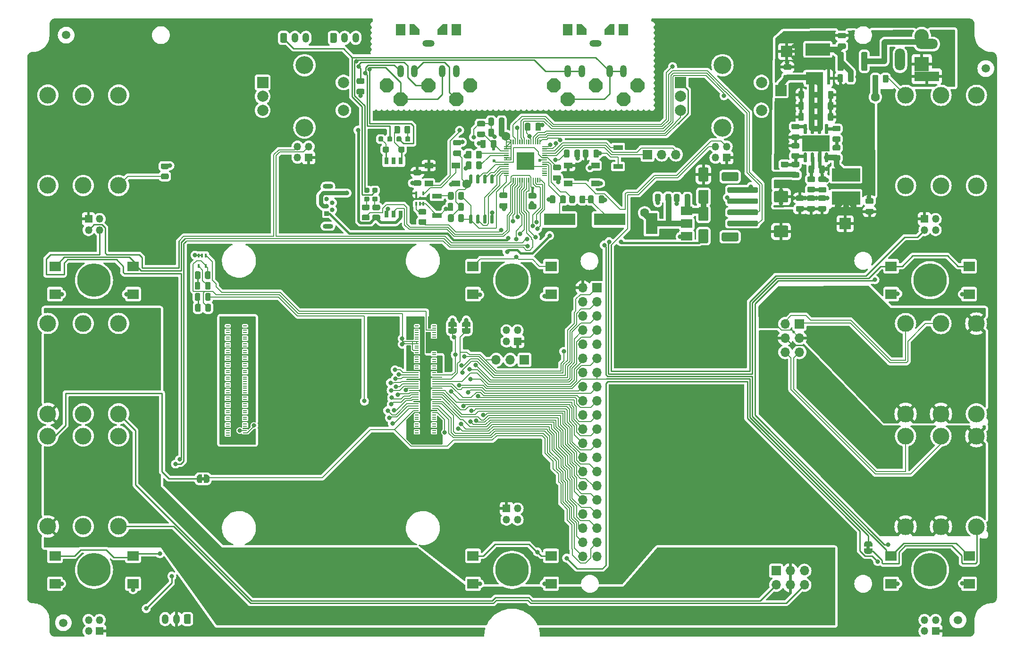
<source format=gtl>
G04 #@! TF.GenerationSoftware,KiCad,Pcbnew,7.0.9-7.0.9~ubuntu23.04.1*
G04 #@! TF.CreationDate,2023-12-05T01:09:06+00:00*
G04 #@! TF.ProjectId,pedalboard-hw,70656461-6c62-46f6-9172-642d68772e6b,3.1.1*
G04 #@! TF.SameCoordinates,Original*
G04 #@! TF.FileFunction,Copper,L1,Top*
G04 #@! TF.FilePolarity,Positive*
%FSLAX46Y46*%
G04 Gerber Fmt 4.6, Leading zero omitted, Abs format (unit mm)*
G04 Created by KiCad (PCBNEW 7.0.9-7.0.9~ubuntu23.04.1) date 2023-12-05 01:09:06*
%MOMM*%
%LPD*%
G01*
G04 APERTURE LIST*
G04 #@! TA.AperFunction,SMDPad,CuDef*
%ADD10R,2.000000X2.000000*%
G04 #@! TD*
G04 #@! TA.AperFunction,SMDPad,CuDef*
%ADD11C,1.500000*%
G04 #@! TD*
G04 #@! TA.AperFunction,ComponentPad*
%ADD12O,1.200000X2.200000*%
G04 #@! TD*
G04 #@! TA.AperFunction,ComponentPad*
%ADD13O,2.200000X1.200000*%
G04 #@! TD*
G04 #@! TA.AperFunction,ComponentPad*
%ADD14C,3.000000*%
G04 #@! TD*
G04 #@! TA.AperFunction,ComponentPad*
%ADD15R,4.400000X1.800000*%
G04 #@! TD*
G04 #@! TA.AperFunction,ComponentPad*
%ADD16O,4.000000X1.800000*%
G04 #@! TD*
G04 #@! TA.AperFunction,ComponentPad*
%ADD17O,1.800000X4.000000*%
G04 #@! TD*
G04 #@! TA.AperFunction,SMDPad,CuDef*
%ADD18R,2.000000X1.500000*%
G04 #@! TD*
G04 #@! TA.AperFunction,SMDPad,CuDef*
%ADD19R,2.000000X3.800000*%
G04 #@! TD*
G04 #@! TA.AperFunction,ComponentPad*
%ADD20R,2.600000X2.600000*%
G04 #@! TD*
G04 #@! TA.AperFunction,ComponentPad*
%ADD21C,2.600000*%
G04 #@! TD*
G04 #@! TA.AperFunction,ComponentPad*
%ADD22R,1.350000X1.350000*%
G04 #@! TD*
G04 #@! TA.AperFunction,ComponentPad*
%ADD23O,1.350000X1.350000*%
G04 #@! TD*
G04 #@! TA.AperFunction,SMDPad,CuDef*
%ADD24R,1.700000X0.900000*%
G04 #@! TD*
G04 #@! TA.AperFunction,SMDPad,CuDef*
%ADD25R,1.500000X1.000000*%
G04 #@! TD*
G04 #@! TA.AperFunction,ComponentPad*
%ADD26R,1.700000X1.700000*%
G04 #@! TD*
G04 #@! TA.AperFunction,ComponentPad*
%ADD27O,1.700000X1.700000*%
G04 #@! TD*
G04 #@! TA.AperFunction,SMDPad,CuDef*
%ADD28R,2.000000X1.800000*%
G04 #@! TD*
G04 #@! TA.AperFunction,ComponentPad*
%ADD29R,0.840000X0.840000*%
G04 #@! TD*
G04 #@! TA.AperFunction,ComponentPad*
%ADD30C,0.840000*%
G04 #@! TD*
G04 #@! TA.AperFunction,ComponentPad*
%ADD31O,1.850000X0.850000*%
G04 #@! TD*
G04 #@! TA.AperFunction,ComponentPad*
%ADD32R,1.800000X2.000000*%
G04 #@! TD*
G04 #@! TA.AperFunction,ComponentPad*
%ADD33R,2.000000X2.000000*%
G04 #@! TD*
G04 #@! TA.AperFunction,ComponentPad*
%ADD34C,2.000000*%
G04 #@! TD*
G04 #@! TA.AperFunction,ComponentPad*
%ADD35C,3.200000*%
G04 #@! TD*
G04 #@! TA.AperFunction,ComponentPad*
%ADD36C,0.500000*%
G04 #@! TD*
G04 #@! TA.AperFunction,SMDPad,CuDef*
%ADD37R,4.900000X2.950000*%
G04 #@! TD*
G04 #@! TA.AperFunction,SMDPad,CuDef*
%ADD38R,3.150000X2.200000*%
G04 #@! TD*
G04 #@! TA.AperFunction,SMDPad,CuDef*
%ADD39R,0.600000X2.200000*%
G04 #@! TD*
G04 #@! TA.AperFunction,SMDPad,CuDef*
%ADD40R,4.400000X2.200000*%
G04 #@! TD*
G04 #@! TA.AperFunction,SMDPad,CuDef*
%ADD41R,0.800000X1.300000*%
G04 #@! TD*
G04 #@! TA.AperFunction,ComponentPad*
%ADD42C,0.600000*%
G04 #@! TD*
G04 #@! TA.AperFunction,SMDPad,CuDef*
%ADD43R,5.600000X2.100000*%
G04 #@! TD*
G04 #@! TA.AperFunction,SMDPad,CuDef*
%ADD44R,0.700000X0.200000*%
G04 #@! TD*
G04 #@! TA.AperFunction,SMDPad,CuDef*
%ADD45R,0.400000X0.650000*%
G04 #@! TD*
G04 #@! TA.AperFunction,SMDPad,CuDef*
%ADD46R,5.100000X2.350000*%
G04 #@! TD*
G04 #@! TA.AperFunction,WasherPad*
%ADD47C,6.000000*%
G04 #@! TD*
G04 #@! TA.AperFunction,ComponentPad*
%ADD48O,1.200000X1.750000*%
G04 #@! TD*
G04 #@! TA.AperFunction,ViaPad*
%ADD49C,0.800000*%
G04 #@! TD*
G04 #@! TA.AperFunction,ViaPad*
%ADD50C,1.600000*%
G04 #@! TD*
G04 #@! TA.AperFunction,ViaPad*
%ADD51C,0.600000*%
G04 #@! TD*
G04 #@! TA.AperFunction,Conductor*
%ADD52C,0.200000*%
G04 #@! TD*
G04 #@! TA.AperFunction,Conductor*
%ADD53C,0.250000*%
G04 #@! TD*
G04 #@! TA.AperFunction,Conductor*
%ADD54C,0.600000*%
G04 #@! TD*
G04 #@! TA.AperFunction,Conductor*
%ADD55C,1.000000*%
G04 #@! TD*
G04 #@! TA.AperFunction,Conductor*
%ADD56C,0.500000*%
G04 #@! TD*
G04 #@! TA.AperFunction,Conductor*
%ADD57C,0.400000*%
G04 #@! TD*
G04 #@! TA.AperFunction,Conductor*
%ADD58C,0.770000*%
G04 #@! TD*
G04 APERTURE END LIST*
G04 #@! TA.AperFunction,EtchedComponent*
G36*
X31794385Y28044385D02*
G01*
X31294385Y28044385D01*
X31294385Y28644385D01*
X31794385Y28644385D01*
X31794385Y28044385D01*
G37*
G04 #@! TD.AperFunction*
G04 #@! TA.AperFunction,EtchedComponent*
G36*
X151194385Y15744385D02*
G01*
X150594385Y15744385D01*
X150594385Y16244385D01*
X151194385Y16244385D01*
X151194385Y15744385D01*
G37*
G04 #@! TD.AperFunction*
G04 #@! TA.AperFunction,EtchedComponent*
G36*
X79094385Y55244385D02*
G01*
X78494385Y55244385D01*
X78494385Y55744385D01*
X79094385Y55744385D01*
X79094385Y55244385D01*
G37*
G04 #@! TD.AperFunction*
G04 #@! TA.AperFunction,EtchedComponent*
G36*
X76594385Y55244385D02*
G01*
X75994385Y55244385D01*
X75994385Y55744385D01*
X76594385Y55744385D01*
X76594385Y55244385D01*
G37*
G04 #@! TD.AperFunction*
D10*
X146754385Y74134385D03*
G04 #@! TA.AperFunction,SMDPad,CuDef*
G36*
G01*
X96294385Y86249385D02*
X96294385Y87199385D01*
G75*
G02*
X96544385Y87449385I250000J0D01*
G01*
X97044385Y87449385D01*
G75*
G02*
X97294385Y87199385I0J-250000D01*
G01*
X97294385Y86249385D01*
G75*
G02*
X97044385Y85999385I-250000J0D01*
G01*
X96544385Y85999385D01*
G75*
G02*
X96294385Y86249385I0J250000D01*
G01*
G37*
G04 #@! TD.AperFunction*
G04 #@! TA.AperFunction,SMDPad,CuDef*
G36*
G01*
X98194385Y86249385D02*
X98194385Y87199385D01*
G75*
G02*
X98444385Y87449385I250000J0D01*
G01*
X98944385Y87449385D01*
G75*
G02*
X99194385Y87199385I0J-250000D01*
G01*
X99194385Y86249385D01*
G75*
G02*
X98944385Y85999385I-250000J0D01*
G01*
X98444385Y85999385D01*
G75*
G02*
X98194385Y86249385I0J250000D01*
G01*
G37*
G04 #@! TD.AperFunction*
D11*
X6994385Y107994385D03*
G04 #@! TA.AperFunction,SMDPad,CuDef*
G36*
G01*
X78709385Y86084385D02*
X78709385Y86984385D01*
G75*
G02*
X78959385Y87234385I250000J0D01*
G01*
X79484385Y87234385D01*
G75*
G02*
X79734385Y86984385I0J-250000D01*
G01*
X79734385Y86084385D01*
G75*
G02*
X79484385Y85834385I-250000J0D01*
G01*
X78959385Y85834385D01*
G75*
G02*
X78709385Y86084385I0J250000D01*
G01*
G37*
G04 #@! TD.AperFunction*
G04 #@! TA.AperFunction,SMDPad,CuDef*
G36*
G01*
X80534385Y86084385D02*
X80534385Y86984385D01*
G75*
G02*
X80784385Y87234385I250000J0D01*
G01*
X81309385Y87234385D01*
G75*
G02*
X81559385Y86984385I0J-250000D01*
G01*
X81559385Y86084385D01*
G75*
G02*
X81309385Y85834385I-250000J0D01*
G01*
X80784385Y85834385D01*
G75*
G02*
X80534385Y86084385I0J250000D01*
G01*
G37*
G04 #@! TD.AperFunction*
D12*
X106994385Y101494385D03*
X104494385Y101494385D03*
D13*
X101994385Y106494385D03*
D12*
X96994385Y101494385D03*
X99494385Y101494385D03*
G04 #@! TA.AperFunction,SMDPad,CuDef*
G36*
G01*
X81909385Y89694385D02*
X80959385Y89694385D01*
G75*
G02*
X80709385Y89944385I0J250000D01*
G01*
X80709385Y90444385D01*
G75*
G02*
X80959385Y90694385I250000J0D01*
G01*
X81909385Y90694385D01*
G75*
G02*
X82159385Y90444385I0J-250000D01*
G01*
X82159385Y89944385D01*
G75*
G02*
X81909385Y89694385I-250000J0D01*
G01*
G37*
G04 #@! TD.AperFunction*
G04 #@! TA.AperFunction,SMDPad,CuDef*
G36*
G01*
X81909385Y91594385D02*
X80959385Y91594385D01*
G75*
G02*
X80709385Y91844385I0J250000D01*
G01*
X80709385Y92344385D01*
G75*
G02*
X80959385Y92594385I250000J0D01*
G01*
X81909385Y92594385D01*
G75*
G02*
X82159385Y92344385I0J-250000D01*
G01*
X82159385Y91844385D01*
G75*
G02*
X81909385Y91594385I-250000J0D01*
G01*
G37*
G04 #@! TD.AperFunction*
G04 #@! TA.AperFunction,SMDPad,CuDef*
G36*
G01*
X138309385Y82384385D02*
X137359385Y82384385D01*
G75*
G02*
X137109385Y82634385I0J250000D01*
G01*
X137109385Y83134385D01*
G75*
G02*
X137359385Y83384385I250000J0D01*
G01*
X138309385Y83384385D01*
G75*
G02*
X138559385Y83134385I0J-250000D01*
G01*
X138559385Y82634385D01*
G75*
G02*
X138309385Y82384385I-250000J0D01*
G01*
G37*
G04 #@! TD.AperFunction*
G04 #@! TA.AperFunction,SMDPad,CuDef*
G36*
G01*
X138309385Y84284385D02*
X137359385Y84284385D01*
G75*
G02*
X137109385Y84534385I0J250000D01*
G01*
X137109385Y85034385D01*
G75*
G02*
X137359385Y85284385I250000J0D01*
G01*
X138309385Y85284385D01*
G75*
G02*
X138559385Y85034385I0J-250000D01*
G01*
X138559385Y84534385D01*
G75*
G02*
X138309385Y84284385I-250000J0D01*
G01*
G37*
G04 #@! TD.AperFunction*
D11*
X171994385Y101994385D03*
D10*
X135214385Y98064385D03*
G04 #@! TA.AperFunction,SMDPad,CuDef*
G36*
G01*
X120674385Y77144385D02*
X121974385Y77144385D01*
G75*
G02*
X122224385Y76894385I0J-250000D01*
G01*
X122224385Y74894385D01*
G75*
G02*
X121974385Y74644385I-250000J0D01*
G01*
X120674385Y74644385D01*
G75*
G02*
X120424385Y74894385I0J250000D01*
G01*
X120424385Y76894385D01*
G75*
G02*
X120674385Y77144385I250000J0D01*
G01*
G37*
G04 #@! TD.AperFunction*
G04 #@! TA.AperFunction,SMDPad,CuDef*
G36*
G01*
X120674385Y73144385D02*
X121974385Y73144385D01*
G75*
G02*
X122224385Y72894385I0J-250000D01*
G01*
X122224385Y70894385D01*
G75*
G02*
X121974385Y70644385I-250000J0D01*
G01*
X120674385Y70644385D01*
G75*
G02*
X120424385Y70894385I0J250000D01*
G01*
X120424385Y72894385D01*
G75*
G02*
X120674385Y73144385I250000J0D01*
G01*
G37*
G04 #@! TD.AperFunction*
G04 #@! TA.AperFunction,SMDPad,CuDef*
G36*
G01*
X75506885Y74694385D02*
X75506885Y75594385D01*
G75*
G02*
X75756885Y75844385I250000J0D01*
G01*
X76281885Y75844385D01*
G75*
G02*
X76531885Y75594385I0J-250000D01*
G01*
X76531885Y74694385D01*
G75*
G02*
X76281885Y74444385I-250000J0D01*
G01*
X75756885Y74444385D01*
G75*
G02*
X75506885Y74694385I0J250000D01*
G01*
G37*
G04 #@! TD.AperFunction*
G04 #@! TA.AperFunction,SMDPad,CuDef*
G36*
G01*
X77331885Y74694385D02*
X77331885Y75594385D01*
G75*
G02*
X77581885Y75844385I250000J0D01*
G01*
X78106885Y75844385D01*
G75*
G02*
X78356885Y75594385I0J-250000D01*
G01*
X78356885Y74694385D01*
G75*
G02*
X78106885Y74444385I-250000J0D01*
G01*
X77581885Y74444385D01*
G75*
G02*
X77331885Y74694385I0J250000D01*
G01*
G37*
G04 #@! TD.AperFunction*
D14*
X10044385Y80994385D03*
X10044385Y97224385D03*
X3694385Y80994385D03*
X3694385Y97224385D03*
X16394385Y80994385D03*
X16394385Y97224385D03*
X10044385Y19794385D03*
X10044385Y36024385D03*
X3694385Y19794385D03*
X3694385Y36024385D03*
X16394385Y19794385D03*
X16394385Y36024385D03*
G04 #@! TA.AperFunction,SMDPad,CuDef*
G36*
G01*
X139119385Y76324385D02*
X138169385Y76324385D01*
G75*
G02*
X137919385Y76574385I0J250000D01*
G01*
X137919385Y77074385D01*
G75*
G02*
X138169385Y77324385I250000J0D01*
G01*
X139119385Y77324385D01*
G75*
G02*
X139369385Y77074385I0J-250000D01*
G01*
X139369385Y76574385D01*
G75*
G02*
X139119385Y76324385I-250000J0D01*
G01*
G37*
G04 #@! TD.AperFunction*
G04 #@! TA.AperFunction,SMDPad,CuDef*
G36*
G01*
X139119385Y78224385D02*
X138169385Y78224385D01*
G75*
G02*
X137919385Y78474385I0J250000D01*
G01*
X137919385Y78974385D01*
G75*
G02*
X138169385Y79224385I250000J0D01*
G01*
X139119385Y79224385D01*
G75*
G02*
X139369385Y78974385I0J-250000D01*
G01*
X139369385Y78474385D01*
G75*
G02*
X139119385Y78224385I-250000J0D01*
G01*
G37*
G04 #@! TD.AperFunction*
D15*
X161394385Y100594385D03*
D16*
X161394385Y106394385D03*
D17*
X156594385Y103594385D03*
D18*
X118314385Y71844385D03*
X118314385Y74144385D03*
D19*
X112014385Y74144385D03*
D18*
X118314385Y76444385D03*
D20*
X160494385Y102784385D03*
D21*
X160494385Y107784385D03*
G04 #@! TA.AperFunction,SMDPad,CuDef*
G36*
G01*
X115534385Y79249385D02*
X115534385Y78299385D01*
G75*
G02*
X115284385Y78049385I-250000J0D01*
G01*
X114784385Y78049385D01*
G75*
G02*
X114534385Y78299385I0J250000D01*
G01*
X114534385Y79249385D01*
G75*
G02*
X114784385Y79499385I250000J0D01*
G01*
X115284385Y79499385D01*
G75*
G02*
X115534385Y79249385I0J-250000D01*
G01*
G37*
G04 #@! TD.AperFunction*
G04 #@! TA.AperFunction,SMDPad,CuDef*
G36*
G01*
X113634385Y79249385D02*
X113634385Y78299385D01*
G75*
G02*
X113384385Y78049385I-250000J0D01*
G01*
X112884385Y78049385D01*
G75*
G02*
X112634385Y78299385I0J250000D01*
G01*
X112634385Y79249385D01*
G75*
G02*
X112884385Y79499385I250000J0D01*
G01*
X113384385Y79499385D01*
G75*
G02*
X113634385Y79249385I0J-250000D01*
G01*
G37*
G04 #@! TD.AperFunction*
D22*
X10994385Y74994385D03*
D23*
X12994385Y74994385D03*
X10994385Y72994385D03*
X12994385Y72994385D03*
D24*
X106004385Y84434385D03*
X106004385Y87834385D03*
G04 #@! TA.AperFunction,SMDPad,CuDef*
G36*
G01*
X78709385Y84184385D02*
X78709385Y85084385D01*
G75*
G02*
X78959385Y85334385I250000J0D01*
G01*
X79484385Y85334385D01*
G75*
G02*
X79734385Y85084385I0J-250000D01*
G01*
X79734385Y84184385D01*
G75*
G02*
X79484385Y83934385I-250000J0D01*
G01*
X78959385Y83934385D01*
G75*
G02*
X78709385Y84184385I0J250000D01*
G01*
G37*
G04 #@! TD.AperFunction*
G04 #@! TA.AperFunction,SMDPad,CuDef*
G36*
G01*
X80534385Y84184385D02*
X80534385Y85084385D01*
G75*
G02*
X80784385Y85334385I250000J0D01*
G01*
X81309385Y85334385D01*
G75*
G02*
X81559385Y85084385I0J-250000D01*
G01*
X81559385Y84184385D01*
G75*
G02*
X81309385Y83934385I-250000J0D01*
G01*
X80784385Y83934385D01*
G75*
G02*
X80534385Y84184385I0J250000D01*
G01*
G37*
G04 #@! TD.AperFunction*
G04 #@! TA.AperFunction,SMDPad,CuDef*
G36*
G01*
X78331885Y77619385D02*
X78331885Y76669385D01*
G75*
G02*
X78081885Y76419385I-250000J0D01*
G01*
X77581885Y76419385D01*
G75*
G02*
X77331885Y76669385I0J250000D01*
G01*
X77331885Y77619385D01*
G75*
G02*
X77581885Y77869385I250000J0D01*
G01*
X78081885Y77869385D01*
G75*
G02*
X78331885Y77619385I0J-250000D01*
G01*
G37*
G04 #@! TD.AperFunction*
G04 #@! TA.AperFunction,SMDPad,CuDef*
G36*
G01*
X76431885Y77619385D02*
X76431885Y76669385D01*
G75*
G02*
X76181885Y76419385I-250000J0D01*
G01*
X75681885Y76419385D01*
G75*
G02*
X75431885Y76669385I0J250000D01*
G01*
X75431885Y77619385D01*
G75*
G02*
X75681885Y77869385I250000J0D01*
G01*
X76181885Y77869385D01*
G75*
G02*
X76431885Y77619385I0J-250000D01*
G01*
G37*
G04 #@! TD.AperFunction*
G04 #@! TA.AperFunction,SMDPad,CuDef*
G36*
X31394385Y27594385D02*
G01*
X30894385Y27594385D01*
X30894385Y27599474D01*
X30823228Y27599474D01*
X30686677Y27639569D01*
X30566955Y27716510D01*
X30473758Y27824065D01*
X30414639Y27953519D01*
X30394385Y28094385D01*
X30394385Y28594385D01*
X30414639Y28735251D01*
X30473758Y28864705D01*
X30566955Y28972260D01*
X30686677Y29049201D01*
X30823228Y29089296D01*
X30894385Y29089296D01*
X30894385Y29094385D01*
X31394385Y29094385D01*
X31394385Y27594385D01*
G37*
G04 #@! TD.AperFunction*
G04 #@! TA.AperFunction,SMDPad,CuDef*
G36*
X32194385Y29089296D02*
G01*
X32265542Y29089296D01*
X32402093Y29049201D01*
X32521815Y28972260D01*
X32615012Y28864705D01*
X32674131Y28735251D01*
X32694385Y28594385D01*
X32694385Y28094385D01*
X32674131Y27953519D01*
X32615012Y27824065D01*
X32521815Y27716510D01*
X32402093Y27639569D01*
X32265542Y27599474D01*
X32194385Y27599474D01*
X32194385Y27594385D01*
X31694385Y27594385D01*
X31694385Y29094385D01*
X32194385Y29094385D01*
X32194385Y29089296D01*
G37*
G04 #@! TD.AperFunction*
D25*
X101944385Y81394385D03*
X101944385Y84594385D03*
X97044385Y84594385D03*
X97044385Y81394385D03*
G04 #@! TA.AperFunction,SMDPad,CuDef*
G36*
G01*
X136289385Y71714385D02*
X134239385Y71714385D01*
G75*
G02*
X133989385Y71964385I0J250000D01*
G01*
X133989385Y73539385D01*
G75*
G02*
X134239385Y73789385I250000J0D01*
G01*
X136289385Y73789385D01*
G75*
G02*
X136539385Y73539385I0J-250000D01*
G01*
X136539385Y71964385D01*
G75*
G02*
X136289385Y71714385I-250000J0D01*
G01*
G37*
G04 #@! TD.AperFunction*
G04 #@! TA.AperFunction,SMDPad,CuDef*
G36*
G01*
X136289385Y77939385D02*
X134239385Y77939385D01*
G75*
G02*
X133989385Y78189385I0J250000D01*
G01*
X133989385Y79764385D01*
G75*
G02*
X134239385Y80014385I250000J0D01*
G01*
X136289385Y80014385D01*
G75*
G02*
X136539385Y79764385I0J-250000D01*
G01*
X136539385Y78189385D01*
G75*
G02*
X136289385Y77939385I-250000J0D01*
G01*
G37*
G04 #@! TD.AperFunction*
G04 #@! TA.AperFunction,SMDPad,CuDef*
G36*
G01*
X75506885Y78694385D02*
X75506885Y79594385D01*
G75*
G02*
X75756885Y79844385I250000J0D01*
G01*
X76281885Y79844385D01*
G75*
G02*
X76531885Y79594385I0J-250000D01*
G01*
X76531885Y78694385D01*
G75*
G02*
X76281885Y78444385I-250000J0D01*
G01*
X75756885Y78444385D01*
G75*
G02*
X75506885Y78694385I0J250000D01*
G01*
G37*
G04 #@! TD.AperFunction*
G04 #@! TA.AperFunction,SMDPad,CuDef*
G36*
G01*
X77331885Y78694385D02*
X77331885Y79594385D01*
G75*
G02*
X77581885Y79844385I250000J0D01*
G01*
X78106885Y79844385D01*
G75*
G02*
X78356885Y79594385I0J-250000D01*
G01*
X78356885Y78694385D01*
G75*
G02*
X78106885Y78444385I-250000J0D01*
G01*
X77581885Y78444385D01*
G75*
G02*
X77331885Y78694385I0J250000D01*
G01*
G37*
G04 #@! TD.AperFunction*
D14*
X10044385Y39994385D03*
X10044385Y56224385D03*
X3694385Y39994385D03*
X3694385Y56224385D03*
X16394385Y39994385D03*
X16394385Y56224385D03*
X163944385Y35999385D03*
X163944385Y19769385D03*
X170294385Y35999385D03*
X170294385Y19769385D03*
X157594385Y35999385D03*
X157594385Y19769385D03*
D26*
X111309385Y86544385D03*
D27*
X113849385Y86544385D03*
X116389385Y86544385D03*
G04 #@! TA.AperFunction,SMDPad,CuDef*
G36*
G01*
X140184385Y83409385D02*
X140184385Y84359385D01*
G75*
G02*
X140434385Y84609385I250000J0D01*
G01*
X140934385Y84609385D01*
G75*
G02*
X141184385Y84359385I0J-250000D01*
G01*
X141184385Y83409385D01*
G75*
G02*
X140934385Y83159385I-250000J0D01*
G01*
X140434385Y83159385D01*
G75*
G02*
X140184385Y83409385I0J250000D01*
G01*
G37*
G04 #@! TD.AperFunction*
G04 #@! TA.AperFunction,SMDPad,CuDef*
G36*
G01*
X142084385Y83409385D02*
X142084385Y84359385D01*
G75*
G02*
X142334385Y84609385I250000J0D01*
G01*
X142834385Y84609385D01*
G75*
G02*
X143084385Y84359385I0J-250000D01*
G01*
X143084385Y83409385D01*
G75*
G02*
X142834385Y83159385I-250000J0D01*
G01*
X142334385Y83159385D01*
G75*
G02*
X142084385Y83409385I0J250000D01*
G01*
G37*
G04 #@! TD.AperFunction*
G04 #@! TA.AperFunction,SMDPad,CuDef*
G36*
G01*
X138274385Y85799385D02*
X137374385Y85799385D01*
G75*
G02*
X137124385Y86049385I0J250000D01*
G01*
X137124385Y86574385D01*
G75*
G02*
X137374385Y86824385I250000J0D01*
G01*
X138274385Y86824385D01*
G75*
G02*
X138524385Y86574385I0J-250000D01*
G01*
X138524385Y86049385D01*
G75*
G02*
X138274385Y85799385I-250000J0D01*
G01*
G37*
G04 #@! TD.AperFunction*
G04 #@! TA.AperFunction,SMDPad,CuDef*
G36*
G01*
X138274385Y87624385D02*
X137374385Y87624385D01*
G75*
G02*
X137124385Y87874385I0J250000D01*
G01*
X137124385Y88399385D01*
G75*
G02*
X137374385Y88649385I250000J0D01*
G01*
X138274385Y88649385D01*
G75*
G02*
X138524385Y88399385I0J-250000D01*
G01*
X138524385Y87874385D01*
G75*
G02*
X138274385Y87624385I-250000J0D01*
G01*
G37*
G04 #@! TD.AperFunction*
D22*
X162994385Y994385D03*
D23*
X160994385Y994385D03*
X162994385Y2994385D03*
X160994385Y2994385D03*
D22*
X12994385Y994385D03*
D23*
X10994385Y994385D03*
X12994385Y2994385D03*
X10994385Y2994385D03*
D28*
X79994385Y66494385D03*
X93994385Y66494385D03*
X79994385Y61494385D03*
X93994385Y61494385D03*
D11*
X166994385Y2994385D03*
G04 #@! TA.AperFunction,SMDPad,CuDef*
G36*
G01*
X136889385Y99874385D02*
X135939385Y99874385D01*
G75*
G02*
X135689385Y100124385I0J250000D01*
G01*
X135689385Y100624385D01*
G75*
G02*
X135939385Y100874385I250000J0D01*
G01*
X136889385Y100874385D01*
G75*
G02*
X137139385Y100624385I0J-250000D01*
G01*
X137139385Y100124385D01*
G75*
G02*
X136889385Y99874385I-250000J0D01*
G01*
G37*
G04 #@! TD.AperFunction*
G04 #@! TA.AperFunction,SMDPad,CuDef*
G36*
G01*
X136889385Y101774385D02*
X135939385Y101774385D01*
G75*
G02*
X135689385Y102024385I0J250000D01*
G01*
X135689385Y102524385D01*
G75*
G02*
X135939385Y102774385I250000J0D01*
G01*
X136889385Y102774385D01*
G75*
G02*
X137139385Y102524385I0J-250000D01*
G01*
X137139385Y102024385D01*
G75*
G02*
X136889385Y101774385I-250000J0D01*
G01*
G37*
G04 #@! TD.AperFunction*
G04 #@! TA.AperFunction,SMDPad,CuDef*
G36*
G01*
X151599385Y75814385D02*
X150649385Y75814385D01*
G75*
G02*
X150399385Y76064385I0J250000D01*
G01*
X150399385Y76564385D01*
G75*
G02*
X150649385Y76814385I250000J0D01*
G01*
X151599385Y76814385D01*
G75*
G02*
X151849385Y76564385I0J-250000D01*
G01*
X151849385Y76064385D01*
G75*
G02*
X151599385Y75814385I-250000J0D01*
G01*
G37*
G04 #@! TD.AperFunction*
G04 #@! TA.AperFunction,SMDPad,CuDef*
G36*
G01*
X151599385Y77714385D02*
X150649385Y77714385D01*
G75*
G02*
X150399385Y77964385I0J250000D01*
G01*
X150399385Y78464385D01*
G75*
G02*
X150649385Y78714385I250000J0D01*
G01*
X151599385Y78714385D01*
G75*
G02*
X151849385Y78464385I0J-250000D01*
G01*
X151849385Y77964385D01*
G75*
G02*
X151599385Y77714385I-250000J0D01*
G01*
G37*
G04 #@! TD.AperFunction*
D22*
X87994385Y52994385D03*
D23*
X85994385Y52994385D03*
X87994385Y54994385D03*
X85994385Y54994385D03*
G04 #@! TA.AperFunction,SMDPad,CuDef*
G36*
G01*
X71354385Y73939385D02*
X70454385Y73939385D01*
G75*
G02*
X70204385Y74189385I0J250000D01*
G01*
X70204385Y74714385D01*
G75*
G02*
X70454385Y74964385I250000J0D01*
G01*
X71354385Y74964385D01*
G75*
G02*
X71604385Y74714385I0J-250000D01*
G01*
X71604385Y74189385D01*
G75*
G02*
X71354385Y73939385I-250000J0D01*
G01*
G37*
G04 #@! TD.AperFunction*
G04 #@! TA.AperFunction,SMDPad,CuDef*
G36*
G01*
X71354385Y75764385D02*
X70454385Y75764385D01*
G75*
G02*
X70204385Y76014385I0J250000D01*
G01*
X70204385Y76539385D01*
G75*
G02*
X70454385Y76789385I250000J0D01*
G01*
X71354385Y76789385D01*
G75*
G02*
X71604385Y76539385I0J-250000D01*
G01*
X71604385Y76014385D01*
G75*
G02*
X71354385Y75764385I-250000J0D01*
G01*
G37*
G04 #@! TD.AperFunction*
D29*
X53734385Y75964385D03*
D30*
X54734385Y76614385D03*
X53734385Y77264385D03*
X54734385Y77914385D03*
X53734385Y78564385D03*
D31*
X53954385Y73689385D03*
X53954385Y80839385D03*
D24*
X73504385Y75644385D03*
X73504385Y79044385D03*
G04 #@! TA.AperFunction,SMDPad,CuDef*
G36*
G01*
X145654385Y85439385D02*
X144754385Y85439385D01*
G75*
G02*
X144504385Y85689385I0J250000D01*
G01*
X144504385Y86214385D01*
G75*
G02*
X144754385Y86464385I250000J0D01*
G01*
X145654385Y86464385D01*
G75*
G02*
X145904385Y86214385I0J-250000D01*
G01*
X145904385Y85689385D01*
G75*
G02*
X145654385Y85439385I-250000J0D01*
G01*
G37*
G04 #@! TD.AperFunction*
G04 #@! TA.AperFunction,SMDPad,CuDef*
G36*
G01*
X145654385Y87264385D02*
X144754385Y87264385D01*
G75*
G02*
X144504385Y87514385I0J250000D01*
G01*
X144504385Y88039385D01*
G75*
G02*
X144754385Y88289385I250000J0D01*
G01*
X145654385Y88289385D01*
G75*
G02*
X145904385Y88039385I0J-250000D01*
G01*
X145904385Y87514385D01*
G75*
G02*
X145654385Y87264385I-250000J0D01*
G01*
G37*
G04 #@! TD.AperFunction*
G04 #@! TA.AperFunction,SMDPad,CuDef*
G36*
G01*
X143089385Y76324385D02*
X142139385Y76324385D01*
G75*
G02*
X141889385Y76574385I0J250000D01*
G01*
X141889385Y77074385D01*
G75*
G02*
X142139385Y77324385I250000J0D01*
G01*
X143089385Y77324385D01*
G75*
G02*
X143339385Y77074385I0J-250000D01*
G01*
X143339385Y76574385D01*
G75*
G02*
X143089385Y76324385I-250000J0D01*
G01*
G37*
G04 #@! TD.AperFunction*
G04 #@! TA.AperFunction,SMDPad,CuDef*
G36*
G01*
X143089385Y78224385D02*
X142139385Y78224385D01*
G75*
G02*
X141889385Y78474385I0J250000D01*
G01*
X141889385Y78974385D01*
G75*
G02*
X142139385Y79224385I250000J0D01*
G01*
X143089385Y79224385D01*
G75*
G02*
X143339385Y78974385I0J-250000D01*
G01*
X143339385Y78474385D01*
G75*
G02*
X143089385Y78224385I-250000J0D01*
G01*
G37*
G04 #@! TD.AperFunction*
D14*
X163959385Y97194385D03*
X163959385Y80964385D03*
X170309385Y97194385D03*
X170309385Y80964385D03*
X157609385Y97194385D03*
X157609385Y80964385D03*
G04 #@! TA.AperFunction,SMDPad,CuDef*
G36*
G01*
X145679385Y88824385D02*
X144729385Y88824385D01*
G75*
G02*
X144479385Y89074385I0J250000D01*
G01*
X144479385Y89574385D01*
G75*
G02*
X144729385Y89824385I250000J0D01*
G01*
X145679385Y89824385D01*
G75*
G02*
X145929385Y89574385I0J-250000D01*
G01*
X145929385Y89074385D01*
G75*
G02*
X145679385Y88824385I-250000J0D01*
G01*
G37*
G04 #@! TD.AperFunction*
G04 #@! TA.AperFunction,SMDPad,CuDef*
G36*
G01*
X145679385Y90724385D02*
X144729385Y90724385D01*
G75*
G02*
X144479385Y90974385I0J250000D01*
G01*
X144479385Y91474385D01*
G75*
G02*
X144729385Y91724385I250000J0D01*
G01*
X145679385Y91724385D01*
G75*
G02*
X145929385Y91474385I0J-250000D01*
G01*
X145929385Y90974385D01*
G75*
G02*
X145679385Y90724385I-250000J0D01*
G01*
G37*
G04 #@! TD.AperFunction*
D22*
X125494385Y85994385D03*
D23*
X123494385Y85994385D03*
X125494385Y87994385D03*
X123494385Y87994385D03*
G04 #@! TA.AperFunction,ComponentPad*
G36*
X95744385Y98476618D02*
G01*
X95012152Y97744385D01*
X93976618Y97744385D01*
X93244385Y98476618D01*
X93244385Y99512152D01*
X93976618Y100244385D01*
X95012152Y100244385D01*
X95744385Y99512152D01*
X95744385Y98476618D01*
G37*
G04 #@! TD.AperFunction*
G04 #@! TA.AperFunction,ComponentPad*
G36*
X102512152Y100244385D02*
G01*
X103244385Y99512152D01*
X103244385Y98476618D01*
X102512152Y97744385D01*
X101476618Y97744385D01*
X100744385Y98476618D01*
X100744385Y99512152D01*
X101476618Y100244385D01*
X102512152Y100244385D01*
G37*
G04 #@! TD.AperFunction*
G04 #@! TA.AperFunction,ComponentPad*
G36*
X110744385Y98476618D02*
G01*
X110012152Y97744385D01*
X108976618Y97744385D01*
X108244385Y98476618D01*
X108244385Y99512152D01*
X108976618Y100244385D01*
X110012152Y100244385D01*
X110744385Y99512152D01*
X110744385Y98476618D01*
G37*
G04 #@! TD.AperFunction*
G04 #@! TA.AperFunction,ComponentPad*
G36*
X98244385Y95976618D02*
G01*
X97512152Y95244385D01*
X96476618Y95244385D01*
X95744385Y95976618D01*
X95744385Y97012152D01*
X96476618Y97744385D01*
X97512152Y97744385D01*
X98244385Y97012152D01*
X98244385Y95976618D01*
G37*
G04 #@! TD.AperFunction*
G04 #@! TA.AperFunction,ComponentPad*
G36*
X108244385Y95976618D02*
G01*
X107512152Y95244385D01*
X106476618Y95244385D01*
X105744385Y95976618D01*
X105744385Y97012152D01*
X106476618Y97744385D01*
X107512152Y97744385D01*
X108244385Y97012152D01*
X108244385Y95976618D01*
G37*
G04 #@! TD.AperFunction*
G04 #@! TA.AperFunction,ComponentPad*
G36*
X105394385Y107994385D02*
G01*
X103594385Y107994385D01*
X103594385Y109094385D01*
X104494385Y109994385D01*
X105394385Y109994385D01*
X105394385Y107994385D01*
G37*
G04 #@! TD.AperFunction*
D32*
X106994385Y108994385D03*
X96994385Y108994385D03*
G04 #@! TA.AperFunction,ComponentPad*
G36*
X100394385Y107994385D02*
G01*
X98594385Y107994385D01*
X98594385Y109994385D01*
X99494385Y109994385D01*
X100394385Y109094385D01*
X100394385Y107994385D01*
G37*
G04 #@! TD.AperFunction*
G04 #@! TA.AperFunction,SMDPad,CuDef*
G36*
G01*
X137359385Y92074385D02*
X138309385Y92074385D01*
G75*
G02*
X138559385Y91824385I0J-250000D01*
G01*
X138559385Y91324385D01*
G75*
G02*
X138309385Y91074385I-250000J0D01*
G01*
X137359385Y91074385D01*
G75*
G02*
X137109385Y91324385I0J250000D01*
G01*
X137109385Y91824385D01*
G75*
G02*
X137359385Y92074385I250000J0D01*
G01*
G37*
G04 #@! TD.AperFunction*
G04 #@! TA.AperFunction,SMDPad,CuDef*
G36*
G01*
X137359385Y90174385D02*
X138309385Y90174385D01*
G75*
G02*
X138559385Y89924385I0J-250000D01*
G01*
X138559385Y89424385D01*
G75*
G02*
X138309385Y89174385I-250000J0D01*
G01*
X137359385Y89174385D01*
G75*
G02*
X137109385Y89424385I0J250000D01*
G01*
X137109385Y89924385D01*
G75*
G02*
X137359385Y90174385I250000J0D01*
G01*
G37*
G04 #@! TD.AperFunction*
D33*
X42244385Y99494385D03*
D34*
X42244385Y94494385D03*
X42244385Y96994385D03*
D35*
X49744385Y102594385D03*
X49744385Y91394385D03*
D34*
X56744385Y94494385D03*
X56744385Y99494385D03*
G04 #@! TA.AperFunction,SMDPad,CuDef*
G36*
G01*
X141244385Y95779385D02*
X141244385Y94829385D01*
G75*
G02*
X140994385Y94579385I-250000J0D01*
G01*
X140494385Y94579385D01*
G75*
G02*
X140244385Y94829385I0J250000D01*
G01*
X140244385Y95779385D01*
G75*
G02*
X140494385Y96029385I250000J0D01*
G01*
X140994385Y96029385D01*
G75*
G02*
X141244385Y95779385I0J-250000D01*
G01*
G37*
G04 #@! TD.AperFunction*
G04 #@! TA.AperFunction,SMDPad,CuDef*
G36*
G01*
X139344385Y95779385D02*
X139344385Y94829385D01*
G75*
G02*
X139094385Y94579385I-250000J0D01*
G01*
X138594385Y94579385D01*
G75*
G02*
X138344385Y94829385I0J250000D01*
G01*
X138344385Y95779385D01*
G75*
G02*
X138594385Y96029385I250000J0D01*
G01*
X139094385Y96029385D01*
G75*
G02*
X139344385Y95779385I0J-250000D01*
G01*
G37*
G04 #@! TD.AperFunction*
G04 #@! TA.AperFunction,SMDPad,CuDef*
G36*
G01*
X143269385Y92044385D02*
X143569385Y92044385D01*
G75*
G02*
X143719385Y91894385I0J-150000D01*
G01*
X143719385Y90419385D01*
G75*
G02*
X143569385Y90269385I-150000J0D01*
G01*
X143269385Y90269385D01*
G75*
G02*
X143119385Y90419385I0J150000D01*
G01*
X143119385Y91894385D01*
G75*
G02*
X143269385Y92044385I150000J0D01*
G01*
G37*
G04 #@! TD.AperFunction*
G04 #@! TA.AperFunction,SMDPad,CuDef*
G36*
G01*
X141999385Y92044385D02*
X142299385Y92044385D01*
G75*
G02*
X142449385Y91894385I0J-150000D01*
G01*
X142449385Y90419385D01*
G75*
G02*
X142299385Y90269385I-150000J0D01*
G01*
X141999385Y90269385D01*
G75*
G02*
X141849385Y90419385I0J150000D01*
G01*
X141849385Y91894385D01*
G75*
G02*
X141999385Y92044385I150000J0D01*
G01*
G37*
G04 #@! TD.AperFunction*
G04 #@! TA.AperFunction,SMDPad,CuDef*
G36*
G01*
X140729385Y92044385D02*
X141029385Y92044385D01*
G75*
G02*
X141179385Y91894385I0J-150000D01*
G01*
X141179385Y90419385D01*
G75*
G02*
X141029385Y90269385I-150000J0D01*
G01*
X140729385Y90269385D01*
G75*
G02*
X140579385Y90419385I0J150000D01*
G01*
X140579385Y91894385D01*
G75*
G02*
X140729385Y92044385I150000J0D01*
G01*
G37*
G04 #@! TD.AperFunction*
G04 #@! TA.AperFunction,SMDPad,CuDef*
G36*
G01*
X139459385Y92044385D02*
X139759385Y92044385D01*
G75*
G02*
X139909385Y91894385I0J-150000D01*
G01*
X139909385Y90419385D01*
G75*
G02*
X139759385Y90269385I-150000J0D01*
G01*
X139459385Y90269385D01*
G75*
G02*
X139309385Y90419385I0J150000D01*
G01*
X139309385Y91894385D01*
G75*
G02*
X139459385Y92044385I150000J0D01*
G01*
G37*
G04 #@! TD.AperFunction*
G04 #@! TA.AperFunction,SMDPad,CuDef*
G36*
G01*
X139459385Y86919385D02*
X139759385Y86919385D01*
G75*
G02*
X139909385Y86769385I0J-150000D01*
G01*
X139909385Y85294385D01*
G75*
G02*
X139759385Y85144385I-150000J0D01*
G01*
X139459385Y85144385D01*
G75*
G02*
X139309385Y85294385I0J150000D01*
G01*
X139309385Y86769385D01*
G75*
G02*
X139459385Y86919385I150000J0D01*
G01*
G37*
G04 #@! TD.AperFunction*
G04 #@! TA.AperFunction,SMDPad,CuDef*
G36*
G01*
X140729385Y86919385D02*
X141029385Y86919385D01*
G75*
G02*
X141179385Y86769385I0J-150000D01*
G01*
X141179385Y85294385D01*
G75*
G02*
X141029385Y85144385I-150000J0D01*
G01*
X140729385Y85144385D01*
G75*
G02*
X140579385Y85294385I0J150000D01*
G01*
X140579385Y86769385D01*
G75*
G02*
X140729385Y86919385I150000J0D01*
G01*
G37*
G04 #@! TD.AperFunction*
G04 #@! TA.AperFunction,SMDPad,CuDef*
G36*
G01*
X141999385Y86919385D02*
X142299385Y86919385D01*
G75*
G02*
X142449385Y86769385I0J-150000D01*
G01*
X142449385Y85294385D01*
G75*
G02*
X142299385Y85144385I-150000J0D01*
G01*
X141999385Y85144385D01*
G75*
G02*
X141849385Y85294385I0J150000D01*
G01*
X141849385Y86769385D01*
G75*
G02*
X141999385Y86919385I150000J0D01*
G01*
G37*
G04 #@! TD.AperFunction*
G04 #@! TA.AperFunction,SMDPad,CuDef*
G36*
G01*
X143269385Y86919385D02*
X143569385Y86919385D01*
G75*
G02*
X143719385Y86769385I0J-150000D01*
G01*
X143719385Y85294385D01*
G75*
G02*
X143569385Y85144385I-150000J0D01*
G01*
X143269385Y85144385D01*
G75*
G02*
X143119385Y85294385I0J150000D01*
G01*
X143119385Y86769385D01*
G75*
G02*
X143269385Y86919385I150000J0D01*
G01*
G37*
G04 #@! TD.AperFunction*
D36*
X143464385Y89244385D03*
X142164385Y89244385D03*
X140864385Y89244385D03*
X139564385Y89244385D03*
D37*
X141514385Y88594385D03*
D36*
X143464385Y87944385D03*
X142164385Y87944385D03*
X140864385Y87944385D03*
X139564385Y87944385D03*
D25*
X76944385Y81394385D03*
X76944385Y84594385D03*
X72044385Y84594385D03*
X72044385Y81394385D03*
D22*
X160994385Y74994385D03*
D23*
X162994385Y74994385D03*
X160994385Y72994385D03*
X162994385Y72994385D03*
G04 #@! TA.AperFunction,SMDPad,CuDef*
G36*
G01*
X77609385Y86294385D02*
X76659385Y86294385D01*
G75*
G02*
X76409385Y86544385I0J250000D01*
G01*
X76409385Y87044385D01*
G75*
G02*
X76659385Y87294385I250000J0D01*
G01*
X77609385Y87294385D01*
G75*
G02*
X77859385Y87044385I0J-250000D01*
G01*
X77859385Y86544385D01*
G75*
G02*
X77609385Y86294385I-250000J0D01*
G01*
G37*
G04 #@! TD.AperFunction*
G04 #@! TA.AperFunction,SMDPad,CuDef*
G36*
G01*
X77609385Y88194385D02*
X76659385Y88194385D01*
G75*
G02*
X76409385Y88444385I0J250000D01*
G01*
X76409385Y88944385D01*
G75*
G02*
X76659385Y89194385I250000J0D01*
G01*
X77609385Y89194385D01*
G75*
G02*
X77859385Y88944385I0J-250000D01*
G01*
X77859385Y88444385D01*
G75*
G02*
X77609385Y88194385I-250000J0D01*
G01*
G37*
G04 #@! TD.AperFunction*
D22*
X50494385Y85994385D03*
D23*
X48494385Y85994385D03*
X50494385Y87994385D03*
X48494385Y87994385D03*
G04 #@! TA.AperFunction,SMDPad,CuDef*
G36*
G01*
X68709385Y91464385D02*
X68709385Y90564385D01*
G75*
G02*
X68459385Y90314385I-250000J0D01*
G01*
X67934385Y90314385D01*
G75*
G02*
X67684385Y90564385I0J250000D01*
G01*
X67684385Y91464385D01*
G75*
G02*
X67934385Y91714385I250000J0D01*
G01*
X68459385Y91714385D01*
G75*
G02*
X68709385Y91464385I0J-250000D01*
G01*
G37*
G04 #@! TD.AperFunction*
G04 #@! TA.AperFunction,SMDPad,CuDef*
G36*
G01*
X66884385Y91464385D02*
X66884385Y90564385D01*
G75*
G02*
X66634385Y90314385I-250000J0D01*
G01*
X66109385Y90314385D01*
G75*
G02*
X65859385Y90564385I0J250000D01*
G01*
X65859385Y91464385D01*
G75*
G02*
X66109385Y91714385I250000J0D01*
G01*
X66634385Y91714385D01*
G75*
G02*
X66884385Y91464385I0J-250000D01*
G01*
G37*
G04 #@! TD.AperFunction*
G04 #@! TA.AperFunction,SMDPad,CuDef*
G36*
G01*
X69519385Y83834385D02*
X70469385Y83834385D01*
G75*
G02*
X70719385Y83584385I0J-250000D01*
G01*
X70719385Y83084385D01*
G75*
G02*
X70469385Y82834385I-250000J0D01*
G01*
X69519385Y82834385D01*
G75*
G02*
X69269385Y83084385I0J250000D01*
G01*
X69269385Y83584385D01*
G75*
G02*
X69519385Y83834385I250000J0D01*
G01*
G37*
G04 #@! TD.AperFunction*
G04 #@! TA.AperFunction,SMDPad,CuDef*
G36*
G01*
X69519385Y81934385D02*
X70469385Y81934385D01*
G75*
G02*
X70719385Y81684385I0J-250000D01*
G01*
X70719385Y81184385D01*
G75*
G02*
X70469385Y80934385I-250000J0D01*
G01*
X69519385Y80934385D01*
G75*
G02*
X69269385Y81184385I0J250000D01*
G01*
X69269385Y81684385D01*
G75*
G02*
X69519385Y81934385I250000J0D01*
G01*
G37*
G04 #@! TD.AperFunction*
G04 #@! TA.AperFunction,SMDPad,CuDef*
G36*
G01*
X84969385Y79744385D02*
X85919385Y79744385D01*
G75*
G02*
X86169385Y79494385I0J-250000D01*
G01*
X86169385Y78994385D01*
G75*
G02*
X85919385Y78744385I-250000J0D01*
G01*
X84969385Y78744385D01*
G75*
G02*
X84719385Y78994385I0J250000D01*
G01*
X84719385Y79494385D01*
G75*
G02*
X84969385Y79744385I250000J0D01*
G01*
G37*
G04 #@! TD.AperFunction*
G04 #@! TA.AperFunction,SMDPad,CuDef*
G36*
G01*
X84969385Y77844385D02*
X85919385Y77844385D01*
G75*
G02*
X86169385Y77594385I0J-250000D01*
G01*
X86169385Y77094385D01*
G75*
G02*
X85919385Y76844385I-250000J0D01*
G01*
X84969385Y76844385D01*
G75*
G02*
X84719385Y77094385I0J250000D01*
G01*
X84719385Y77594385D01*
G75*
G02*
X84969385Y77844385I250000J0D01*
G01*
G37*
G04 #@! TD.AperFunction*
D38*
X141219385Y100234385D03*
D39*
X143759385Y100234385D03*
D40*
X141854385Y105434385D03*
G04 #@! TA.AperFunction,SMDPad,CuDef*
G36*
G01*
X97269385Y78044385D02*
X97269385Y78944385D01*
G75*
G02*
X97519385Y79194385I250000J0D01*
G01*
X98044385Y79194385D01*
G75*
G02*
X98294385Y78944385I0J-250000D01*
G01*
X98294385Y78044385D01*
G75*
G02*
X98044385Y77794385I-250000J0D01*
G01*
X97519385Y77794385D01*
G75*
G02*
X97269385Y78044385I0J250000D01*
G01*
G37*
G04 #@! TD.AperFunction*
G04 #@! TA.AperFunction,SMDPad,CuDef*
G36*
G01*
X99094385Y78044385D02*
X99094385Y78944385D01*
G75*
G02*
X99344385Y79194385I250000J0D01*
G01*
X99869385Y79194385D01*
G75*
G02*
X100119385Y78944385I0J-250000D01*
G01*
X100119385Y78044385D01*
G75*
G02*
X99869385Y77794385I-250000J0D01*
G01*
X99344385Y77794385D01*
G75*
G02*
X99094385Y78044385I0J250000D01*
G01*
G37*
G04 #@! TD.AperFunction*
G04 #@! TA.AperFunction,SMDPad,CuDef*
G36*
G01*
X59319385Y100244385D02*
X60269385Y100244385D01*
G75*
G02*
X60519385Y99994385I0J-250000D01*
G01*
X60519385Y99494385D01*
G75*
G02*
X60269385Y99244385I-250000J0D01*
G01*
X59319385Y99244385D01*
G75*
G02*
X59069385Y99494385I0J250000D01*
G01*
X59069385Y99994385D01*
G75*
G02*
X59319385Y100244385I250000J0D01*
G01*
G37*
G04 #@! TD.AperFunction*
G04 #@! TA.AperFunction,SMDPad,CuDef*
G36*
G01*
X59319385Y98344385D02*
X60269385Y98344385D01*
G75*
G02*
X60519385Y98094385I0J-250000D01*
G01*
X60519385Y97594385D01*
G75*
G02*
X60269385Y97344385I-250000J0D01*
G01*
X59319385Y97344385D01*
G75*
G02*
X59069385Y97594385I0J250000D01*
G01*
X59069385Y98094385D01*
G75*
G02*
X59319385Y98344385I250000J0D01*
G01*
G37*
G04 #@! TD.AperFunction*
G04 #@! TA.AperFunction,SMDPad,CuDef*
G36*
G01*
X141774385Y96789385D02*
X141774385Y97739385D01*
G75*
G02*
X142024385Y97989385I250000J0D01*
G01*
X142524385Y97989385D01*
G75*
G02*
X142774385Y97739385I0J-250000D01*
G01*
X142774385Y96789385D01*
G75*
G02*
X142524385Y96539385I-250000J0D01*
G01*
X142024385Y96539385D01*
G75*
G02*
X141774385Y96789385I0J250000D01*
G01*
G37*
G04 #@! TD.AperFunction*
G04 #@! TA.AperFunction,SMDPad,CuDef*
G36*
G01*
X143674385Y96789385D02*
X143674385Y97739385D01*
G75*
G02*
X143924385Y97989385I250000J0D01*
G01*
X144424385Y97989385D01*
G75*
G02*
X144674385Y97739385I0J-250000D01*
G01*
X144674385Y96789385D01*
G75*
G02*
X144424385Y96539385I-250000J0D01*
G01*
X143924385Y96539385D01*
G75*
G02*
X143674385Y96789385I0J250000D01*
G01*
G37*
G04 #@! TD.AperFunction*
D26*
X89219385Y49694385D03*
D27*
X86679385Y49694385D03*
X84139385Y49694385D03*
G04 #@! TA.AperFunction,SMDPad,CuDef*
G36*
G01*
X148274385Y100739385D02*
X148274385Y99789385D01*
G75*
G02*
X148024385Y99539385I-250000J0D01*
G01*
X147524385Y99539385D01*
G75*
G02*
X147274385Y99789385I0J250000D01*
G01*
X147274385Y100739385D01*
G75*
G02*
X147524385Y100989385I250000J0D01*
G01*
X148024385Y100989385D01*
G75*
G02*
X148274385Y100739385I0J-250000D01*
G01*
G37*
G04 #@! TD.AperFunction*
G04 #@! TA.AperFunction,SMDPad,CuDef*
G36*
G01*
X146374385Y100739385D02*
X146374385Y99789385D01*
G75*
G02*
X146124385Y99539385I-250000J0D01*
G01*
X145624385Y99539385D01*
G75*
G02*
X145374385Y99789385I0J250000D01*
G01*
X145374385Y100739385D01*
G75*
G02*
X145624385Y100989385I250000J0D01*
G01*
X146124385Y100989385D01*
G75*
G02*
X146374385Y100739385I0J-250000D01*
G01*
G37*
G04 #@! TD.AperFunction*
D14*
X163944385Y56214385D03*
X163944385Y39984385D03*
X170294385Y56214385D03*
X170294385Y39984385D03*
X157594385Y56214385D03*
X157594385Y39984385D03*
G04 #@! TA.AperFunction,SMDPad,CuDef*
G36*
G01*
X146639385Y105514385D02*
X145689385Y105514385D01*
G75*
G02*
X145439385Y105764385I0J250000D01*
G01*
X145439385Y106264385D01*
G75*
G02*
X145689385Y106514385I250000J0D01*
G01*
X146639385Y106514385D01*
G75*
G02*
X146889385Y106264385I0J-250000D01*
G01*
X146889385Y105764385D01*
G75*
G02*
X146639385Y105514385I-250000J0D01*
G01*
G37*
G04 #@! TD.AperFunction*
G04 #@! TA.AperFunction,SMDPad,CuDef*
G36*
G01*
X146639385Y107414385D02*
X145689385Y107414385D01*
G75*
G02*
X145439385Y107664385I0J250000D01*
G01*
X145439385Y108164385D01*
G75*
G02*
X145689385Y108414385I250000J0D01*
G01*
X146639385Y108414385D01*
G75*
G02*
X146889385Y108164385I0J-250000D01*
G01*
X146889385Y107664385D01*
G75*
G02*
X146639385Y107414385I-250000J0D01*
G01*
G37*
G04 #@! TD.AperFunction*
G04 #@! TA.AperFunction,SMDPad,CuDef*
G36*
G01*
X141099385Y76314385D02*
X140149385Y76314385D01*
G75*
G02*
X139899385Y76564385I0J250000D01*
G01*
X139899385Y77064385D01*
G75*
G02*
X140149385Y77314385I250000J0D01*
G01*
X141099385Y77314385D01*
G75*
G02*
X141349385Y77064385I0J-250000D01*
G01*
X141349385Y76564385D01*
G75*
G02*
X141099385Y76314385I-250000J0D01*
G01*
G37*
G04 #@! TD.AperFunction*
G04 #@! TA.AperFunction,SMDPad,CuDef*
G36*
G01*
X141099385Y78214385D02*
X140149385Y78214385D01*
G75*
G02*
X139899385Y78464385I0J250000D01*
G01*
X139899385Y78964385D01*
G75*
G02*
X140149385Y79214385I250000J0D01*
G01*
X141099385Y79214385D01*
G75*
G02*
X141349385Y78964385I0J-250000D01*
G01*
X141349385Y78464385D01*
G75*
G02*
X141099385Y78214385I-250000J0D01*
G01*
G37*
G04 #@! TD.AperFunction*
G04 #@! TA.AperFunction,SMDPad,CuDef*
G36*
X151644385Y15844385D02*
G01*
X151644385Y15344385D01*
X151639296Y15344385D01*
X151639296Y15273228D01*
X151599201Y15136677D01*
X151522260Y15016955D01*
X151414705Y14923758D01*
X151285251Y14864639D01*
X151144385Y14844385D01*
X150644385Y14844385D01*
X150503519Y14864639D01*
X150374065Y14923758D01*
X150266510Y15016955D01*
X150189569Y15136677D01*
X150149474Y15273228D01*
X150149474Y15344385D01*
X150144385Y15344385D01*
X150144385Y15844385D01*
X151644385Y15844385D01*
G37*
G04 #@! TD.AperFunction*
G04 #@! TA.AperFunction,SMDPad,CuDef*
G36*
X150149474Y16644385D02*
G01*
X150149474Y16715542D01*
X150189569Y16852093D01*
X150266510Y16971815D01*
X150374065Y17065012D01*
X150503519Y17124131D01*
X150644385Y17144385D01*
X151144385Y17144385D01*
X151285251Y17124131D01*
X151414705Y17065012D01*
X151522260Y16971815D01*
X151599201Y16852093D01*
X151639296Y16715542D01*
X151639296Y16644385D01*
X151644385Y16644385D01*
X151644385Y16144385D01*
X150144385Y16144385D01*
X150144385Y16644385D01*
X150149474Y16644385D01*
G37*
G04 #@! TD.AperFunction*
D28*
X4994385Y66494385D03*
X18994385Y66494385D03*
X4994385Y61494385D03*
X18994385Y61494385D03*
D41*
X67014385Y85404385D03*
X65744385Y85404385D03*
X64474385Y85404385D03*
X64474385Y75904385D03*
X65744385Y75904385D03*
X67014385Y75904385D03*
G04 #@! TA.AperFunction,SMDPad,CuDef*
G36*
G01*
X63074385Y74729385D02*
X62174385Y74729385D01*
G75*
G02*
X61924385Y74979385I0J250000D01*
G01*
X61924385Y75504385D01*
G75*
G02*
X62174385Y75754385I250000J0D01*
G01*
X63074385Y75754385D01*
G75*
G02*
X63324385Y75504385I0J-250000D01*
G01*
X63324385Y74979385D01*
G75*
G02*
X63074385Y74729385I-250000J0D01*
G01*
G37*
G04 #@! TD.AperFunction*
G04 #@! TA.AperFunction,SMDPad,CuDef*
G36*
G01*
X63074385Y76554385D02*
X62174385Y76554385D01*
G75*
G02*
X61924385Y76804385I0J250000D01*
G01*
X61924385Y77329385D01*
G75*
G02*
X62174385Y77579385I250000J0D01*
G01*
X63074385Y77579385D01*
G75*
G02*
X63324385Y77329385I0J-250000D01*
G01*
X63324385Y76804385D01*
G75*
G02*
X63074385Y76554385I-250000J0D01*
G01*
G37*
G04 #@! TD.AperFunction*
G04 #@! TA.AperFunction,SMDPad,CuDef*
G36*
G01*
X30119385Y58594385D02*
X30119385Y59494385D01*
G75*
G02*
X30369385Y59744385I250000J0D01*
G01*
X30894385Y59744385D01*
G75*
G02*
X31144385Y59494385I0J-250000D01*
G01*
X31144385Y58594385D01*
G75*
G02*
X30894385Y58344385I-250000J0D01*
G01*
X30369385Y58344385D01*
G75*
G02*
X30119385Y58594385I0J250000D01*
G01*
G37*
G04 #@! TD.AperFunction*
G04 #@! TA.AperFunction,SMDPad,CuDef*
G36*
G01*
X31944385Y58594385D02*
X31944385Y59494385D01*
G75*
G02*
X32194385Y59744385I250000J0D01*
G01*
X32719385Y59744385D01*
G75*
G02*
X32969385Y59494385I0J-250000D01*
G01*
X32969385Y58594385D01*
G75*
G02*
X32719385Y58344385I-250000J0D01*
G01*
X32194385Y58344385D01*
G75*
G02*
X31944385Y58594385I0J250000D01*
G01*
G37*
G04 #@! TD.AperFunction*
G04 #@! TA.AperFunction,SMDPad,CuDef*
G36*
X79544385Y55344385D02*
G01*
X79544385Y54844385D01*
X79539296Y54844385D01*
X79539296Y54773228D01*
X79499201Y54636677D01*
X79422260Y54516955D01*
X79314705Y54423758D01*
X79185251Y54364639D01*
X79044385Y54344385D01*
X78544385Y54344385D01*
X78403519Y54364639D01*
X78274065Y54423758D01*
X78166510Y54516955D01*
X78089569Y54636677D01*
X78049474Y54773228D01*
X78049474Y54844385D01*
X78044385Y54844385D01*
X78044385Y55344385D01*
X79544385Y55344385D01*
G37*
G04 #@! TD.AperFunction*
G04 #@! TA.AperFunction,SMDPad,CuDef*
G36*
X78049474Y56144385D02*
G01*
X78049474Y56215542D01*
X78089569Y56352093D01*
X78166510Y56471815D01*
X78274065Y56565012D01*
X78403519Y56624131D01*
X78544385Y56644385D01*
X79044385Y56644385D01*
X79185251Y56624131D01*
X79314705Y56565012D01*
X79422260Y56471815D01*
X79499201Y56352093D01*
X79539296Y56215542D01*
X79539296Y56144385D01*
X79544385Y56144385D01*
X79544385Y55644385D01*
X78044385Y55644385D01*
X78044385Y56144385D01*
X78049474Y56144385D01*
G37*
G04 #@! TD.AperFunction*
G04 #@! TA.AperFunction,SMDPad,CuDef*
G36*
X77044385Y55344385D02*
G01*
X77044385Y54844385D01*
X77039296Y54844385D01*
X77039296Y54773228D01*
X76999201Y54636677D01*
X76922260Y54516955D01*
X76814705Y54423758D01*
X76685251Y54364639D01*
X76544385Y54344385D01*
X76044385Y54344385D01*
X75903519Y54364639D01*
X75774065Y54423758D01*
X75666510Y54516955D01*
X75589569Y54636677D01*
X75549474Y54773228D01*
X75549474Y54844385D01*
X75544385Y54844385D01*
X75544385Y55344385D01*
X77044385Y55344385D01*
G37*
G04 #@! TD.AperFunction*
G04 #@! TA.AperFunction,SMDPad,CuDef*
G36*
X75549474Y56144385D02*
G01*
X75549474Y56215542D01*
X75589569Y56352093D01*
X75666510Y56471815D01*
X75774065Y56565012D01*
X75903519Y56624131D01*
X76044385Y56644385D01*
X76544385Y56644385D01*
X76685251Y56624131D01*
X76814705Y56565012D01*
X76922260Y56471815D01*
X76999201Y56352093D01*
X77039296Y56215542D01*
X77039296Y56144385D01*
X77044385Y56144385D01*
X77044385Y55644385D01*
X75544385Y55644385D01*
X75544385Y56144385D01*
X75549474Y56144385D01*
G37*
G04 #@! TD.AperFunction*
G04 #@! TA.AperFunction,SMDPad,CuDef*
G36*
G01*
X86844385Y81519385D02*
X86744385Y81519385D01*
G75*
G02*
X86694385Y81569385I0J50000D01*
G01*
X86694385Y82344385D01*
G75*
G02*
X86744385Y82394385I50000J0D01*
G01*
X86844385Y82394385D01*
G75*
G02*
X86894385Y82344385I0J-50000D01*
G01*
X86894385Y81569385D01*
G75*
G02*
X86844385Y81519385I-50000J0D01*
G01*
G37*
G04 #@! TD.AperFunction*
G04 #@! TA.AperFunction,SMDPad,CuDef*
G36*
G01*
X87244385Y81519385D02*
X87144385Y81519385D01*
G75*
G02*
X87094385Y81569385I0J50000D01*
G01*
X87094385Y82344385D01*
G75*
G02*
X87144385Y82394385I50000J0D01*
G01*
X87244385Y82394385D01*
G75*
G02*
X87294385Y82344385I0J-50000D01*
G01*
X87294385Y81569385D01*
G75*
G02*
X87244385Y81519385I-50000J0D01*
G01*
G37*
G04 #@! TD.AperFunction*
G04 #@! TA.AperFunction,SMDPad,CuDef*
G36*
G01*
X87644385Y81519385D02*
X87544385Y81519385D01*
G75*
G02*
X87494385Y81569385I0J50000D01*
G01*
X87494385Y82344385D01*
G75*
G02*
X87544385Y82394385I50000J0D01*
G01*
X87644385Y82394385D01*
G75*
G02*
X87694385Y82344385I0J-50000D01*
G01*
X87694385Y81569385D01*
G75*
G02*
X87644385Y81519385I-50000J0D01*
G01*
G37*
G04 #@! TD.AperFunction*
G04 #@! TA.AperFunction,SMDPad,CuDef*
G36*
G01*
X88044385Y81519385D02*
X87944385Y81519385D01*
G75*
G02*
X87894385Y81569385I0J50000D01*
G01*
X87894385Y82344385D01*
G75*
G02*
X87944385Y82394385I50000J0D01*
G01*
X88044385Y82394385D01*
G75*
G02*
X88094385Y82344385I0J-50000D01*
G01*
X88094385Y81569385D01*
G75*
G02*
X88044385Y81519385I-50000J0D01*
G01*
G37*
G04 #@! TD.AperFunction*
G04 #@! TA.AperFunction,SMDPad,CuDef*
G36*
G01*
X88444385Y81519385D02*
X88344385Y81519385D01*
G75*
G02*
X88294385Y81569385I0J50000D01*
G01*
X88294385Y82344385D01*
G75*
G02*
X88344385Y82394385I50000J0D01*
G01*
X88444385Y82394385D01*
G75*
G02*
X88494385Y82344385I0J-50000D01*
G01*
X88494385Y81569385D01*
G75*
G02*
X88444385Y81519385I-50000J0D01*
G01*
G37*
G04 #@! TD.AperFunction*
G04 #@! TA.AperFunction,SMDPad,CuDef*
G36*
G01*
X88844385Y81519385D02*
X88744385Y81519385D01*
G75*
G02*
X88694385Y81569385I0J50000D01*
G01*
X88694385Y82344385D01*
G75*
G02*
X88744385Y82394385I50000J0D01*
G01*
X88844385Y82394385D01*
G75*
G02*
X88894385Y82344385I0J-50000D01*
G01*
X88894385Y81569385D01*
G75*
G02*
X88844385Y81519385I-50000J0D01*
G01*
G37*
G04 #@! TD.AperFunction*
G04 #@! TA.AperFunction,SMDPad,CuDef*
G36*
G01*
X89244385Y81519385D02*
X89144385Y81519385D01*
G75*
G02*
X89094385Y81569385I0J50000D01*
G01*
X89094385Y82344385D01*
G75*
G02*
X89144385Y82394385I50000J0D01*
G01*
X89244385Y82394385D01*
G75*
G02*
X89294385Y82344385I0J-50000D01*
G01*
X89294385Y81569385D01*
G75*
G02*
X89244385Y81519385I-50000J0D01*
G01*
G37*
G04 #@! TD.AperFunction*
G04 #@! TA.AperFunction,SMDPad,CuDef*
G36*
G01*
X89644385Y81519385D02*
X89544385Y81519385D01*
G75*
G02*
X89494385Y81569385I0J50000D01*
G01*
X89494385Y82344385D01*
G75*
G02*
X89544385Y82394385I50000J0D01*
G01*
X89644385Y82394385D01*
G75*
G02*
X89694385Y82344385I0J-50000D01*
G01*
X89694385Y81569385D01*
G75*
G02*
X89644385Y81519385I-50000J0D01*
G01*
G37*
G04 #@! TD.AperFunction*
G04 #@! TA.AperFunction,SMDPad,CuDef*
G36*
G01*
X90044385Y81519385D02*
X89944385Y81519385D01*
G75*
G02*
X89894385Y81569385I0J50000D01*
G01*
X89894385Y82344385D01*
G75*
G02*
X89944385Y82394385I50000J0D01*
G01*
X90044385Y82394385D01*
G75*
G02*
X90094385Y82344385I0J-50000D01*
G01*
X90094385Y81569385D01*
G75*
G02*
X90044385Y81519385I-50000J0D01*
G01*
G37*
G04 #@! TD.AperFunction*
G04 #@! TA.AperFunction,SMDPad,CuDef*
G36*
G01*
X90444385Y81519385D02*
X90344385Y81519385D01*
G75*
G02*
X90294385Y81569385I0J50000D01*
G01*
X90294385Y82344385D01*
G75*
G02*
X90344385Y82394385I50000J0D01*
G01*
X90444385Y82394385D01*
G75*
G02*
X90494385Y82344385I0J-50000D01*
G01*
X90494385Y81569385D01*
G75*
G02*
X90444385Y81519385I-50000J0D01*
G01*
G37*
G04 #@! TD.AperFunction*
G04 #@! TA.AperFunction,SMDPad,CuDef*
G36*
G01*
X90844385Y81519385D02*
X90744385Y81519385D01*
G75*
G02*
X90694385Y81569385I0J50000D01*
G01*
X90694385Y82344385D01*
G75*
G02*
X90744385Y82394385I50000J0D01*
G01*
X90844385Y82394385D01*
G75*
G02*
X90894385Y82344385I0J-50000D01*
G01*
X90894385Y81569385D01*
G75*
G02*
X90844385Y81519385I-50000J0D01*
G01*
G37*
G04 #@! TD.AperFunction*
G04 #@! TA.AperFunction,SMDPad,CuDef*
G36*
G01*
X91244385Y81519385D02*
X91144385Y81519385D01*
G75*
G02*
X91094385Y81569385I0J50000D01*
G01*
X91094385Y82344385D01*
G75*
G02*
X91144385Y82394385I50000J0D01*
G01*
X91244385Y82394385D01*
G75*
G02*
X91294385Y82344385I0J-50000D01*
G01*
X91294385Y81569385D01*
G75*
G02*
X91244385Y81519385I-50000J0D01*
G01*
G37*
G04 #@! TD.AperFunction*
G04 #@! TA.AperFunction,SMDPad,CuDef*
G36*
G01*
X91644385Y81519385D02*
X91544385Y81519385D01*
G75*
G02*
X91494385Y81569385I0J50000D01*
G01*
X91494385Y82344385D01*
G75*
G02*
X91544385Y82394385I50000J0D01*
G01*
X91644385Y82394385D01*
G75*
G02*
X91694385Y82344385I0J-50000D01*
G01*
X91694385Y81569385D01*
G75*
G02*
X91644385Y81519385I-50000J0D01*
G01*
G37*
G04 #@! TD.AperFunction*
G04 #@! TA.AperFunction,SMDPad,CuDef*
G36*
G01*
X92044385Y81519385D02*
X91944385Y81519385D01*
G75*
G02*
X91894385Y81569385I0J50000D01*
G01*
X91894385Y82344385D01*
G75*
G02*
X91944385Y82394385I50000J0D01*
G01*
X92044385Y82394385D01*
G75*
G02*
X92094385Y82344385I0J-50000D01*
G01*
X92094385Y81569385D01*
G75*
G02*
X92044385Y81519385I-50000J0D01*
G01*
G37*
G04 #@! TD.AperFunction*
G04 #@! TA.AperFunction,SMDPad,CuDef*
G36*
G01*
X93219385Y82694385D02*
X92444385Y82694385D01*
G75*
G02*
X92394385Y82744385I0J50000D01*
G01*
X92394385Y82844385D01*
G75*
G02*
X92444385Y82894385I50000J0D01*
G01*
X93219385Y82894385D01*
G75*
G02*
X93269385Y82844385I0J-50000D01*
G01*
X93269385Y82744385D01*
G75*
G02*
X93219385Y82694385I-50000J0D01*
G01*
G37*
G04 #@! TD.AperFunction*
G04 #@! TA.AperFunction,SMDPad,CuDef*
G36*
G01*
X93219385Y83094385D02*
X92444385Y83094385D01*
G75*
G02*
X92394385Y83144385I0J50000D01*
G01*
X92394385Y83244385D01*
G75*
G02*
X92444385Y83294385I50000J0D01*
G01*
X93219385Y83294385D01*
G75*
G02*
X93269385Y83244385I0J-50000D01*
G01*
X93269385Y83144385D01*
G75*
G02*
X93219385Y83094385I-50000J0D01*
G01*
G37*
G04 #@! TD.AperFunction*
G04 #@! TA.AperFunction,SMDPad,CuDef*
G36*
G01*
X93219385Y83494385D02*
X92444385Y83494385D01*
G75*
G02*
X92394385Y83544385I0J50000D01*
G01*
X92394385Y83644385D01*
G75*
G02*
X92444385Y83694385I50000J0D01*
G01*
X93219385Y83694385D01*
G75*
G02*
X93269385Y83644385I0J-50000D01*
G01*
X93269385Y83544385D01*
G75*
G02*
X93219385Y83494385I-50000J0D01*
G01*
G37*
G04 #@! TD.AperFunction*
G04 #@! TA.AperFunction,SMDPad,CuDef*
G36*
G01*
X93219385Y83894385D02*
X92444385Y83894385D01*
G75*
G02*
X92394385Y83944385I0J50000D01*
G01*
X92394385Y84044385D01*
G75*
G02*
X92444385Y84094385I50000J0D01*
G01*
X93219385Y84094385D01*
G75*
G02*
X93269385Y84044385I0J-50000D01*
G01*
X93269385Y83944385D01*
G75*
G02*
X93219385Y83894385I-50000J0D01*
G01*
G37*
G04 #@! TD.AperFunction*
G04 #@! TA.AperFunction,SMDPad,CuDef*
G36*
G01*
X93219385Y84294385D02*
X92444385Y84294385D01*
G75*
G02*
X92394385Y84344385I0J50000D01*
G01*
X92394385Y84444385D01*
G75*
G02*
X92444385Y84494385I50000J0D01*
G01*
X93219385Y84494385D01*
G75*
G02*
X93269385Y84444385I0J-50000D01*
G01*
X93269385Y84344385D01*
G75*
G02*
X93219385Y84294385I-50000J0D01*
G01*
G37*
G04 #@! TD.AperFunction*
G04 #@! TA.AperFunction,SMDPad,CuDef*
G36*
G01*
X93219385Y84694385D02*
X92444385Y84694385D01*
G75*
G02*
X92394385Y84744385I0J50000D01*
G01*
X92394385Y84844385D01*
G75*
G02*
X92444385Y84894385I50000J0D01*
G01*
X93219385Y84894385D01*
G75*
G02*
X93269385Y84844385I0J-50000D01*
G01*
X93269385Y84744385D01*
G75*
G02*
X93219385Y84694385I-50000J0D01*
G01*
G37*
G04 #@! TD.AperFunction*
G04 #@! TA.AperFunction,SMDPad,CuDef*
G36*
G01*
X93219385Y85094385D02*
X92444385Y85094385D01*
G75*
G02*
X92394385Y85144385I0J50000D01*
G01*
X92394385Y85244385D01*
G75*
G02*
X92444385Y85294385I50000J0D01*
G01*
X93219385Y85294385D01*
G75*
G02*
X93269385Y85244385I0J-50000D01*
G01*
X93269385Y85144385D01*
G75*
G02*
X93219385Y85094385I-50000J0D01*
G01*
G37*
G04 #@! TD.AperFunction*
G04 #@! TA.AperFunction,SMDPad,CuDef*
G36*
G01*
X93219385Y85494385D02*
X92444385Y85494385D01*
G75*
G02*
X92394385Y85544385I0J50000D01*
G01*
X92394385Y85644385D01*
G75*
G02*
X92444385Y85694385I50000J0D01*
G01*
X93219385Y85694385D01*
G75*
G02*
X93269385Y85644385I0J-50000D01*
G01*
X93269385Y85544385D01*
G75*
G02*
X93219385Y85494385I-50000J0D01*
G01*
G37*
G04 #@! TD.AperFunction*
G04 #@! TA.AperFunction,SMDPad,CuDef*
G36*
G01*
X93219385Y85894385D02*
X92444385Y85894385D01*
G75*
G02*
X92394385Y85944385I0J50000D01*
G01*
X92394385Y86044385D01*
G75*
G02*
X92444385Y86094385I50000J0D01*
G01*
X93219385Y86094385D01*
G75*
G02*
X93269385Y86044385I0J-50000D01*
G01*
X93269385Y85944385D01*
G75*
G02*
X93219385Y85894385I-50000J0D01*
G01*
G37*
G04 #@! TD.AperFunction*
G04 #@! TA.AperFunction,SMDPad,CuDef*
G36*
G01*
X93219385Y86294385D02*
X92444385Y86294385D01*
G75*
G02*
X92394385Y86344385I0J50000D01*
G01*
X92394385Y86444385D01*
G75*
G02*
X92444385Y86494385I50000J0D01*
G01*
X93219385Y86494385D01*
G75*
G02*
X93269385Y86444385I0J-50000D01*
G01*
X93269385Y86344385D01*
G75*
G02*
X93219385Y86294385I-50000J0D01*
G01*
G37*
G04 #@! TD.AperFunction*
G04 #@! TA.AperFunction,SMDPad,CuDef*
G36*
G01*
X93219385Y86694385D02*
X92444385Y86694385D01*
G75*
G02*
X92394385Y86744385I0J50000D01*
G01*
X92394385Y86844385D01*
G75*
G02*
X92444385Y86894385I50000J0D01*
G01*
X93219385Y86894385D01*
G75*
G02*
X93269385Y86844385I0J-50000D01*
G01*
X93269385Y86744385D01*
G75*
G02*
X93219385Y86694385I-50000J0D01*
G01*
G37*
G04 #@! TD.AperFunction*
G04 #@! TA.AperFunction,SMDPad,CuDef*
G36*
G01*
X93219385Y87094385D02*
X92444385Y87094385D01*
G75*
G02*
X92394385Y87144385I0J50000D01*
G01*
X92394385Y87244385D01*
G75*
G02*
X92444385Y87294385I50000J0D01*
G01*
X93219385Y87294385D01*
G75*
G02*
X93269385Y87244385I0J-50000D01*
G01*
X93269385Y87144385D01*
G75*
G02*
X93219385Y87094385I-50000J0D01*
G01*
G37*
G04 #@! TD.AperFunction*
G04 #@! TA.AperFunction,SMDPad,CuDef*
G36*
G01*
X93219385Y87494385D02*
X92444385Y87494385D01*
G75*
G02*
X92394385Y87544385I0J50000D01*
G01*
X92394385Y87644385D01*
G75*
G02*
X92444385Y87694385I50000J0D01*
G01*
X93219385Y87694385D01*
G75*
G02*
X93269385Y87644385I0J-50000D01*
G01*
X93269385Y87544385D01*
G75*
G02*
X93219385Y87494385I-50000J0D01*
G01*
G37*
G04 #@! TD.AperFunction*
G04 #@! TA.AperFunction,SMDPad,CuDef*
G36*
G01*
X93219385Y87894385D02*
X92444385Y87894385D01*
G75*
G02*
X92394385Y87944385I0J50000D01*
G01*
X92394385Y88044385D01*
G75*
G02*
X92444385Y88094385I50000J0D01*
G01*
X93219385Y88094385D01*
G75*
G02*
X93269385Y88044385I0J-50000D01*
G01*
X93269385Y87944385D01*
G75*
G02*
X93219385Y87894385I-50000J0D01*
G01*
G37*
G04 #@! TD.AperFunction*
G04 #@! TA.AperFunction,SMDPad,CuDef*
G36*
G01*
X92044385Y88394385D02*
X91944385Y88394385D01*
G75*
G02*
X91894385Y88444385I0J50000D01*
G01*
X91894385Y89219385D01*
G75*
G02*
X91944385Y89269385I50000J0D01*
G01*
X92044385Y89269385D01*
G75*
G02*
X92094385Y89219385I0J-50000D01*
G01*
X92094385Y88444385D01*
G75*
G02*
X92044385Y88394385I-50000J0D01*
G01*
G37*
G04 #@! TD.AperFunction*
G04 #@! TA.AperFunction,SMDPad,CuDef*
G36*
G01*
X91644385Y88394385D02*
X91544385Y88394385D01*
G75*
G02*
X91494385Y88444385I0J50000D01*
G01*
X91494385Y89219385D01*
G75*
G02*
X91544385Y89269385I50000J0D01*
G01*
X91644385Y89269385D01*
G75*
G02*
X91694385Y89219385I0J-50000D01*
G01*
X91694385Y88444385D01*
G75*
G02*
X91644385Y88394385I-50000J0D01*
G01*
G37*
G04 #@! TD.AperFunction*
G04 #@! TA.AperFunction,SMDPad,CuDef*
G36*
G01*
X91244385Y88394385D02*
X91144385Y88394385D01*
G75*
G02*
X91094385Y88444385I0J50000D01*
G01*
X91094385Y89219385D01*
G75*
G02*
X91144385Y89269385I50000J0D01*
G01*
X91244385Y89269385D01*
G75*
G02*
X91294385Y89219385I0J-50000D01*
G01*
X91294385Y88444385D01*
G75*
G02*
X91244385Y88394385I-50000J0D01*
G01*
G37*
G04 #@! TD.AperFunction*
G04 #@! TA.AperFunction,SMDPad,CuDef*
G36*
G01*
X90844385Y88394385D02*
X90744385Y88394385D01*
G75*
G02*
X90694385Y88444385I0J50000D01*
G01*
X90694385Y89219385D01*
G75*
G02*
X90744385Y89269385I50000J0D01*
G01*
X90844385Y89269385D01*
G75*
G02*
X90894385Y89219385I0J-50000D01*
G01*
X90894385Y88444385D01*
G75*
G02*
X90844385Y88394385I-50000J0D01*
G01*
G37*
G04 #@! TD.AperFunction*
G04 #@! TA.AperFunction,SMDPad,CuDef*
G36*
G01*
X90444385Y88394385D02*
X90344385Y88394385D01*
G75*
G02*
X90294385Y88444385I0J50000D01*
G01*
X90294385Y89219385D01*
G75*
G02*
X90344385Y89269385I50000J0D01*
G01*
X90444385Y89269385D01*
G75*
G02*
X90494385Y89219385I0J-50000D01*
G01*
X90494385Y88444385D01*
G75*
G02*
X90444385Y88394385I-50000J0D01*
G01*
G37*
G04 #@! TD.AperFunction*
G04 #@! TA.AperFunction,SMDPad,CuDef*
G36*
G01*
X90044385Y88394385D02*
X89944385Y88394385D01*
G75*
G02*
X89894385Y88444385I0J50000D01*
G01*
X89894385Y89219385D01*
G75*
G02*
X89944385Y89269385I50000J0D01*
G01*
X90044385Y89269385D01*
G75*
G02*
X90094385Y89219385I0J-50000D01*
G01*
X90094385Y88444385D01*
G75*
G02*
X90044385Y88394385I-50000J0D01*
G01*
G37*
G04 #@! TD.AperFunction*
G04 #@! TA.AperFunction,SMDPad,CuDef*
G36*
G01*
X89644385Y88394385D02*
X89544385Y88394385D01*
G75*
G02*
X89494385Y88444385I0J50000D01*
G01*
X89494385Y89219385D01*
G75*
G02*
X89544385Y89269385I50000J0D01*
G01*
X89644385Y89269385D01*
G75*
G02*
X89694385Y89219385I0J-50000D01*
G01*
X89694385Y88444385D01*
G75*
G02*
X89644385Y88394385I-50000J0D01*
G01*
G37*
G04 #@! TD.AperFunction*
G04 #@! TA.AperFunction,SMDPad,CuDef*
G36*
G01*
X89244385Y88394385D02*
X89144385Y88394385D01*
G75*
G02*
X89094385Y88444385I0J50000D01*
G01*
X89094385Y89219385D01*
G75*
G02*
X89144385Y89269385I50000J0D01*
G01*
X89244385Y89269385D01*
G75*
G02*
X89294385Y89219385I0J-50000D01*
G01*
X89294385Y88444385D01*
G75*
G02*
X89244385Y88394385I-50000J0D01*
G01*
G37*
G04 #@! TD.AperFunction*
G04 #@! TA.AperFunction,SMDPad,CuDef*
G36*
G01*
X88844385Y88394385D02*
X88744385Y88394385D01*
G75*
G02*
X88694385Y88444385I0J50000D01*
G01*
X88694385Y89219385D01*
G75*
G02*
X88744385Y89269385I50000J0D01*
G01*
X88844385Y89269385D01*
G75*
G02*
X88894385Y89219385I0J-50000D01*
G01*
X88894385Y88444385D01*
G75*
G02*
X88844385Y88394385I-50000J0D01*
G01*
G37*
G04 #@! TD.AperFunction*
G04 #@! TA.AperFunction,SMDPad,CuDef*
G36*
G01*
X88444385Y88394385D02*
X88344385Y88394385D01*
G75*
G02*
X88294385Y88444385I0J50000D01*
G01*
X88294385Y89219385D01*
G75*
G02*
X88344385Y89269385I50000J0D01*
G01*
X88444385Y89269385D01*
G75*
G02*
X88494385Y89219385I0J-50000D01*
G01*
X88494385Y88444385D01*
G75*
G02*
X88444385Y88394385I-50000J0D01*
G01*
G37*
G04 #@! TD.AperFunction*
G04 #@! TA.AperFunction,SMDPad,CuDef*
G36*
G01*
X88044385Y88394385D02*
X87944385Y88394385D01*
G75*
G02*
X87894385Y88444385I0J50000D01*
G01*
X87894385Y89219385D01*
G75*
G02*
X87944385Y89269385I50000J0D01*
G01*
X88044385Y89269385D01*
G75*
G02*
X88094385Y89219385I0J-50000D01*
G01*
X88094385Y88444385D01*
G75*
G02*
X88044385Y88394385I-50000J0D01*
G01*
G37*
G04 #@! TD.AperFunction*
G04 #@! TA.AperFunction,SMDPad,CuDef*
G36*
G01*
X87644385Y88394385D02*
X87544385Y88394385D01*
G75*
G02*
X87494385Y88444385I0J50000D01*
G01*
X87494385Y89219385D01*
G75*
G02*
X87544385Y89269385I50000J0D01*
G01*
X87644385Y89269385D01*
G75*
G02*
X87694385Y89219385I0J-50000D01*
G01*
X87694385Y88444385D01*
G75*
G02*
X87644385Y88394385I-50000J0D01*
G01*
G37*
G04 #@! TD.AperFunction*
G04 #@! TA.AperFunction,SMDPad,CuDef*
G36*
G01*
X87244385Y88394385D02*
X87144385Y88394385D01*
G75*
G02*
X87094385Y88444385I0J50000D01*
G01*
X87094385Y89219385D01*
G75*
G02*
X87144385Y89269385I50000J0D01*
G01*
X87244385Y89269385D01*
G75*
G02*
X87294385Y89219385I0J-50000D01*
G01*
X87294385Y88444385D01*
G75*
G02*
X87244385Y88394385I-50000J0D01*
G01*
G37*
G04 #@! TD.AperFunction*
G04 #@! TA.AperFunction,SMDPad,CuDef*
G36*
G01*
X86844385Y88394385D02*
X86744385Y88394385D01*
G75*
G02*
X86694385Y88444385I0J50000D01*
G01*
X86694385Y89219385D01*
G75*
G02*
X86744385Y89269385I50000J0D01*
G01*
X86844385Y89269385D01*
G75*
G02*
X86894385Y89219385I0J-50000D01*
G01*
X86894385Y88444385D01*
G75*
G02*
X86844385Y88394385I-50000J0D01*
G01*
G37*
G04 #@! TD.AperFunction*
G04 #@! TA.AperFunction,SMDPad,CuDef*
G36*
G01*
X86344385Y87894385D02*
X85569385Y87894385D01*
G75*
G02*
X85519385Y87944385I0J50000D01*
G01*
X85519385Y88044385D01*
G75*
G02*
X85569385Y88094385I50000J0D01*
G01*
X86344385Y88094385D01*
G75*
G02*
X86394385Y88044385I0J-50000D01*
G01*
X86394385Y87944385D01*
G75*
G02*
X86344385Y87894385I-50000J0D01*
G01*
G37*
G04 #@! TD.AperFunction*
G04 #@! TA.AperFunction,SMDPad,CuDef*
G36*
G01*
X86344385Y87494385D02*
X85569385Y87494385D01*
G75*
G02*
X85519385Y87544385I0J50000D01*
G01*
X85519385Y87644385D01*
G75*
G02*
X85569385Y87694385I50000J0D01*
G01*
X86344385Y87694385D01*
G75*
G02*
X86394385Y87644385I0J-50000D01*
G01*
X86394385Y87544385D01*
G75*
G02*
X86344385Y87494385I-50000J0D01*
G01*
G37*
G04 #@! TD.AperFunction*
G04 #@! TA.AperFunction,SMDPad,CuDef*
G36*
G01*
X86344385Y87094385D02*
X85569385Y87094385D01*
G75*
G02*
X85519385Y87144385I0J50000D01*
G01*
X85519385Y87244385D01*
G75*
G02*
X85569385Y87294385I50000J0D01*
G01*
X86344385Y87294385D01*
G75*
G02*
X86394385Y87244385I0J-50000D01*
G01*
X86394385Y87144385D01*
G75*
G02*
X86344385Y87094385I-50000J0D01*
G01*
G37*
G04 #@! TD.AperFunction*
G04 #@! TA.AperFunction,SMDPad,CuDef*
G36*
G01*
X86344385Y86694385D02*
X85569385Y86694385D01*
G75*
G02*
X85519385Y86744385I0J50000D01*
G01*
X85519385Y86844385D01*
G75*
G02*
X85569385Y86894385I50000J0D01*
G01*
X86344385Y86894385D01*
G75*
G02*
X86394385Y86844385I0J-50000D01*
G01*
X86394385Y86744385D01*
G75*
G02*
X86344385Y86694385I-50000J0D01*
G01*
G37*
G04 #@! TD.AperFunction*
G04 #@! TA.AperFunction,SMDPad,CuDef*
G36*
G01*
X86344385Y86294385D02*
X85569385Y86294385D01*
G75*
G02*
X85519385Y86344385I0J50000D01*
G01*
X85519385Y86444385D01*
G75*
G02*
X85569385Y86494385I50000J0D01*
G01*
X86344385Y86494385D01*
G75*
G02*
X86394385Y86444385I0J-50000D01*
G01*
X86394385Y86344385D01*
G75*
G02*
X86344385Y86294385I-50000J0D01*
G01*
G37*
G04 #@! TD.AperFunction*
G04 #@! TA.AperFunction,SMDPad,CuDef*
G36*
G01*
X86344385Y85894385D02*
X85569385Y85894385D01*
G75*
G02*
X85519385Y85944385I0J50000D01*
G01*
X85519385Y86044385D01*
G75*
G02*
X85569385Y86094385I50000J0D01*
G01*
X86344385Y86094385D01*
G75*
G02*
X86394385Y86044385I0J-50000D01*
G01*
X86394385Y85944385D01*
G75*
G02*
X86344385Y85894385I-50000J0D01*
G01*
G37*
G04 #@! TD.AperFunction*
G04 #@! TA.AperFunction,SMDPad,CuDef*
G36*
G01*
X86344385Y85494385D02*
X85569385Y85494385D01*
G75*
G02*
X85519385Y85544385I0J50000D01*
G01*
X85519385Y85644385D01*
G75*
G02*
X85569385Y85694385I50000J0D01*
G01*
X86344385Y85694385D01*
G75*
G02*
X86394385Y85644385I0J-50000D01*
G01*
X86394385Y85544385D01*
G75*
G02*
X86344385Y85494385I-50000J0D01*
G01*
G37*
G04 #@! TD.AperFunction*
G04 #@! TA.AperFunction,SMDPad,CuDef*
G36*
G01*
X86344385Y85094385D02*
X85569385Y85094385D01*
G75*
G02*
X85519385Y85144385I0J50000D01*
G01*
X85519385Y85244385D01*
G75*
G02*
X85569385Y85294385I50000J0D01*
G01*
X86344385Y85294385D01*
G75*
G02*
X86394385Y85244385I0J-50000D01*
G01*
X86394385Y85144385D01*
G75*
G02*
X86344385Y85094385I-50000J0D01*
G01*
G37*
G04 #@! TD.AperFunction*
G04 #@! TA.AperFunction,SMDPad,CuDef*
G36*
G01*
X86344385Y84694385D02*
X85569385Y84694385D01*
G75*
G02*
X85519385Y84744385I0J50000D01*
G01*
X85519385Y84844385D01*
G75*
G02*
X85569385Y84894385I50000J0D01*
G01*
X86344385Y84894385D01*
G75*
G02*
X86394385Y84844385I0J-50000D01*
G01*
X86394385Y84744385D01*
G75*
G02*
X86344385Y84694385I-50000J0D01*
G01*
G37*
G04 #@! TD.AperFunction*
G04 #@! TA.AperFunction,SMDPad,CuDef*
G36*
G01*
X86344385Y84294385D02*
X85569385Y84294385D01*
G75*
G02*
X85519385Y84344385I0J50000D01*
G01*
X85519385Y84444385D01*
G75*
G02*
X85569385Y84494385I50000J0D01*
G01*
X86344385Y84494385D01*
G75*
G02*
X86394385Y84444385I0J-50000D01*
G01*
X86394385Y84344385D01*
G75*
G02*
X86344385Y84294385I-50000J0D01*
G01*
G37*
G04 #@! TD.AperFunction*
G04 #@! TA.AperFunction,SMDPad,CuDef*
G36*
G01*
X86344385Y83894385D02*
X85569385Y83894385D01*
G75*
G02*
X85519385Y83944385I0J50000D01*
G01*
X85519385Y84044385D01*
G75*
G02*
X85569385Y84094385I50000J0D01*
G01*
X86344385Y84094385D01*
G75*
G02*
X86394385Y84044385I0J-50000D01*
G01*
X86394385Y83944385D01*
G75*
G02*
X86344385Y83894385I-50000J0D01*
G01*
G37*
G04 #@! TD.AperFunction*
G04 #@! TA.AperFunction,SMDPad,CuDef*
G36*
G01*
X86344385Y83494385D02*
X85569385Y83494385D01*
G75*
G02*
X85519385Y83544385I0J50000D01*
G01*
X85519385Y83644385D01*
G75*
G02*
X85569385Y83694385I50000J0D01*
G01*
X86344385Y83694385D01*
G75*
G02*
X86394385Y83644385I0J-50000D01*
G01*
X86394385Y83544385D01*
G75*
G02*
X86344385Y83494385I-50000J0D01*
G01*
G37*
G04 #@! TD.AperFunction*
G04 #@! TA.AperFunction,SMDPad,CuDef*
G36*
G01*
X86344385Y83094385D02*
X85569385Y83094385D01*
G75*
G02*
X85519385Y83144385I0J50000D01*
G01*
X85519385Y83244385D01*
G75*
G02*
X85569385Y83294385I50000J0D01*
G01*
X86344385Y83294385D01*
G75*
G02*
X86394385Y83244385I0J-50000D01*
G01*
X86394385Y83144385D01*
G75*
G02*
X86344385Y83094385I-50000J0D01*
G01*
G37*
G04 #@! TD.AperFunction*
G04 #@! TA.AperFunction,SMDPad,CuDef*
G36*
G01*
X86344385Y82694385D02*
X85569385Y82694385D01*
G75*
G02*
X85519385Y82744385I0J50000D01*
G01*
X85519385Y82844385D01*
G75*
G02*
X85569385Y82894385I50000J0D01*
G01*
X86344385Y82894385D01*
G75*
G02*
X86394385Y82844385I0J-50000D01*
G01*
X86394385Y82744385D01*
G75*
G02*
X86344385Y82694385I-50000J0D01*
G01*
G37*
G04 #@! TD.AperFunction*
D42*
X88119385Y84119385D03*
X89394385Y84119385D03*
X90669385Y84119385D03*
X88119385Y85394385D03*
X89394385Y85394385D03*
G04 #@! TA.AperFunction,SMDPad,CuDef*
G36*
G01*
X90850385Y83794385D02*
X87938385Y83794385D01*
G75*
G02*
X87794385Y83938385I0J144000D01*
G01*
X87794385Y86850385D01*
G75*
G02*
X87938385Y86994385I144000J0D01*
G01*
X90850385Y86994385D01*
G75*
G02*
X90994385Y86850385I0J-144000D01*
G01*
X90994385Y83938385D01*
G75*
G02*
X90850385Y83794385I-144000J0D01*
G01*
G37*
G04 #@! TD.AperFunction*
X90669385Y85394385D03*
X88119385Y86669385D03*
X89394385Y86669385D03*
X90669385Y86669385D03*
G04 #@! TA.AperFunction,SMDPad,CuDef*
G36*
G01*
X32919385Y63450635D02*
X32919385Y62538135D01*
G75*
G02*
X32675635Y62294385I-243750J0D01*
G01*
X32188135Y62294385D01*
G75*
G02*
X31944385Y62538135I0J243750D01*
G01*
X31944385Y63450635D01*
G75*
G02*
X32188135Y63694385I243750J0D01*
G01*
X32675635Y63694385D01*
G75*
G02*
X32919385Y63450635I0J-243750D01*
G01*
G37*
G04 #@! TD.AperFunction*
G04 #@! TA.AperFunction,SMDPad,CuDef*
G36*
G01*
X31044385Y63450635D02*
X31044385Y62538135D01*
G75*
G02*
X30800635Y62294385I-243750J0D01*
G01*
X30313135Y62294385D01*
G75*
G02*
X30069385Y62538135I0J243750D01*
G01*
X30069385Y63450635D01*
G75*
G02*
X30313135Y63694385I243750J0D01*
G01*
X30800635Y63694385D01*
G75*
G02*
X31044385Y63450635I0J-243750D01*
G01*
G37*
G04 #@! TD.AperFunction*
G04 #@! TA.AperFunction,SMDPad,CuDef*
G36*
G01*
X118954385Y79219385D02*
X118954385Y78269385D01*
G75*
G02*
X118704385Y78019385I-250000J0D01*
G01*
X118204385Y78019385D01*
G75*
G02*
X117954385Y78269385I0J250000D01*
G01*
X117954385Y79219385D01*
G75*
G02*
X118204385Y79469385I250000J0D01*
G01*
X118704385Y79469385D01*
G75*
G02*
X118954385Y79219385I0J-250000D01*
G01*
G37*
G04 #@! TD.AperFunction*
G04 #@! TA.AperFunction,SMDPad,CuDef*
G36*
G01*
X117054385Y79219385D02*
X117054385Y78269385D01*
G75*
G02*
X116804385Y78019385I-250000J0D01*
G01*
X116304385Y78019385D01*
G75*
G02*
X116054385Y78269385I0J250000D01*
G01*
X116054385Y79219385D01*
G75*
G02*
X116304385Y79469385I250000J0D01*
G01*
X116804385Y79469385D01*
G75*
G02*
X117054385Y79219385I0J-250000D01*
G01*
G37*
G04 #@! TD.AperFunction*
G04 #@! TA.AperFunction,SMDPad,CuDef*
G36*
G01*
X141754385Y94809385D02*
X141754385Y95759385D01*
G75*
G02*
X142004385Y96009385I250000J0D01*
G01*
X142504385Y96009385D01*
G75*
G02*
X142754385Y95759385I0J-250000D01*
G01*
X142754385Y94809385D01*
G75*
G02*
X142504385Y94559385I-250000J0D01*
G01*
X142004385Y94559385D01*
G75*
G02*
X141754385Y94809385I0J250000D01*
G01*
G37*
G04 #@! TD.AperFunction*
G04 #@! TA.AperFunction,SMDPad,CuDef*
G36*
G01*
X143654385Y94809385D02*
X143654385Y95759385D01*
G75*
G02*
X143904385Y96009385I250000J0D01*
G01*
X144404385Y96009385D01*
G75*
G02*
X144654385Y95759385I0J-250000D01*
G01*
X144654385Y94809385D01*
G75*
G02*
X144404385Y94559385I-250000J0D01*
G01*
X143904385Y94559385D01*
G75*
G02*
X143654385Y94809385I0J250000D01*
G01*
G37*
G04 #@! TD.AperFunction*
D22*
X85994385Y22994385D03*
D23*
X87994385Y22994385D03*
X85994385Y20994385D03*
X87994385Y20994385D03*
G04 #@! TA.AperFunction,SMDPad,CuDef*
G36*
G01*
X121984385Y77716885D02*
X120684385Y77716885D01*
G75*
G02*
X120434385Y77966885I0J250000D01*
G01*
X120434385Y79966885D01*
G75*
G02*
X120684385Y80216885I250000J0D01*
G01*
X121984385Y80216885D01*
G75*
G02*
X122234385Y79966885I0J-250000D01*
G01*
X122234385Y77966885D01*
G75*
G02*
X121984385Y77716885I-250000J0D01*
G01*
G37*
G04 #@! TD.AperFunction*
G04 #@! TA.AperFunction,SMDPad,CuDef*
G36*
G01*
X121984385Y81716885D02*
X120684385Y81716885D01*
G75*
G02*
X120434385Y81966885I0J250000D01*
G01*
X120434385Y83966885D01*
G75*
G02*
X120684385Y84216885I250000J0D01*
G01*
X121984385Y84216885D01*
G75*
G02*
X122234385Y83966885I0J-250000D01*
G01*
X122234385Y81966885D01*
G75*
G02*
X121984385Y81716885I-250000J0D01*
G01*
G37*
G04 #@! TD.AperFunction*
G04 #@! TA.AperFunction,SMDPad,CuDef*
G36*
G01*
X136354385Y82439385D02*
X135454385Y82439385D01*
G75*
G02*
X135204385Y82689385I0J250000D01*
G01*
X135204385Y83214385D01*
G75*
G02*
X135454385Y83464385I250000J0D01*
G01*
X136354385Y83464385D01*
G75*
G02*
X136604385Y83214385I0J-250000D01*
G01*
X136604385Y82689385D01*
G75*
G02*
X136354385Y82439385I-250000J0D01*
G01*
G37*
G04 #@! TD.AperFunction*
G04 #@! TA.AperFunction,SMDPad,CuDef*
G36*
G01*
X136354385Y84264385D02*
X135454385Y84264385D01*
G75*
G02*
X135204385Y84514385I0J250000D01*
G01*
X135204385Y85039385D01*
G75*
G02*
X135454385Y85289385I250000J0D01*
G01*
X136354385Y85289385D01*
G75*
G02*
X136604385Y85039385I0J-250000D01*
G01*
X136604385Y84514385D01*
G75*
G02*
X136354385Y84264385I-250000J0D01*
G01*
G37*
G04 #@! TD.AperFunction*
G04 #@! TA.AperFunction,SMDPad,CuDef*
G36*
G01*
X89284385Y91059385D02*
X89284385Y92009385D01*
G75*
G02*
X89534385Y92259385I250000J0D01*
G01*
X90034385Y92259385D01*
G75*
G02*
X90284385Y92009385I0J-250000D01*
G01*
X90284385Y91059385D01*
G75*
G02*
X90034385Y90809385I-250000J0D01*
G01*
X89534385Y90809385D01*
G75*
G02*
X89284385Y91059385I0J250000D01*
G01*
G37*
G04 #@! TD.AperFunction*
G04 #@! TA.AperFunction,SMDPad,CuDef*
G36*
G01*
X91184385Y91059385D02*
X91184385Y92009385D01*
G75*
G02*
X91434385Y92259385I250000J0D01*
G01*
X91934385Y92259385D01*
G75*
G02*
X92184385Y92009385I0J-250000D01*
G01*
X92184385Y91059385D01*
G75*
G02*
X91934385Y90809385I-250000J0D01*
G01*
X91434385Y90809385D01*
G75*
G02*
X91184385Y91059385I0J250000D01*
G01*
G37*
G04 #@! TD.AperFunction*
G04 #@! TA.AperFunction,SMDPad,CuDef*
G36*
G01*
X60274385Y77579385D02*
X61174385Y77579385D01*
G75*
G02*
X61424385Y77329385I0J-250000D01*
G01*
X61424385Y76804385D01*
G75*
G02*
X61174385Y76554385I-250000J0D01*
G01*
X60274385Y76554385D01*
G75*
G02*
X60024385Y76804385I0J250000D01*
G01*
X60024385Y77329385D01*
G75*
G02*
X60274385Y77579385I250000J0D01*
G01*
G37*
G04 #@! TD.AperFunction*
G04 #@! TA.AperFunction,SMDPad,CuDef*
G36*
G01*
X60274385Y75754385D02*
X61174385Y75754385D01*
G75*
G02*
X61424385Y75504385I0J-250000D01*
G01*
X61424385Y74979385D01*
G75*
G02*
X61174385Y74729385I-250000J0D01*
G01*
X60274385Y74729385D01*
G75*
G02*
X60024385Y74979385I0J250000D01*
G01*
X60024385Y75504385D01*
G75*
G02*
X60274385Y75754385I250000J0D01*
G01*
G37*
G04 #@! TD.AperFunction*
G04 #@! TA.AperFunction,SMDPad,CuDef*
G36*
G01*
X66259385Y89078135D02*
X66259385Y89590635D01*
G75*
G02*
X66478135Y89809385I218750J0D01*
G01*
X66915635Y89809385D01*
G75*
G02*
X67134385Y89590635I0J-218750D01*
G01*
X67134385Y89078135D01*
G75*
G02*
X66915635Y88859385I-218750J0D01*
G01*
X66478135Y88859385D01*
G75*
G02*
X66259385Y89078135I0J218750D01*
G01*
G37*
G04 #@! TD.AperFunction*
G04 #@! TA.AperFunction,SMDPad,CuDef*
G36*
G01*
X67834385Y89078135D02*
X67834385Y89590635D01*
G75*
G02*
X68053135Y89809385I218750J0D01*
G01*
X68490635Y89809385D01*
G75*
G02*
X68709385Y89590635I0J-218750D01*
G01*
X68709385Y89078135D01*
G75*
G02*
X68490635Y88859385I-218750J0D01*
G01*
X68053135Y88859385D01*
G75*
G02*
X67834385Y89078135I0J218750D01*
G01*
G37*
G04 #@! TD.AperFunction*
G04 #@! TA.AperFunction,SMDPad,CuDef*
G36*
G01*
X67694385Y87754385D02*
X67694385Y87154385D01*
G75*
G02*
X67444385Y86904385I-250000J0D01*
G01*
X66844385Y86904385D01*
G75*
G02*
X66594385Y87154385I0J250000D01*
G01*
X66594385Y87754385D01*
G75*
G02*
X66844385Y88004385I250000J0D01*
G01*
X67444385Y88004385D01*
G75*
G02*
X67694385Y87754385I0J-250000D01*
G01*
G37*
G04 #@! TD.AperFunction*
G04 #@! TA.AperFunction,SMDPad,CuDef*
G36*
G01*
X64894385Y87754385D02*
X64894385Y87154385D01*
G75*
G02*
X64644385Y86904385I-250000J0D01*
G01*
X64044385Y86904385D01*
G75*
G02*
X63794385Y87154385I0J250000D01*
G01*
X63794385Y87754385D01*
G75*
G02*
X64044385Y88004385I250000J0D01*
G01*
X64644385Y88004385D01*
G75*
G02*
X64894385Y87754385I0J-250000D01*
G01*
G37*
G04 #@! TD.AperFunction*
G04 #@! TA.AperFunction,SMDPad,CuDef*
G36*
G01*
X99694385Y86249385D02*
X99694385Y87199385D01*
G75*
G02*
X99944385Y87449385I250000J0D01*
G01*
X100444385Y87449385D01*
G75*
G02*
X100694385Y87199385I0J-250000D01*
G01*
X100694385Y86249385D01*
G75*
G02*
X100444385Y85999385I-250000J0D01*
G01*
X99944385Y85999385D01*
G75*
G02*
X99694385Y86249385I0J250000D01*
G01*
G37*
G04 #@! TD.AperFunction*
G04 #@! TA.AperFunction,SMDPad,CuDef*
G36*
G01*
X101594385Y86249385D02*
X101594385Y87199385D01*
G75*
G02*
X101844385Y87449385I250000J0D01*
G01*
X102344385Y87449385D01*
G75*
G02*
X102594385Y87199385I0J-250000D01*
G01*
X102594385Y86249385D01*
G75*
G02*
X102344385Y85999385I-250000J0D01*
G01*
X101844385Y85999385D01*
G75*
G02*
X101594385Y86249385I0J250000D01*
G01*
G37*
G04 #@! TD.AperFunction*
G04 #@! TA.AperFunction,SMDPad,CuDef*
G36*
G01*
X85634385Y92929385D02*
X85634385Y91979385D01*
G75*
G02*
X85384385Y91729385I-250000J0D01*
G01*
X84884385Y91729385D01*
G75*
G02*
X84634385Y91979385I0J250000D01*
G01*
X84634385Y92929385D01*
G75*
G02*
X84884385Y93179385I250000J0D01*
G01*
X85384385Y93179385D01*
G75*
G02*
X85634385Y92929385I0J-250000D01*
G01*
G37*
G04 #@! TD.AperFunction*
G04 #@! TA.AperFunction,SMDPad,CuDef*
G36*
G01*
X83734385Y92929385D02*
X83734385Y91979385D01*
G75*
G02*
X83484385Y91729385I-250000J0D01*
G01*
X82984385Y91729385D01*
G75*
G02*
X82734385Y91979385I0J250000D01*
G01*
X82734385Y92929385D01*
G75*
G02*
X82984385Y93179385I250000J0D01*
G01*
X83484385Y93179385D01*
G75*
G02*
X83734385Y92929385I0J-250000D01*
G01*
G37*
G04 #@! TD.AperFunction*
G04 #@! TA.AperFunction,SMDPad,CuDef*
G36*
G01*
X151669385Y99714385D02*
X151669385Y100614385D01*
G75*
G02*
X151919385Y100864385I250000J0D01*
G01*
X152444385Y100864385D01*
G75*
G02*
X152694385Y100614385I0J-250000D01*
G01*
X152694385Y99714385D01*
G75*
G02*
X152444385Y99464385I-250000J0D01*
G01*
X151919385Y99464385D01*
G75*
G02*
X151669385Y99714385I0J250000D01*
G01*
G37*
G04 #@! TD.AperFunction*
G04 #@! TA.AperFunction,SMDPad,CuDef*
G36*
G01*
X153494385Y99714385D02*
X153494385Y100614385D01*
G75*
G02*
X153744385Y100864385I250000J0D01*
G01*
X154269385Y100864385D01*
G75*
G02*
X154519385Y100614385I0J-250000D01*
G01*
X154519385Y99714385D01*
G75*
G02*
X154269385Y99464385I-250000J0D01*
G01*
X153744385Y99464385D01*
G75*
G02*
X153494385Y99714385I0J250000D01*
G01*
G37*
G04 #@! TD.AperFunction*
G04 #@! TA.AperFunction,SMDPad,CuDef*
G36*
G01*
X65469385Y89590635D02*
X65469385Y89078135D01*
G75*
G02*
X65250635Y88859385I-218750J0D01*
G01*
X64813135Y88859385D01*
G75*
G02*
X64594385Y89078135I0J218750D01*
G01*
X64594385Y89590635D01*
G75*
G02*
X64813135Y89809385I218750J0D01*
G01*
X65250635Y89809385D01*
G75*
G02*
X65469385Y89590635I0J-218750D01*
G01*
G37*
G04 #@! TD.AperFunction*
G04 #@! TA.AperFunction,SMDPad,CuDef*
G36*
G01*
X63894385Y89590635D02*
X63894385Y89078135D01*
G75*
G02*
X63675635Y88859385I-218750J0D01*
G01*
X63238135Y88859385D01*
G75*
G02*
X63019385Y89078135I0J218750D01*
G01*
X63019385Y89590635D01*
G75*
G02*
X63238135Y89809385I218750J0D01*
G01*
X63675635Y89809385D01*
G75*
G02*
X63894385Y89590635I0J-218750D01*
G01*
G37*
G04 #@! TD.AperFunction*
G04 #@! TA.AperFunction,SMDPad,CuDef*
G36*
G01*
X96644385Y78969385D02*
X96644385Y78019385D01*
G75*
G02*
X96394385Y77769385I-250000J0D01*
G01*
X95894385Y77769385D01*
G75*
G02*
X95644385Y78019385I0J250000D01*
G01*
X95644385Y78969385D01*
G75*
G02*
X95894385Y79219385I250000J0D01*
G01*
X96394385Y79219385D01*
G75*
G02*
X96644385Y78969385I0J-250000D01*
G01*
G37*
G04 #@! TD.AperFunction*
G04 #@! TA.AperFunction,SMDPad,CuDef*
G36*
G01*
X94744385Y78969385D02*
X94744385Y78019385D01*
G75*
G02*
X94494385Y77769385I-250000J0D01*
G01*
X93994385Y77769385D01*
G75*
G02*
X93744385Y78019385I0J250000D01*
G01*
X93744385Y78969385D01*
G75*
G02*
X93994385Y79219385I250000J0D01*
G01*
X94494385Y79219385D01*
G75*
G02*
X94744385Y78969385I0J-250000D01*
G01*
G37*
G04 #@! TD.AperFunction*
G04 #@! TA.AperFunction,SMDPad,CuDef*
G36*
G01*
X150764385Y104734385D02*
X150764385Y101834385D01*
G75*
G02*
X150514385Y101584385I-250000J0D01*
G01*
X149889385Y101584385D01*
G75*
G02*
X149639385Y101834385I0J250000D01*
G01*
X149639385Y104734385D01*
G75*
G02*
X149889385Y104984385I250000J0D01*
G01*
X150514385Y104984385D01*
G75*
G02*
X150764385Y104734385I0J-250000D01*
G01*
G37*
G04 #@! TD.AperFunction*
G04 #@! TA.AperFunction,SMDPad,CuDef*
G36*
G01*
X146489385Y104734385D02*
X146489385Y101834385D01*
G75*
G02*
X146239385Y101584385I-250000J0D01*
G01*
X145614385Y101584385D01*
G75*
G02*
X145364385Y101834385I0J250000D01*
G01*
X145364385Y104734385D01*
G75*
G02*
X145614385Y104984385I250000J0D01*
G01*
X146239385Y104984385D01*
G75*
G02*
X146489385Y104734385I0J-250000D01*
G01*
G37*
G04 #@! TD.AperFunction*
D43*
X95494385Y74894385D03*
X104494385Y74894385D03*
D28*
X154994385Y14494385D03*
X168994385Y14494385D03*
X154994385Y9494385D03*
X168994385Y9494385D03*
G04 #@! TA.AperFunction,SMDPad,CuDef*
G36*
G01*
X79739385Y74144385D02*
X79439385Y74144385D01*
G75*
G02*
X79289385Y74294385I0J150000D01*
G01*
X79289385Y75594385D01*
G75*
G02*
X79439385Y75744385I150000J0D01*
G01*
X79739385Y75744385D01*
G75*
G02*
X79889385Y75594385I0J-150000D01*
G01*
X79889385Y74294385D01*
G75*
G02*
X79739385Y74144385I-150000J0D01*
G01*
G37*
G04 #@! TD.AperFunction*
G04 #@! TA.AperFunction,SMDPad,CuDef*
G36*
G01*
X81009385Y74144385D02*
X80709385Y74144385D01*
G75*
G02*
X80559385Y74294385I0J150000D01*
G01*
X80559385Y75594385D01*
G75*
G02*
X80709385Y75744385I150000J0D01*
G01*
X81009385Y75744385D01*
G75*
G02*
X81159385Y75594385I0J-150000D01*
G01*
X81159385Y74294385D01*
G75*
G02*
X81009385Y74144385I-150000J0D01*
G01*
G37*
G04 #@! TD.AperFunction*
G04 #@! TA.AperFunction,SMDPad,CuDef*
G36*
G01*
X82279385Y74144385D02*
X81979385Y74144385D01*
G75*
G02*
X81829385Y74294385I0J150000D01*
G01*
X81829385Y75594385D01*
G75*
G02*
X81979385Y75744385I150000J0D01*
G01*
X82279385Y75744385D01*
G75*
G02*
X82429385Y75594385I0J-150000D01*
G01*
X82429385Y74294385D01*
G75*
G02*
X82279385Y74144385I-150000J0D01*
G01*
G37*
G04 #@! TD.AperFunction*
G04 #@! TA.AperFunction,SMDPad,CuDef*
G36*
G01*
X83549385Y74144385D02*
X83249385Y74144385D01*
G75*
G02*
X83099385Y74294385I0J150000D01*
G01*
X83099385Y75594385D01*
G75*
G02*
X83249385Y75744385I150000J0D01*
G01*
X83549385Y75744385D01*
G75*
G02*
X83699385Y75594385I0J-150000D01*
G01*
X83699385Y74294385D01*
G75*
G02*
X83549385Y74144385I-150000J0D01*
G01*
G37*
G04 #@! TD.AperFunction*
G04 #@! TA.AperFunction,SMDPad,CuDef*
G36*
G01*
X83549385Y81344385D02*
X83249385Y81344385D01*
G75*
G02*
X83099385Y81494385I0J150000D01*
G01*
X83099385Y82794385D01*
G75*
G02*
X83249385Y82944385I150000J0D01*
G01*
X83549385Y82944385D01*
G75*
G02*
X83699385Y82794385I0J-150000D01*
G01*
X83699385Y81494385D01*
G75*
G02*
X83549385Y81344385I-150000J0D01*
G01*
G37*
G04 #@! TD.AperFunction*
G04 #@! TA.AperFunction,SMDPad,CuDef*
G36*
G01*
X82279385Y81344385D02*
X81979385Y81344385D01*
G75*
G02*
X81829385Y81494385I0J150000D01*
G01*
X81829385Y82794385D01*
G75*
G02*
X81979385Y82944385I150000J0D01*
G01*
X82279385Y82944385D01*
G75*
G02*
X82429385Y82794385I0J-150000D01*
G01*
X82429385Y81494385D01*
G75*
G02*
X82279385Y81344385I-150000J0D01*
G01*
G37*
G04 #@! TD.AperFunction*
G04 #@! TA.AperFunction,SMDPad,CuDef*
G36*
G01*
X81009385Y81344385D02*
X80709385Y81344385D01*
G75*
G02*
X80559385Y81494385I0J150000D01*
G01*
X80559385Y82794385D01*
G75*
G02*
X80709385Y82944385I150000J0D01*
G01*
X81009385Y82944385D01*
G75*
G02*
X81159385Y82794385I0J-150000D01*
G01*
X81159385Y81494385D01*
G75*
G02*
X81009385Y81344385I-150000J0D01*
G01*
G37*
G04 #@! TD.AperFunction*
G04 #@! TA.AperFunction,SMDPad,CuDef*
G36*
G01*
X79739385Y81344385D02*
X79439385Y81344385D01*
G75*
G02*
X79289385Y81494385I0J150000D01*
G01*
X79289385Y82794385D01*
G75*
G02*
X79439385Y82944385I150000J0D01*
G01*
X79739385Y82944385D01*
G75*
G02*
X79889385Y82794385I0J-150000D01*
G01*
X79889385Y81494385D01*
G75*
G02*
X79739385Y81344385I-150000J0D01*
G01*
G37*
G04 #@! TD.AperFunction*
D44*
X72994385Y36194385D03*
X69914385Y36194385D03*
X72994385Y36594385D03*
X69914385Y36594385D03*
X72994385Y36994385D03*
X69914385Y36994385D03*
X72994385Y37394385D03*
X69914385Y37394385D03*
X72994385Y37794385D03*
X69914385Y37794385D03*
X72994385Y38194385D03*
X69914385Y38194385D03*
X72994385Y38594385D03*
X69914385Y38594385D03*
X72994385Y38994385D03*
X69914385Y38994385D03*
X72994385Y39394385D03*
X69914385Y39394385D03*
X72994385Y39794385D03*
X69914385Y39794385D03*
X72994385Y40194385D03*
X69914385Y40194385D03*
X72994385Y40594385D03*
X69914385Y40594385D03*
X72994385Y40994385D03*
X69914385Y40994385D03*
X72994385Y41394385D03*
X69914385Y41394385D03*
X72994385Y41794385D03*
X69914385Y41794385D03*
X72994385Y42194385D03*
X69914385Y42194385D03*
X72994385Y42594385D03*
X69914385Y42594385D03*
X72994385Y42994385D03*
X69914385Y42994385D03*
X72994385Y43394385D03*
X69914385Y43394385D03*
X72994385Y43794385D03*
X69914385Y43794385D03*
X72994385Y44194385D03*
X69914385Y44194385D03*
X72994385Y44594385D03*
X69914385Y44594385D03*
X72994385Y44994385D03*
X69914385Y44994385D03*
X72994385Y45394385D03*
X69914385Y45394385D03*
X72994385Y45794385D03*
X69914385Y45794385D03*
X72994385Y46194385D03*
X69914385Y46194385D03*
X72994385Y46594385D03*
X69914385Y46594385D03*
X72994385Y46994385D03*
X69914385Y46994385D03*
X72994385Y47394385D03*
X69914385Y47394385D03*
X72994385Y47794385D03*
X69914385Y47794385D03*
X72994385Y48194385D03*
X69914385Y48194385D03*
X72994385Y48594385D03*
X69914385Y48594385D03*
X72994385Y48994385D03*
X69914385Y48994385D03*
X72994385Y49394385D03*
X69914385Y49394385D03*
X72994385Y49794385D03*
X69914385Y49794385D03*
X72994385Y50194385D03*
X69914385Y50194385D03*
X72994385Y50594385D03*
X69914385Y50594385D03*
X72994385Y50994385D03*
X69914385Y50994385D03*
X72994385Y51394385D03*
X69914385Y51394385D03*
X72994385Y51794385D03*
X69914385Y51794385D03*
X72994385Y52194385D03*
X69914385Y52194385D03*
X72994385Y52594385D03*
X69914385Y52594385D03*
X72994385Y52994385D03*
X69914385Y52994385D03*
X72994385Y53394385D03*
X69914385Y53394385D03*
X72994385Y53794385D03*
X69914385Y53794385D03*
X72994385Y54194385D03*
X69914385Y54194385D03*
X72994385Y54594385D03*
X69914385Y54594385D03*
X72994385Y54994385D03*
X69914385Y54994385D03*
X72994385Y55394385D03*
X69914385Y55394385D03*
X72994385Y55794385D03*
X69914385Y55794385D03*
X39074385Y36194385D03*
X35994385Y36194385D03*
X39074385Y36594385D03*
X35994385Y36594385D03*
X39074385Y36994385D03*
X35994385Y36994385D03*
X39074385Y37394385D03*
X35994385Y37394385D03*
X39074385Y37794385D03*
X35994385Y37794385D03*
X39074385Y38194385D03*
X35994385Y38194385D03*
X39074385Y38594385D03*
X35994385Y38594385D03*
X39074385Y38994385D03*
X35994385Y38994385D03*
X39074385Y39394385D03*
X35994385Y39394385D03*
X39074385Y39794385D03*
X35994385Y39794385D03*
X39074385Y40194385D03*
X35994385Y40194385D03*
X39074385Y40594385D03*
X35994385Y40594385D03*
X39074385Y40994385D03*
X35994385Y40994385D03*
X39074385Y41394385D03*
X35994385Y41394385D03*
X39074385Y41794385D03*
X35994385Y41794385D03*
X39074385Y42194385D03*
X35994385Y42194385D03*
X39074385Y42594385D03*
X35994385Y42594385D03*
X39074385Y42994385D03*
X35994385Y42994385D03*
X39074385Y43394385D03*
X35994385Y43394385D03*
X39074385Y43794385D03*
X35994385Y43794385D03*
X39074385Y44194385D03*
X35994385Y44194385D03*
X39074385Y44594385D03*
X35994385Y44594385D03*
X39074385Y44994385D03*
X35994385Y44994385D03*
X39074385Y45394385D03*
X35994385Y45394385D03*
X39074385Y45794385D03*
X35994385Y45794385D03*
X39074385Y46194385D03*
X35994385Y46194385D03*
X39074385Y46594385D03*
X35994385Y46594385D03*
X39074385Y46994385D03*
X35994385Y46994385D03*
X39074385Y47394385D03*
X35994385Y47394385D03*
X39074385Y47794385D03*
X35994385Y47794385D03*
X39074385Y48194385D03*
X35994385Y48194385D03*
X39074385Y48594385D03*
X35994385Y48594385D03*
X39074385Y48994385D03*
X35994385Y48994385D03*
X39074385Y49394385D03*
X35994385Y49394385D03*
X39074385Y49794385D03*
X35994385Y49794385D03*
X39074385Y50194385D03*
X35994385Y50194385D03*
X39074385Y50594385D03*
X35994385Y50594385D03*
X39074385Y50994385D03*
X35994385Y50994385D03*
X39074385Y51394385D03*
X35994385Y51394385D03*
X39074385Y51794385D03*
X35994385Y51794385D03*
X39074385Y52194385D03*
X35994385Y52194385D03*
X39074385Y52594385D03*
X35994385Y52594385D03*
X39074385Y52994385D03*
X35994385Y52994385D03*
X39074385Y53394385D03*
X35994385Y53394385D03*
X39074385Y53794385D03*
X35994385Y53794385D03*
X39074385Y54194385D03*
X35994385Y54194385D03*
X39074385Y54594385D03*
X35994385Y54594385D03*
X39074385Y54994385D03*
X35994385Y54994385D03*
X39074385Y55394385D03*
X35994385Y55394385D03*
X39074385Y55794385D03*
X35994385Y55794385D03*
D11*
X6494385Y2494385D03*
D28*
X154994385Y66494385D03*
X168994385Y66494385D03*
X154994385Y61494385D03*
X168994385Y61494385D03*
G04 #@! TA.AperFunction,SMDPad,CuDef*
G36*
G01*
X141234385Y93799385D02*
X141234385Y92849385D01*
G75*
G02*
X140984385Y92599385I-250000J0D01*
G01*
X140484385Y92599385D01*
G75*
G02*
X140234385Y92849385I0J250000D01*
G01*
X140234385Y93799385D01*
G75*
G02*
X140484385Y94049385I250000J0D01*
G01*
X140984385Y94049385D01*
G75*
G02*
X141234385Y93799385I0J-250000D01*
G01*
G37*
G04 #@! TD.AperFunction*
G04 #@! TA.AperFunction,SMDPad,CuDef*
G36*
G01*
X139334385Y93799385D02*
X139334385Y92849385D01*
G75*
G02*
X139084385Y92599385I-250000J0D01*
G01*
X138584385Y92599385D01*
G75*
G02*
X138334385Y92849385I0J250000D01*
G01*
X138334385Y93799385D01*
G75*
G02*
X138584385Y94049385I250000J0D01*
G01*
X139084385Y94049385D01*
G75*
G02*
X139334385Y93799385I0J-250000D01*
G01*
G37*
G04 #@! TD.AperFunction*
G04 #@! TA.AperFunction,SMDPad,CuDef*
G36*
G01*
X141264385Y97739385D02*
X141264385Y96789385D01*
G75*
G02*
X141014385Y96539385I-250000J0D01*
G01*
X140514385Y96539385D01*
G75*
G02*
X140264385Y96789385I0J250000D01*
G01*
X140264385Y97739385D01*
G75*
G02*
X140514385Y97989385I250000J0D01*
G01*
X141014385Y97989385D01*
G75*
G02*
X141264385Y97739385I0J-250000D01*
G01*
G37*
G04 #@! TD.AperFunction*
G04 #@! TA.AperFunction,SMDPad,CuDef*
G36*
G01*
X139364385Y97739385D02*
X139364385Y96789385D01*
G75*
G02*
X139114385Y96539385I-250000J0D01*
G01*
X138614385Y96539385D01*
G75*
G02*
X138364385Y96789385I0J250000D01*
G01*
X138364385Y97739385D01*
G75*
G02*
X138614385Y97989385I250000J0D01*
G01*
X139114385Y97989385D01*
G75*
G02*
X139364385Y97739385I0J-250000D01*
G01*
G37*
G04 #@! TD.AperFunction*
X4994385Y14494385D03*
X18994385Y14494385D03*
X4994385Y9494385D03*
X18994385Y9494385D03*
G04 #@! TA.AperFunction,SMDPad,CuDef*
G36*
G01*
X141744385Y92839385D02*
X141744385Y93789385D01*
G75*
G02*
X141994385Y94039385I250000J0D01*
G01*
X142494385Y94039385D01*
G75*
G02*
X142744385Y93789385I0J-250000D01*
G01*
X142744385Y92839385D01*
G75*
G02*
X142494385Y92589385I-250000J0D01*
G01*
X141994385Y92589385D01*
G75*
G02*
X141744385Y92839385I0J250000D01*
G01*
G37*
G04 #@! TD.AperFunction*
G04 #@! TA.AperFunction,SMDPad,CuDef*
G36*
G01*
X143644385Y92839385D02*
X143644385Y93789385D01*
G75*
G02*
X143894385Y94039385I250000J0D01*
G01*
X144394385Y94039385D01*
G75*
G02*
X144644385Y93789385I0J-250000D01*
G01*
X144644385Y92839385D01*
G75*
G02*
X144394385Y92589385I-250000J0D01*
G01*
X143894385Y92589385D01*
G75*
G02*
X143644385Y92839385I0J250000D01*
G01*
G37*
G04 #@! TD.AperFunction*
G04 #@! TA.AperFunction,SMDPad,CuDef*
G36*
G01*
X30069385Y64444385D02*
X30069385Y65344385D01*
G75*
G02*
X30319385Y65594385I250000J0D01*
G01*
X30844385Y65594385D01*
G75*
G02*
X31094385Y65344385I0J-250000D01*
G01*
X31094385Y64444385D01*
G75*
G02*
X30844385Y64194385I-250000J0D01*
G01*
X30319385Y64194385D01*
G75*
G02*
X30069385Y64444385I0J250000D01*
G01*
G37*
G04 #@! TD.AperFunction*
G04 #@! TA.AperFunction,SMDPad,CuDef*
G36*
G01*
X31894385Y64444385D02*
X31894385Y65344385D01*
G75*
G02*
X32144385Y65594385I250000J0D01*
G01*
X32669385Y65594385D01*
G75*
G02*
X32919385Y65344385I0J-250000D01*
G01*
X32919385Y64444385D01*
G75*
G02*
X32669385Y64194385I-250000J0D01*
G01*
X32144385Y64194385D01*
G75*
G02*
X31894385Y64444385I0J250000D01*
G01*
G37*
G04 #@! TD.AperFunction*
G04 #@! TA.AperFunction,SMDPad,CuDef*
G36*
G01*
X94569385Y84744385D02*
X95519385Y84744385D01*
G75*
G02*
X95769385Y84494385I0J-250000D01*
G01*
X95769385Y83994385D01*
G75*
G02*
X95519385Y83744385I-250000J0D01*
G01*
X94569385Y83744385D01*
G75*
G02*
X94319385Y83994385I0J250000D01*
G01*
X94319385Y84494385D01*
G75*
G02*
X94569385Y84744385I250000J0D01*
G01*
G37*
G04 #@! TD.AperFunction*
G04 #@! TA.AperFunction,SMDPad,CuDef*
G36*
G01*
X94569385Y82844385D02*
X95519385Y82844385D01*
G75*
G02*
X95769385Y82594385I0J-250000D01*
G01*
X95769385Y82094385D01*
G75*
G02*
X95519385Y81844385I-250000J0D01*
G01*
X94569385Y81844385D01*
G75*
G02*
X94319385Y82094385I0J250000D01*
G01*
X94319385Y82594385D01*
G75*
G02*
X94569385Y82844385I250000J0D01*
G01*
G37*
G04 #@! TD.AperFunction*
G04 #@! TA.AperFunction,SMDPad,CuDef*
G36*
G01*
X140214385Y82619385D02*
X141114385Y82619385D01*
G75*
G02*
X141364385Y82369385I0J-250000D01*
G01*
X141364385Y81844385D01*
G75*
G02*
X141114385Y81594385I-250000J0D01*
G01*
X140214385Y81594385D01*
G75*
G02*
X139964385Y81844385I0J250000D01*
G01*
X139964385Y82369385D01*
G75*
G02*
X140214385Y82619385I250000J0D01*
G01*
G37*
G04 #@! TD.AperFunction*
G04 #@! TA.AperFunction,SMDPad,CuDef*
G36*
G01*
X140214385Y80794385D02*
X141114385Y80794385D01*
G75*
G02*
X141364385Y80544385I0J-250000D01*
G01*
X141364385Y80019385D01*
G75*
G02*
X141114385Y79769385I-250000J0D01*
G01*
X140214385Y79769385D01*
G75*
G02*
X139964385Y80019385I0J250000D01*
G01*
X139964385Y80544385D01*
G75*
G02*
X140214385Y80794385I250000J0D01*
G01*
G37*
G04 #@! TD.AperFunction*
G04 #@! TA.AperFunction,SMDPad,CuDef*
G36*
G01*
X32919385Y61450635D02*
X32919385Y60538135D01*
G75*
G02*
X32675635Y60294385I-243750J0D01*
G01*
X32188135Y60294385D01*
G75*
G02*
X31944385Y60538135I0J243750D01*
G01*
X31944385Y61450635D01*
G75*
G02*
X32188135Y61694385I243750J0D01*
G01*
X32675635Y61694385D01*
G75*
G02*
X32919385Y61450635I0J-243750D01*
G01*
G37*
G04 #@! TD.AperFunction*
G04 #@! TA.AperFunction,SMDPad,CuDef*
G36*
G01*
X31044385Y61450635D02*
X31044385Y60538135D01*
G75*
G02*
X30800635Y60294385I-243750J0D01*
G01*
X30313135Y60294385D01*
G75*
G02*
X30069385Y60538135I0J243750D01*
G01*
X30069385Y61450635D01*
G75*
G02*
X30313135Y61694385I243750J0D01*
G01*
X30800635Y61694385D01*
G75*
G02*
X31044385Y61450635I0J-243750D01*
G01*
G37*
G04 #@! TD.AperFunction*
G04 #@! TA.AperFunction,SMDPad,CuDef*
G36*
G01*
X85644385Y90969385D02*
X85644385Y90019385D01*
G75*
G02*
X85394385Y89769385I-250000J0D01*
G01*
X84894385Y89769385D01*
G75*
G02*
X84644385Y90019385I0J250000D01*
G01*
X84644385Y90969385D01*
G75*
G02*
X84894385Y91219385I250000J0D01*
G01*
X85394385Y91219385D01*
G75*
G02*
X85644385Y90969385I0J-250000D01*
G01*
G37*
G04 #@! TD.AperFunction*
G04 #@! TA.AperFunction,SMDPad,CuDef*
G36*
G01*
X83744385Y90969385D02*
X83744385Y90019385D01*
G75*
G02*
X83494385Y89769385I-250000J0D01*
G01*
X82994385Y89769385D01*
G75*
G02*
X82744385Y90019385I0J250000D01*
G01*
X82744385Y90969385D01*
G75*
G02*
X82994385Y91219385I250000J0D01*
G01*
X83494385Y91219385D01*
G75*
G02*
X83744385Y90969385I0J-250000D01*
G01*
G37*
G04 #@! TD.AperFunction*
G04 #@! TA.AperFunction,SMDPad,CuDef*
G36*
G01*
X60668135Y80579385D02*
X61180635Y80579385D01*
G75*
G02*
X61399385Y80360635I0J-218750D01*
G01*
X61399385Y79923135D01*
G75*
G02*
X61180635Y79704385I-218750J0D01*
G01*
X60668135Y79704385D01*
G75*
G02*
X60449385Y79923135I0J218750D01*
G01*
X60449385Y80360635D01*
G75*
G02*
X60668135Y80579385I218750J0D01*
G01*
G37*
G04 #@! TD.AperFunction*
G04 #@! TA.AperFunction,SMDPad,CuDef*
G36*
G01*
X60668135Y79004385D02*
X61180635Y79004385D01*
G75*
G02*
X61399385Y78785635I0J-218750D01*
G01*
X61399385Y78348135D01*
G75*
G02*
X61180635Y78129385I-218750J0D01*
G01*
X60668135Y78129385D01*
G75*
G02*
X60449385Y78348135I0J218750D01*
G01*
X60449385Y78785635D01*
G75*
G02*
X60668135Y79004385I218750J0D01*
G01*
G37*
G04 #@! TD.AperFunction*
D10*
X136224385Y105054385D03*
G04 #@! TA.AperFunction,SMDPad,CuDef*
G36*
G01*
X24244385Y84959385D02*
X25144385Y84959385D01*
G75*
G02*
X25394385Y84709385I0J-250000D01*
G01*
X25394385Y84184385D01*
G75*
G02*
X25144385Y83934385I-250000J0D01*
G01*
X24244385Y83934385D01*
G75*
G02*
X23994385Y84184385I0J250000D01*
G01*
X23994385Y84709385D01*
G75*
G02*
X24244385Y84959385I250000J0D01*
G01*
G37*
G04 #@! TD.AperFunction*
G04 #@! TA.AperFunction,SMDPad,CuDef*
G36*
G01*
X24244385Y83134385D02*
X25144385Y83134385D01*
G75*
G02*
X25394385Y82884385I0J-250000D01*
G01*
X25394385Y82359385D01*
G75*
G02*
X25144385Y82109385I-250000J0D01*
G01*
X24244385Y82109385D01*
G75*
G02*
X23994385Y82359385I0J250000D01*
G01*
X23994385Y82884385D01*
G75*
G02*
X24244385Y83134385I250000J0D01*
G01*
G37*
G04 #@! TD.AperFunction*
D45*
X69804385Y77694385D03*
X70454385Y77694385D03*
X71104385Y77694385D03*
X71104385Y79594385D03*
X69804385Y79594385D03*
D33*
X117244385Y99494385D03*
D34*
X117244385Y94494385D03*
X117244385Y96994385D03*
D35*
X124744385Y102594385D03*
X124744385Y91394385D03*
D34*
X131744385Y94494385D03*
X131744385Y99494385D03*
D28*
X79994385Y14494385D03*
X93994385Y14494385D03*
X79994385Y9494385D03*
X93994385Y9494385D03*
D45*
X32044385Y68443785D03*
X31394385Y68443785D03*
X30744385Y68443785D03*
X30744385Y66543785D03*
X32044385Y66543785D03*
G04 #@! TA.AperFunction,SMDPad,CuDef*
G36*
G01*
X90159385Y79644385D02*
X91109385Y79644385D01*
G75*
G02*
X91359385Y79394385I0J-250000D01*
G01*
X91359385Y78894385D01*
G75*
G02*
X91109385Y78644385I-250000J0D01*
G01*
X90159385Y78644385D01*
G75*
G02*
X89909385Y78894385I0J250000D01*
G01*
X89909385Y79394385D01*
G75*
G02*
X90159385Y79644385I250000J0D01*
G01*
G37*
G04 #@! TD.AperFunction*
G04 #@! TA.AperFunction,SMDPad,CuDef*
G36*
G01*
X90159385Y77744385D02*
X91109385Y77744385D01*
G75*
G02*
X91359385Y77494385I0J-250000D01*
G01*
X91359385Y76994385D01*
G75*
G02*
X91109385Y76744385I-250000J0D01*
G01*
X90159385Y76744385D01*
G75*
G02*
X89909385Y76994385I0J250000D01*
G01*
X89909385Y77494385D01*
G75*
G02*
X90159385Y77744385I250000J0D01*
G01*
G37*
G04 #@! TD.AperFunction*
G04 #@! TA.AperFunction,SMDPad,CuDef*
G36*
G01*
X100644385Y78019385D02*
X100644385Y78969385D01*
G75*
G02*
X100894385Y79219385I250000J0D01*
G01*
X101394385Y79219385D01*
G75*
G02*
X101644385Y78969385I0J-250000D01*
G01*
X101644385Y78019385D01*
G75*
G02*
X101394385Y77769385I-250000J0D01*
G01*
X100894385Y77769385D01*
G75*
G02*
X100644385Y78019385I0J250000D01*
G01*
G37*
G04 #@! TD.AperFunction*
G04 #@! TA.AperFunction,SMDPad,CuDef*
G36*
G01*
X102544385Y78019385D02*
X102544385Y78969385D01*
G75*
G02*
X102794385Y79219385I250000J0D01*
G01*
X103294385Y79219385D01*
G75*
G02*
X103544385Y78969385I0J-250000D01*
G01*
X103544385Y78019385D01*
G75*
G02*
X103294385Y77769385I-250000J0D01*
G01*
X102794385Y77769385D01*
G75*
G02*
X102544385Y78019385I0J250000D01*
G01*
G37*
G04 #@! TD.AperFunction*
G04 #@! TA.AperFunction,SMDPad,CuDef*
G36*
G01*
X143139385Y79724385D02*
X142189385Y79724385D01*
G75*
G02*
X141939385Y79974385I0J250000D01*
G01*
X141939385Y80474385D01*
G75*
G02*
X142189385Y80724385I250000J0D01*
G01*
X143139385Y80724385D01*
G75*
G02*
X143389385Y80474385I0J-250000D01*
G01*
X143389385Y79974385D01*
G75*
G02*
X143139385Y79724385I-250000J0D01*
G01*
G37*
G04 #@! TD.AperFunction*
G04 #@! TA.AperFunction,SMDPad,CuDef*
G36*
G01*
X143139385Y81624385D02*
X142189385Y81624385D01*
G75*
G02*
X141939385Y81874385I0J250000D01*
G01*
X141939385Y82374385D01*
G75*
G02*
X142189385Y82624385I250000J0D01*
G01*
X143139385Y82624385D01*
G75*
G02*
X143389385Y82374385I0J-250000D01*
G01*
X143389385Y81874385D01*
G75*
G02*
X143139385Y81624385I-250000J0D01*
G01*
G37*
G04 #@! TD.AperFunction*
G04 #@! TA.AperFunction,ComponentPad*
G36*
X65744385Y98476618D02*
G01*
X65012152Y97744385D01*
X63976618Y97744385D01*
X63244385Y98476618D01*
X63244385Y99512152D01*
X63976618Y100244385D01*
X65012152Y100244385D01*
X65744385Y99512152D01*
X65744385Y98476618D01*
G37*
G04 #@! TD.AperFunction*
G04 #@! TA.AperFunction,ComponentPad*
G36*
X72512152Y100244385D02*
G01*
X73244385Y99512152D01*
X73244385Y98476618D01*
X72512152Y97744385D01*
X71476618Y97744385D01*
X70744385Y98476618D01*
X70744385Y99512152D01*
X71476618Y100244385D01*
X72512152Y100244385D01*
G37*
G04 #@! TD.AperFunction*
G04 #@! TA.AperFunction,ComponentPad*
G36*
X80744385Y98476618D02*
G01*
X80012152Y97744385D01*
X78976618Y97744385D01*
X78244385Y98476618D01*
X78244385Y99512152D01*
X78976618Y100244385D01*
X80012152Y100244385D01*
X80744385Y99512152D01*
X80744385Y98476618D01*
G37*
G04 #@! TD.AperFunction*
G04 #@! TA.AperFunction,ComponentPad*
G36*
X68244385Y95976618D02*
G01*
X67512152Y95244385D01*
X66476618Y95244385D01*
X65744385Y95976618D01*
X65744385Y97012152D01*
X66476618Y97744385D01*
X67512152Y97744385D01*
X68244385Y97012152D01*
X68244385Y95976618D01*
G37*
G04 #@! TD.AperFunction*
G04 #@! TA.AperFunction,ComponentPad*
G36*
X78244385Y95976618D02*
G01*
X77512152Y95244385D01*
X76476618Y95244385D01*
X75744385Y95976618D01*
X75744385Y97012152D01*
X76476618Y97744385D01*
X77512152Y97744385D01*
X78244385Y97012152D01*
X78244385Y95976618D01*
G37*
G04 #@! TD.AperFunction*
G04 #@! TA.AperFunction,ComponentPad*
G36*
X75394385Y107994385D02*
G01*
X73594385Y107994385D01*
X73594385Y109094385D01*
X74494385Y109994385D01*
X75394385Y109994385D01*
X75394385Y107994385D01*
G37*
G04 #@! TD.AperFunction*
D32*
X76994385Y108994385D03*
X66994385Y108994385D03*
G04 #@! TA.AperFunction,ComponentPad*
G36*
X70394385Y107994385D02*
G01*
X68594385Y107994385D01*
X68594385Y109994385D01*
X69494385Y109994385D01*
X70394385Y109094385D01*
X70394385Y107994385D01*
G37*
G04 #@! TD.AperFunction*
D46*
X146894385Y82929385D03*
X146894385Y78779385D03*
G04 #@! TA.AperFunction,SMDPad,CuDef*
G36*
G01*
X84174385Y88939385D02*
X84174385Y87989385D01*
G75*
G02*
X83924385Y87739385I-250000J0D01*
G01*
X83424385Y87739385D01*
G75*
G02*
X83174385Y87989385I0J250000D01*
G01*
X83174385Y88939385D01*
G75*
G02*
X83424385Y89189385I250000J0D01*
G01*
X83924385Y89189385D01*
G75*
G02*
X84174385Y88939385I0J-250000D01*
G01*
G37*
G04 #@! TD.AperFunction*
G04 #@! TA.AperFunction,SMDPad,CuDef*
G36*
G01*
X82274385Y88939385D02*
X82274385Y87989385D01*
G75*
G02*
X82024385Y87739385I-250000J0D01*
G01*
X81524385Y87739385D01*
G75*
G02*
X81274385Y87989385I0J250000D01*
G01*
X81274385Y88939385D01*
G75*
G02*
X81524385Y89189385I250000J0D01*
G01*
X82024385Y89189385D01*
G75*
G02*
X82274385Y88939385I0J-250000D01*
G01*
G37*
G04 #@! TD.AperFunction*
G04 #@! TA.AperFunction,SMDPad,CuDef*
G36*
G01*
X130864385Y73684385D02*
X125864385Y73684385D01*
G75*
G02*
X125614385Y73934385I0J250000D01*
G01*
X125614385Y74434385D01*
G75*
G02*
X125864385Y74684385I250000J0D01*
G01*
X130864385Y74684385D01*
G75*
G02*
X131114385Y74434385I0J-250000D01*
G01*
X131114385Y73934385D01*
G75*
G02*
X130864385Y73684385I-250000J0D01*
G01*
G37*
G04 #@! TD.AperFunction*
G04 #@! TA.AperFunction,SMDPad,CuDef*
G36*
G01*
X130864385Y75684385D02*
X125864385Y75684385D01*
G75*
G02*
X125614385Y75934385I0J250000D01*
G01*
X125614385Y76434385D01*
G75*
G02*
X125864385Y76684385I250000J0D01*
G01*
X130864385Y76684385D01*
G75*
G02*
X131114385Y76434385I0J-250000D01*
G01*
X131114385Y75934385D01*
G75*
G02*
X130864385Y75684385I-250000J0D01*
G01*
G37*
G04 #@! TD.AperFunction*
G04 #@! TA.AperFunction,SMDPad,CuDef*
G36*
G01*
X130864385Y77684385D02*
X125864385Y77684385D01*
G75*
G02*
X125614385Y77934385I0J250000D01*
G01*
X125614385Y78434385D01*
G75*
G02*
X125864385Y78684385I250000J0D01*
G01*
X130864385Y78684385D01*
G75*
G02*
X131114385Y78434385I0J-250000D01*
G01*
X131114385Y77934385D01*
G75*
G02*
X130864385Y77684385I-250000J0D01*
G01*
G37*
G04 #@! TD.AperFunction*
G04 #@! TA.AperFunction,SMDPad,CuDef*
G36*
G01*
X130864385Y79684385D02*
X125864385Y79684385D01*
G75*
G02*
X125614385Y79934385I0J250000D01*
G01*
X125614385Y80434385D01*
G75*
G02*
X125864385Y80684385I250000J0D01*
G01*
X130864385Y80684385D01*
G75*
G02*
X131114385Y80434385I0J-250000D01*
G01*
X131114385Y79934385D01*
G75*
G02*
X130864385Y79684385I-250000J0D01*
G01*
G37*
G04 #@! TD.AperFunction*
G04 #@! TA.AperFunction,SMDPad,CuDef*
G36*
G01*
X127364385Y70984385D02*
X124864385Y70984385D01*
G75*
G02*
X124614385Y71234385I0J250000D01*
G01*
X124614385Y72334385D01*
G75*
G02*
X124864385Y72584385I250000J0D01*
G01*
X127364385Y72584385D01*
G75*
G02*
X127614385Y72334385I0J-250000D01*
G01*
X127614385Y71234385D01*
G75*
G02*
X127364385Y70984385I-250000J0D01*
G01*
G37*
G04 #@! TD.AperFunction*
G04 #@! TA.AperFunction,SMDPad,CuDef*
G36*
G01*
X127364385Y81784385D02*
X124864385Y81784385D01*
G75*
G02*
X124614385Y82034385I0J250000D01*
G01*
X124614385Y83134385D01*
G75*
G02*
X124864385Y83384385I250000J0D01*
G01*
X127364385Y83384385D01*
G75*
G02*
X127614385Y83134385I0J-250000D01*
G01*
X127614385Y82034385D01*
G75*
G02*
X127364385Y81784385I-250000J0D01*
G01*
G37*
G04 #@! TD.AperFunction*
G04 #@! TA.AperFunction,SMDPad,CuDef*
G36*
G01*
X62128135Y80579385D02*
X62640635Y80579385D01*
G75*
G02*
X62859385Y80360635I0J-218750D01*
G01*
X62859385Y79923135D01*
G75*
G02*
X62640635Y79704385I-218750J0D01*
G01*
X62128135Y79704385D01*
G75*
G02*
X61909385Y79923135I0J218750D01*
G01*
X61909385Y80360635D01*
G75*
G02*
X62128135Y80579385I218750J0D01*
G01*
G37*
G04 #@! TD.AperFunction*
G04 #@! TA.AperFunction,SMDPad,CuDef*
G36*
G01*
X62128135Y79004385D02*
X62640635Y79004385D01*
G75*
G02*
X62859385Y78785635I0J-218750D01*
G01*
X62859385Y78348135D01*
G75*
G02*
X62640635Y78129385I-218750J0D01*
G01*
X62128135Y78129385D01*
G75*
G02*
X61909385Y78348135I0J218750D01*
G01*
X61909385Y78785635D01*
G75*
G02*
X62128135Y79004385I218750J0D01*
G01*
G37*
G04 #@! TD.AperFunction*
D12*
X76988885Y101494385D03*
X74488885Y101494385D03*
D13*
X71988885Y106494385D03*
D12*
X66988885Y101494385D03*
X69488885Y101494385D03*
D47*
X11994385Y11994385D03*
X86994385Y63994385D03*
X11994385Y63994385D03*
X161994385Y63994385D03*
X86994385Y11994385D03*
G04 #@! TA.AperFunction,ComponentPad*
G36*
G01*
X54354385Y106879385D02*
X54354385Y108129385D01*
G75*
G02*
X54604385Y108379385I250000J0D01*
G01*
X55304385Y108379385D01*
G75*
G02*
X55554385Y108129385I0J-250000D01*
G01*
X55554385Y106879385D01*
G75*
G02*
X55304385Y106629385I-250000J0D01*
G01*
X54604385Y106629385D01*
G75*
G02*
X54354385Y106879385I0J250000D01*
G01*
G37*
G04 #@! TD.AperFunction*
D48*
X56954385Y107504385D03*
X58954385Y107504385D03*
G04 #@! TA.AperFunction,ComponentPad*
G36*
G01*
X29354385Y3789385D02*
X29354385Y2539385D01*
G75*
G02*
X29104385Y2289385I-250000J0D01*
G01*
X28404385Y2289385D01*
G75*
G02*
X28154385Y2539385I0J250000D01*
G01*
X28154385Y3789385D01*
G75*
G02*
X28404385Y4039385I250000J0D01*
G01*
X29104385Y4039385D01*
G75*
G02*
X29354385Y3789385I0J-250000D01*
G01*
G37*
G04 #@! TD.AperFunction*
X26754385Y3164385D03*
X24754385Y3164385D03*
D47*
X161994385Y11994385D03*
D26*
X102244385Y62618785D03*
D27*
X99704385Y62618785D03*
X102244385Y60078785D03*
X99704385Y60078785D03*
X102244385Y57538785D03*
X99704385Y57538785D03*
X102244385Y54998785D03*
X99704385Y54998785D03*
X102244385Y52458785D03*
X99704385Y52458785D03*
X102244385Y49918785D03*
X99704385Y49918785D03*
X102244385Y47378785D03*
X99704385Y47378785D03*
X102244385Y44838785D03*
X99704385Y44838785D03*
X102244385Y42298785D03*
X99704385Y42298785D03*
X102244385Y39758785D03*
X99704385Y39758785D03*
X102244385Y37218785D03*
X99704385Y37218785D03*
X102244385Y34678785D03*
X99704385Y34678785D03*
X102244385Y32138785D03*
X99704385Y32138785D03*
X102244385Y29598785D03*
X99704385Y29598785D03*
X102244385Y27058785D03*
X99704385Y27058785D03*
X102244385Y24518785D03*
X99704385Y24518785D03*
X102244385Y21978785D03*
X99704385Y21978785D03*
X102244385Y19438785D03*
X99704385Y19438785D03*
X102244385Y16898785D03*
X99704385Y16898785D03*
X102244385Y14358785D03*
X99704385Y14358785D03*
D26*
X138549385Y56148785D03*
D27*
X136009385Y56148785D03*
X138549385Y53608785D03*
X136009385Y53608785D03*
X138549385Y51068785D03*
X136009385Y51068785D03*
D26*
X134374385Y11843785D03*
D27*
X134374385Y9303785D03*
X136914385Y11843785D03*
X136914385Y9303785D03*
X139454385Y11843785D03*
X139454385Y9303785D03*
G04 #@! TA.AperFunction,ComponentPad*
G36*
G01*
X45424385Y106869385D02*
X45424385Y108119385D01*
G75*
G02*
X45674385Y108369385I250000J0D01*
G01*
X46374385Y108369385D01*
G75*
G02*
X46624385Y108119385I0J-250000D01*
G01*
X46624385Y106869385D01*
G75*
G02*
X46374385Y106619385I-250000J0D01*
G01*
X45674385Y106619385D01*
G75*
G02*
X45424385Y106869385I0J250000D01*
G01*
G37*
G04 #@! TD.AperFunction*
D48*
X48024385Y107494385D03*
X50024385Y107494385D03*
D49*
X78074385Y88784385D03*
X135494385Y86494385D03*
X147494385Y87494385D03*
X135264385Y77784385D03*
X141634385Y78704385D03*
X71494385Y49494385D03*
X135494385Y87994385D03*
X68694385Y55394385D03*
X117144385Y71804385D03*
X59774385Y97144385D03*
X134644385Y81324385D03*
X139494385Y107994385D03*
X83854385Y89788885D03*
X37494385Y52994385D03*
X137494385Y105994385D03*
X136334385Y103094385D03*
X103694385Y78394385D03*
X148994385Y98994385D03*
X138994385Y98994385D03*
X81194385Y9494385D03*
X137474385Y78734385D03*
X150954385Y78934385D03*
X150494385Y100494385D03*
X92374385Y91879885D03*
X75154385Y76784385D03*
X98754385Y85874385D03*
X139594385Y78744385D03*
X18994385Y8394385D03*
X69104385Y81444385D03*
X147494385Y95494385D03*
X147494385Y93494385D03*
X145994385Y98994385D03*
X30094385Y68493785D03*
X17794385Y61494385D03*
X143514385Y78704385D03*
X167794385Y61494385D03*
X135244385Y80134385D03*
X102744385Y86794385D03*
X148994385Y95494385D03*
X37494385Y45494385D03*
X148994385Y100494385D03*
X71494385Y43394385D03*
X153494385Y108494385D03*
X37494385Y55994385D03*
X37494385Y40494385D03*
X147494385Y91494385D03*
X37494385Y50494385D03*
X71494385Y34994385D03*
X137494385Y98994385D03*
X68594385Y50694385D03*
X93594385Y78494385D03*
X6194385Y61494385D03*
X143494385Y83994385D03*
X135494385Y89494385D03*
X6194385Y9494385D03*
X136644385Y81324385D03*
X148994385Y93494385D03*
X81034385Y88594385D03*
X156194385Y61594385D03*
X85514385Y76774385D03*
X135494385Y90994385D03*
X148994385Y85494385D03*
X141494385Y107994385D03*
X167794385Y9544385D03*
X37494385Y37994385D03*
X135494385Y92494385D03*
X116544385Y77764385D03*
X135494385Y95494385D03*
X147494385Y85494385D03*
X76094385Y81194385D03*
X90544385Y77794385D03*
X150994385Y80994385D03*
X156194385Y9494385D03*
X136994385Y95494385D03*
X137494385Y103994385D03*
X148994385Y89494385D03*
X145994385Y95494385D03*
X143494385Y81994385D03*
X135494385Y93994385D03*
X138994385Y81324385D03*
X37494385Y47994385D03*
X145994385Y93494385D03*
X102894385Y81394385D03*
X129844385Y80794385D03*
X136994385Y93994385D03*
X80084385Y89694385D03*
X92794385Y9494385D03*
X37494385Y42994385D03*
X151994385Y104994385D03*
X137494385Y107994385D03*
X64684385Y76754385D03*
X143494385Y107994385D03*
X147494385Y89494385D03*
X148994385Y91494385D03*
X71494385Y37494385D03*
X83453885Y76084385D03*
X148994385Y87494385D03*
X81194385Y61394385D03*
X113144385Y77894385D03*
X95304385Y81644385D03*
X37494385Y35494385D03*
X92794385Y61094385D03*
X59488885Y102347913D03*
X91559355Y73206372D03*
X85024385Y72944885D03*
D50*
X78864385Y81244385D03*
D49*
X94787207Y85560782D03*
X125620152Y78824385D03*
D50*
X85919385Y89819385D03*
D49*
X25604385Y84564385D03*
D50*
X152174385Y96889885D03*
X110774385Y76094385D03*
D51*
X91949256Y85507770D03*
X90674381Y80530907D03*
D49*
X90115669Y89866364D03*
X59349885Y90944885D03*
D51*
X83794385Y85434385D03*
X83654385Y87584385D03*
D49*
X77810642Y38188884D03*
X64994385Y39294385D03*
X77894385Y48694385D03*
X65994385Y47894385D03*
X78053264Y47394885D03*
X66694738Y47094738D03*
X66128140Y44907243D03*
X77532329Y45100649D03*
X86339717Y71559053D03*
X93724385Y71993885D03*
X86114385Y69104885D03*
X106534717Y70904053D03*
X115781920Y102346850D03*
X65520070Y38280670D03*
X77296804Y37331577D03*
X100994385Y84184385D03*
X77584385Y90924385D03*
X91193885Y71694385D03*
X89795790Y70122174D03*
X87704385Y71403885D03*
X87734385Y68154385D03*
X104381635Y70907135D03*
X87974973Y75343885D03*
X23794385Y14894385D03*
X26604385Y30994385D03*
X88403885Y72291192D03*
X91544385Y15194385D03*
X87193885Y74624385D03*
X103544385Y70294385D03*
X94846487Y88582771D03*
X93875706Y88344885D03*
X95642928Y89187995D03*
X125028176Y97111300D03*
X160794385Y37194385D03*
D50*
X106464385Y65034385D03*
X45959385Y73129385D03*
X45954385Y69784385D03*
D49*
X67294385Y52494385D03*
X78394385Y50294385D03*
X80911780Y43194885D03*
X67294385Y53494385D03*
X64694385Y40594385D03*
X79505834Y38612042D03*
X65793338Y40606894D03*
X80551385Y38794885D03*
X65344385Y41744385D03*
X81794385Y39794385D03*
X65394385Y42894385D03*
X79678279Y40595385D03*
X78294385Y41395385D03*
X66494385Y43394885D03*
X67894385Y44294885D03*
X76019113Y44068985D03*
X79094385Y43894385D03*
X65294385Y44207243D03*
X79494385Y46194385D03*
X65194385Y45594385D03*
X96254885Y51193885D03*
X66069020Y46306743D03*
X79394385Y47993885D03*
X76604385Y53794385D03*
X76804385Y50624385D03*
X80443075Y48753226D03*
X60494385Y42294385D03*
X74894385Y36694385D03*
X40644385Y37894385D03*
X78659007Y86259007D03*
X57370985Y79644385D03*
X38144385Y36994385D03*
X78693885Y84044385D03*
X87884385Y91344885D03*
X61431038Y101872835D03*
X60649885Y101202997D03*
X25944385Y10864385D03*
X27344385Y31804385D03*
X21364385Y5044385D03*
X59038885Y103279885D03*
X152582086Y13482086D03*
X96794385Y14094385D03*
X89689588Y71354885D03*
X154494385Y16494385D03*
X152094385Y64094385D03*
X76294385Y56844385D03*
X91395324Y74419726D03*
X78794385Y56844385D03*
X90694385Y73707203D03*
D52*
X75364385Y76994385D02*
X76094385Y76994385D01*
X116974385Y78194385D02*
X116544385Y77764385D01*
X75154385Y76784385D02*
X75364385Y76994385D01*
X82874385Y92094385D02*
X83234385Y92454385D01*
D53*
X76944385Y81394385D02*
X76294385Y81394385D01*
D52*
X83234385Y92454385D02*
X83234385Y90504385D01*
X98784385Y85904385D02*
X98784385Y87034385D01*
X142149385Y87959385D02*
X141514385Y88594385D01*
X103044385Y78494385D02*
X103594385Y78494385D01*
X95044385Y82344385D02*
X95044385Y81904385D01*
X118794385Y71844385D02*
X117184385Y71844385D01*
D53*
X30129185Y68458985D02*
X30094385Y68493785D01*
D52*
X71454385Y77694385D02*
X71104385Y77694385D01*
X103594385Y78494385D02*
X103694385Y78394385D01*
X113144385Y78694385D02*
X113134385Y78704385D01*
X70454385Y77694385D02*
X71104385Y77694385D01*
D53*
X30994385Y68458985D02*
X31394385Y68458985D01*
D52*
X90544385Y77244385D02*
X90544385Y77794385D01*
X85644385Y76904385D02*
X85514385Y76774385D01*
X81034385Y88594385D02*
X81774385Y88594385D01*
D53*
X101944385Y81394385D02*
X102894385Y81394385D01*
X30733985Y68458985D02*
X30994385Y68458985D01*
D52*
X95044385Y81904385D02*
X95304385Y81644385D01*
X59794385Y97164385D02*
X59774385Y97144385D01*
X74014385Y75644385D02*
X73504385Y75644385D01*
X69114385Y81434385D02*
X69104385Y81444385D01*
D53*
X30994385Y68458985D02*
X30129185Y68458985D01*
D52*
X117184385Y71844385D02*
X117144385Y71804385D01*
X102744385Y86794385D02*
X104013013Y86794385D01*
X104013013Y86794385D02*
X104693014Y86114385D01*
X77984385Y88694385D02*
X77134385Y88694385D01*
X85644385Y77344385D02*
X85644385Y76904385D01*
D54*
X142149385Y86031885D02*
X142149385Y87959385D01*
D52*
X113144385Y77894385D02*
X113144385Y78694385D01*
X59794385Y97844385D02*
X59794385Y97164385D01*
X69994385Y81434385D02*
X69114385Y81434385D01*
X94244385Y78494385D02*
X93594385Y78494385D01*
D53*
X76294385Y81394385D02*
X76094385Y81194385D01*
D52*
X78074385Y88784385D02*
X77984385Y88694385D01*
X81434385Y92094385D02*
X82874385Y92094385D01*
X80084385Y89694385D02*
X80084385Y91104885D01*
X116974385Y78714385D02*
X116974385Y78194385D01*
X92831885Y84394385D02*
X90944385Y84394385D01*
X106004385Y86114385D02*
X106004385Y84434385D01*
X104693014Y86114385D02*
X106004385Y86114385D01*
D54*
X142149385Y86031885D02*
X142149385Y84319385D01*
D52*
X64474385Y76544385D02*
X64474385Y75904385D01*
X98754385Y85874385D02*
X98784385Y85904385D01*
X64684385Y76754385D02*
X64474385Y76544385D01*
X142149385Y84319385D02*
X142584385Y83884385D01*
X90944385Y84394385D02*
X90669385Y84119385D01*
X80084385Y91104885D02*
X81253885Y92274385D01*
X75154385Y76784385D02*
X74014385Y75644385D01*
X73504385Y75644385D02*
X71454385Y77694385D01*
D53*
X59551538Y102767232D02*
X59551538Y102410566D01*
X68244385Y100444385D02*
X68244385Y102494385D01*
X68244385Y102494385D02*
X67634385Y103104385D01*
X59888690Y103104385D02*
X67634385Y103104385D01*
X59551538Y102410566D02*
X59488885Y102347913D01*
X59488885Y102347913D02*
X59794385Y102042413D01*
X59888690Y103104385D02*
X59551538Y102767232D01*
X59794385Y102042413D02*
X59794385Y99744385D01*
X69694385Y98994385D02*
X68244385Y100444385D01*
X71994385Y98994385D02*
X69694385Y98994385D01*
D52*
X75644385Y73924385D02*
X71431885Y73924385D01*
X84724385Y72644885D02*
X76923885Y72644885D01*
X92095324Y75945324D02*
X92844385Y76694385D01*
X85024385Y72944885D02*
X84724385Y72644885D01*
X71431885Y73924385D02*
X70904385Y74451885D01*
X92844385Y76694385D02*
X92844385Y81364385D01*
X92844385Y81364385D02*
X92251885Y81956885D01*
X92251885Y81956885D02*
X91994385Y81956885D01*
X91559355Y73206372D02*
X92095324Y73742341D01*
X76923885Y72644885D02*
X75644385Y73924385D01*
X92095324Y73742341D02*
X92095324Y75945324D01*
D54*
X145204385Y89324385D02*
X145204385Y87776885D01*
D52*
X122739385Y88969385D02*
X124519385Y88969385D01*
X107314385Y76744385D02*
X107314385Y79540070D01*
X124519385Y88969385D02*
X125494385Y87994385D01*
X112524385Y82784385D02*
X116554385Y82784385D01*
X100184385Y81394385D02*
X101904385Y79674385D01*
X116554385Y82784385D02*
X122739385Y88969385D01*
X109514385Y79774385D02*
X112524385Y82784385D01*
X103559335Y79519385D02*
X106334335Y76744385D01*
X102009385Y79519385D02*
X103559335Y79519385D01*
X101904385Y79624385D02*
X102009385Y79519385D01*
X107548700Y79774385D02*
X109514385Y79774385D01*
X101904385Y79674385D02*
X101904385Y79624385D01*
X106334335Y76744385D02*
X107314385Y76744385D01*
X97044385Y81394385D02*
X100184385Y81394385D01*
X107314385Y79540070D02*
X107548700Y79774385D01*
X74254385Y80594385D02*
X76944385Y83284385D01*
X71344385Y79594385D02*
X72344385Y80594385D01*
X76944385Y83284385D02*
X76944385Y84594385D01*
X71104385Y79594385D02*
X71344385Y79594385D01*
X72344385Y80594385D02*
X74254385Y80594385D01*
X104494385Y74894385D02*
X101144385Y78244385D01*
X101144385Y78494385D02*
X99606885Y78494385D01*
D55*
X121334385Y75904385D02*
X121324385Y75894385D01*
X118794385Y76444385D02*
X121494385Y76444385D01*
X118454385Y78744385D02*
X118454385Y76584385D01*
X118454385Y76584385D02*
X118314385Y76444385D01*
X121334385Y79016885D02*
X121334385Y75904385D01*
D52*
X95410782Y85560782D02*
X96594385Y86744385D01*
X77312646Y80244385D02*
X76931885Y79863624D01*
X90394385Y82489360D02*
X90079360Y82804385D01*
X90115669Y89643076D02*
X90394385Y89364360D01*
X76931885Y78044385D02*
X77831885Y77144385D01*
X85956885Y85594385D02*
X86784385Y85594385D01*
X86794385Y88831885D02*
X86794385Y87994385D01*
X86794385Y87994385D02*
X86794385Y87289360D01*
X92035871Y85594385D02*
X92831885Y85594385D01*
X85956885Y87994385D02*
X86794385Y87994385D01*
X85444385Y79244385D02*
X85444385Y80405907D01*
X86804385Y87574385D02*
X86804385Y87279360D01*
D56*
X63429385Y74344385D02*
X66134385Y74344385D01*
D52*
X90079360Y82804385D02*
X87084385Y82804385D01*
X86794385Y82514385D02*
X86794385Y81956885D01*
X90115669Y89866364D02*
X90115669Y89643076D01*
D56*
X59799385Y74279385D02*
X61569385Y74279385D01*
D55*
X110774385Y76094385D02*
X110774385Y75864385D01*
D56*
X66134385Y74344385D02*
X67014385Y75224385D01*
D52*
X85956885Y85994385D02*
X85956885Y85594385D01*
X78864385Y81419385D02*
X79589385Y82144385D01*
X94787207Y85560782D02*
X95410782Y85560782D01*
X85956885Y87594385D02*
X85956885Y87994385D01*
X91949256Y85507770D02*
X92035871Y85594385D01*
X85956885Y87994385D02*
X85956885Y88834385D01*
X90394385Y89364360D02*
X90394385Y88831885D01*
X85956885Y88834385D02*
X85956885Y89781885D01*
X76019385Y75331885D02*
X77831885Y77144385D01*
X87084385Y82804385D02*
X86794385Y82514385D01*
D55*
X85134385Y92584385D02*
X85134385Y90604385D01*
D52*
X77994385Y85934385D02*
X77134385Y86794385D01*
X86804385Y85974385D02*
X85976885Y85974385D01*
X78544385Y80244385D02*
X77312646Y80244385D01*
X78864385Y81244385D02*
X77994385Y82114385D01*
D56*
X59499385Y74579385D02*
X59799385Y74279385D01*
D55*
X85134385Y90604385D02*
X85144385Y90594385D01*
D52*
X86794385Y88944385D02*
X86794385Y88831885D01*
X85959385Y88831885D02*
X85956885Y88834385D01*
D56*
X59499385Y90795385D02*
X59499385Y74579385D01*
D52*
X90674381Y80530907D02*
X90394385Y80810903D01*
D55*
X115094385Y74394385D02*
X114844385Y74144385D01*
D52*
X79589385Y81289385D02*
X78544385Y80244385D01*
X85956885Y87994385D02*
X86794385Y88831885D01*
X85919385Y89819385D02*
X86794385Y88944385D01*
X89594385Y90387648D02*
X89594385Y91944385D01*
D55*
X152181885Y100037385D02*
X152174385Y100029885D01*
D56*
X59349885Y90944885D02*
X59499385Y90795385D01*
D52*
X86804385Y87279360D02*
X86804385Y85974385D01*
X78864385Y81244385D02*
X78864385Y81419385D01*
X86784385Y85594385D02*
X86784385Y85954385D01*
X90394385Y82489360D02*
X90394385Y81956885D01*
X86784385Y87594385D02*
X86804385Y87574385D01*
X76931885Y79863624D02*
X76931885Y78044385D01*
X79589385Y82144385D02*
X79589385Y81289385D01*
D55*
X110774385Y75864385D02*
X112494385Y74144385D01*
D52*
X86794385Y88831885D02*
X85959385Y88831885D01*
X85919385Y89819385D02*
X85144385Y90594385D01*
X85956885Y89781885D02*
X85919385Y89819385D01*
D55*
X152174385Y100029885D02*
X152174385Y96889885D01*
X114844385Y74144385D02*
X118794385Y74144385D01*
X115094385Y78794385D02*
X115094385Y74394385D01*
D56*
X62531885Y75241885D02*
X63429385Y74344385D01*
D52*
X90394385Y80810903D02*
X90394385Y81956885D01*
X86794385Y87289360D02*
X86804385Y87279360D01*
X86784385Y85954385D02*
X86804385Y85974385D01*
X90674381Y80530907D02*
X90634385Y80490911D01*
X85444385Y80405907D02*
X86694385Y81655907D01*
X85976885Y85974385D02*
X85956885Y85994385D01*
X85956885Y87594385D02*
X86784385Y87594385D01*
D55*
X112494385Y74144385D02*
X114844385Y74144385D01*
D52*
X90115669Y89866364D02*
X89594385Y90387648D01*
D57*
X90634385Y80490911D02*
X90634385Y79144385D01*
D56*
X61569385Y74279385D02*
X62531885Y75241885D01*
D52*
X77994385Y82114385D02*
X77994385Y85934385D01*
X81754385Y90374385D02*
X83534385Y88594385D01*
X83794385Y85434385D02*
X84034385Y85194385D01*
X84034385Y85194385D02*
X85956885Y85194385D01*
X85956885Y85194385D02*
X87234385Y85194385D01*
X84944385Y87194385D02*
X85649778Y87194385D01*
X83674385Y88464385D02*
X83674385Y87604385D01*
X93364360Y85994385D02*
X95044385Y84314360D01*
X92299410Y85994385D02*
X92831885Y85994385D01*
X90944385Y87784385D02*
X91704385Y87024385D01*
X83674385Y88464385D02*
X84944385Y87194385D01*
X87234385Y87784385D02*
X90944385Y87784385D01*
X87234385Y85194385D02*
X87234385Y87784385D01*
X92831885Y85994385D02*
X93364360Y85994385D01*
X83674385Y87604385D02*
X83654385Y87584385D01*
X91704385Y86589410D02*
X92299410Y85994385D01*
X91704385Y87024385D02*
X91704385Y86589410D01*
X64994385Y39294385D02*
X65134359Y39434359D01*
X99402439Y23194385D02*
X101028785Y23194385D01*
X101028785Y23194385D02*
X102244385Y21978785D01*
X94954385Y33842640D02*
X96554385Y32242638D01*
X65134359Y39434359D02*
X66320802Y39434359D01*
X97754385Y28225383D02*
X97754385Y24842439D01*
X96554385Y32242638D02*
X96554385Y30834011D01*
X94094385Y37337529D02*
X94954385Y36477529D01*
X94094385Y38094885D02*
X94094385Y37337529D01*
X66320802Y39434359D02*
X68280828Y41394385D01*
X83391943Y38094885D02*
X94094385Y38094885D01*
X97354385Y28625384D02*
X97754385Y28225383D01*
X68280828Y41394385D02*
X69914385Y41394385D01*
X96554385Y30834011D02*
X97354385Y30034010D01*
X78704641Y37294885D02*
X82591942Y37294885D01*
X77810642Y38188884D02*
X78704641Y37294885D01*
X82591942Y37294885D02*
X83391943Y38094885D01*
X94954385Y36477529D02*
X94954385Y33842640D01*
X97754385Y24842439D02*
X99402439Y23194385D01*
X97354385Y30034010D02*
X97354385Y28625384D01*
X74363013Y41794385D02*
X76451728Y39705670D01*
X72994385Y41794385D02*
X74363013Y41794385D01*
X98071067Y23394385D02*
X98071067Y21420072D01*
X96554385Y29694385D02*
X96554385Y28294014D01*
X98071067Y21420072D02*
X98954385Y20536753D01*
X76451728Y39705670D02*
X76451728Y36837042D01*
X95754385Y31911269D02*
X95754385Y30494385D01*
X96554385Y28294014D02*
X96954385Y27894014D01*
X98954385Y20536753D02*
X98954385Y19438785D01*
X94154385Y36146157D02*
X94154385Y33511269D01*
X95754385Y30494385D02*
X96554385Y29694385D01*
X93294385Y37294885D02*
X93294385Y37006157D01*
X94154385Y33511269D02*
X95754385Y31911269D01*
X76794385Y36494385D02*
X82944385Y36494385D01*
X93294385Y37006157D02*
X94154385Y36146157D01*
X82944385Y36494385D02*
X83744885Y37294885D01*
X76451728Y36837042D02*
X76794385Y36494385D01*
X96954385Y27894014D02*
X96954385Y24511067D01*
X96954385Y24511067D02*
X98071067Y23394385D01*
X83744885Y37294885D02*
X93294385Y37294885D01*
X79521156Y49852726D02*
X80900033Y49852726D01*
X97354385Y49483560D02*
X97354385Y54840817D01*
X78362815Y48694385D02*
X79521156Y49852726D01*
X77894385Y48694385D02*
X78362815Y48694385D01*
X98554385Y58015131D02*
X99368039Y58828785D01*
X83857874Y46894885D02*
X96554385Y46894885D01*
X98554385Y56040817D02*
X98554385Y58015131D01*
X96554385Y48683561D02*
X97354385Y49483560D01*
X100994385Y58828785D02*
X102244385Y60078785D01*
X80900033Y49852726D02*
X83857874Y46894885D01*
X65994385Y47894385D02*
X66884335Y47894385D01*
X99368039Y58828785D02*
X100994385Y58828785D01*
X66884335Y47894385D02*
X67384335Y47394385D01*
X96554385Y46894885D02*
X96554385Y48683561D01*
X67384335Y47394385D02*
X69914385Y47394385D01*
X97354385Y54840817D02*
X98554385Y56040817D01*
X96866455Y46494885D02*
X96954385Y46582815D01*
X66795091Y46994385D02*
X69914385Y46994385D01*
X96954385Y48517875D02*
X97754385Y49317874D01*
X79686842Y49452726D02*
X80734347Y49452726D01*
X100999985Y56294385D02*
X102244385Y57538785D01*
X78053264Y47819148D02*
X79686842Y49452726D01*
X97754385Y49317874D02*
X97754385Y54675131D01*
X80734347Y49452726D02*
X83692188Y46494885D01*
X99373639Y56294385D02*
X100999985Y56294385D01*
X97754385Y54675131D02*
X99373639Y56294385D01*
X96954385Y46582815D02*
X96954385Y48517875D01*
X83692188Y46494885D02*
X96866455Y46494885D01*
X78053264Y47394885D02*
X78053264Y47819148D01*
X66694738Y47094738D02*
X66795091Y46994385D01*
X85494884Y71844885D02*
X76592513Y71844885D01*
X87109385Y76094378D02*
X86494385Y75479378D01*
X68524385Y73124385D02*
X67714385Y73934385D01*
X87594385Y81956885D02*
X87594385Y81258724D01*
X87594385Y81258724D02*
X87109385Y80773724D01*
X76592513Y71844885D02*
X75313013Y73124385D01*
X75313013Y73124385D02*
X68524385Y73124385D01*
X87109385Y80773724D02*
X87109385Y76094378D01*
X65744385Y76284385D02*
X65744385Y75904385D01*
X66314385Y76854385D02*
X65744385Y76284385D01*
X67714385Y76854385D02*
X66314385Y76854385D01*
X86494385Y72844385D02*
X85494884Y71844885D01*
X67714385Y73934385D02*
X67714385Y76854385D01*
X86494385Y75479378D02*
X86494385Y72844385D01*
X64494385Y77574385D02*
X63774385Y76854385D01*
X86709385Y76260064D02*
X86094385Y75645064D01*
X63774385Y76114385D02*
X61466885Y76114385D01*
X86709385Y80939410D02*
X86709385Y76260064D01*
X86094385Y73010071D02*
X85329199Y72244885D01*
X87194385Y81424410D02*
X86709385Y80939410D01*
X68694385Y73524385D02*
X68114385Y74104385D01*
X86094385Y75645064D02*
X86094385Y73010071D01*
X87194385Y81956885D02*
X87194385Y81424410D01*
X68114385Y74104385D02*
X68114385Y77020070D01*
X75478700Y73524385D02*
X68694385Y73524385D01*
X63774385Y76854385D02*
X63774385Y76114385D01*
X76758200Y72244885D02*
X75478700Y73524385D01*
X61466885Y76114385D02*
X60594385Y75241885D01*
X85329199Y72244885D02*
X76758200Y72244885D01*
X68114385Y77020070D02*
X67560070Y77574385D01*
X67560070Y77574385D02*
X64494385Y77574385D01*
X98154385Y48020817D02*
X99704385Y49570817D01*
X72994385Y45794385D02*
X77236115Y45794385D01*
X80749021Y47293885D02*
X82748021Y45294885D01*
X77236115Y45794385D02*
X77242379Y45800649D01*
X97363513Y45294885D02*
X98154385Y46085757D01*
X77242379Y45800649D02*
X78010699Y45800649D01*
X79503935Y47293885D02*
X80749021Y47293885D01*
X98154385Y46085757D02*
X98154385Y48020817D01*
X78010699Y45800649D02*
X79503935Y47293885D01*
X82748021Y45294885D02*
X97363513Y45294885D01*
X99394385Y46194385D02*
X102194385Y46194385D01*
D53*
X150894385Y18130781D02*
X150894385Y16644385D01*
D52*
X103794385Y46194385D02*
X103894385Y46294385D01*
D53*
X103894385Y46294385D02*
X129644385Y46294385D01*
D52*
X66872929Y44907243D02*
X67360071Y45394385D01*
X79604435Y45094385D02*
X81817149Y45094385D01*
X79598171Y45100649D02*
X79604435Y45094385D01*
D53*
X129644385Y39380781D02*
X150894385Y18130781D01*
D52*
X102194385Y46194385D02*
X103794385Y46194385D01*
X66128140Y44907243D02*
X66872929Y44907243D01*
X97694885Y44494885D02*
X99394385Y46194385D01*
X102194385Y47328785D02*
X102194385Y46194385D01*
X82416649Y44494885D02*
X97694885Y44494885D01*
D53*
X129644385Y46294385D02*
X129644385Y39380781D01*
D52*
X67360071Y45394385D02*
X69914385Y45394385D01*
X81817149Y45094385D02*
X82416649Y44494885D01*
X77532329Y45100649D02*
X79598171Y45100649D01*
X93364360Y84794385D02*
X92831885Y84794385D01*
X96144385Y78494385D02*
X93569385Y81069385D01*
X93569385Y81069385D02*
X93569385Y84589360D01*
X95494385Y77844385D02*
X95494385Y74894385D01*
X93569385Y84589360D02*
X93364360Y84794385D01*
X96144385Y78494385D02*
X95494385Y77844385D01*
D57*
X86015049Y71234385D02*
X76495907Y71234385D01*
X87954385Y69404385D02*
X88484385Y68874385D01*
X106534717Y70904053D02*
X106744385Y70694385D01*
X75360907Y72369385D02*
X57779385Y72369385D01*
X57779385Y72369385D02*
X54184385Y75964385D01*
X93724385Y71964385D02*
X93724385Y71993885D01*
X88484385Y68874385D02*
X90634385Y68874385D01*
X120544385Y70694385D02*
X121894385Y72044385D01*
X90634385Y68874385D02*
X93724385Y71964385D01*
X86339717Y71559053D02*
X86015049Y71234385D01*
X76495907Y71234385D02*
X75360907Y72369385D01*
X54184385Y75964385D02*
X53734385Y75964385D01*
X106744385Y70694385D02*
X120544385Y70694385D01*
X87954385Y69404385D02*
X86413885Y69404385D01*
X86413885Y69404385D02*
X86114385Y69104885D01*
D52*
X114684385Y92888982D02*
X113769788Y91974385D01*
X113769788Y91974385D02*
X94401207Y91974385D01*
X94401207Y91974385D02*
X92995707Y93379885D01*
X92995707Y93379885D02*
X88719885Y93379885D01*
X115781920Y102346850D02*
X114694385Y101259315D01*
X114694385Y101259315D02*
X114694385Y93111442D01*
X114694385Y93111442D02*
X114684385Y93101441D01*
X87184385Y91844385D02*
X87184385Y89854385D01*
X87184385Y89854385D02*
X87594385Y89444385D01*
X88719885Y93379885D02*
X87184385Y91844385D01*
X114684385Y93101441D02*
X114684385Y92888982D01*
X87594385Y89444385D02*
X87594385Y88831885D01*
X73604385Y79144385D02*
X73504385Y79044385D01*
X76019385Y79144385D02*
X73604385Y79144385D01*
X94954641Y86394385D02*
X96374641Y87814385D01*
X104858699Y86514385D02*
X111279385Y86514385D01*
X99709641Y87819385D02*
X103553698Y87819385D01*
X103553698Y87819385D02*
X104858699Y86514385D01*
X99704641Y87814385D02*
X99709641Y87819385D01*
X92831885Y86394385D02*
X94954641Y86394385D01*
X111279385Y86514385D02*
X111309385Y86544385D01*
X96374641Y87814385D02*
X99704641Y87814385D01*
D55*
X140764385Y99779385D02*
X141219385Y100234385D01*
X136414385Y100374385D02*
X135214385Y99174385D01*
X140764385Y97264385D02*
X140764385Y99779385D01*
X140764385Y95324385D02*
X140744385Y95304385D01*
X136414385Y100374385D02*
X141079385Y100374385D01*
X140764385Y97264385D02*
X142274385Y97264385D01*
X142244385Y93314385D02*
X142244385Y91251885D01*
X142234385Y95304385D02*
X142254385Y95284385D01*
X140744385Y95304385D02*
X140744385Y93334385D01*
X135214385Y99174385D02*
X135214385Y98064385D01*
X140764385Y97264385D02*
X140764385Y95324385D01*
X142274385Y95304385D02*
X142254385Y95284385D01*
X140734385Y91301885D02*
X140879385Y91156885D01*
X142274385Y97264385D02*
X142274385Y99179385D01*
X140744385Y95304385D02*
X142234385Y95304385D01*
X140734385Y93324385D02*
X140734385Y91301885D01*
X142274385Y97264385D02*
X142274385Y95304385D01*
X142234385Y93324385D02*
X142244385Y93314385D01*
X141079385Y100374385D02*
X141219385Y100234385D01*
X142254385Y95284385D02*
X142254385Y93324385D01*
X142254385Y93324385D02*
X142244385Y93314385D01*
X140734385Y93324385D02*
X142234385Y93324385D01*
X142274385Y99179385D02*
X141219385Y100234385D01*
X142244385Y91251885D02*
X142149385Y91156885D01*
X140879385Y91156885D02*
X142149385Y91156885D01*
X140744385Y93334385D02*
X140734385Y93324385D01*
D52*
X96154385Y30668325D02*
X96954385Y29868324D01*
X96154385Y32076952D02*
X96154385Y30668325D01*
X77296804Y37331577D02*
X77678000Y37331577D01*
X100854385Y20828785D02*
X102244385Y19438785D01*
X94554385Y36311843D02*
X94554385Y33676954D01*
X97354385Y24676753D02*
X98554385Y23476753D01*
X65780670Y38280670D02*
X68494385Y40994385D01*
X83557628Y37694885D02*
X93694385Y37694885D01*
X93694385Y37171843D02*
X94554385Y36311843D01*
X96954385Y29868324D02*
X96954385Y28459699D01*
X68494385Y40994385D02*
X69914385Y40994385D01*
X96954385Y28459699D02*
X97354385Y28059698D01*
X77678000Y37331577D02*
X78114692Y36894885D01*
X98554385Y23476753D02*
X98554385Y21502439D01*
X94554385Y33676954D02*
X96154385Y32076952D01*
X65520070Y38280670D02*
X65780670Y38280670D01*
X82757628Y36894885D02*
X83557628Y37694885D01*
X98554385Y21502439D02*
X99228039Y20828785D01*
X99228039Y20828785D02*
X100854385Y20828785D01*
X78114692Y36894885D02*
X82757628Y36894885D01*
X93694385Y37694885D02*
X93694385Y37171843D01*
X97354385Y28059698D02*
X97354385Y24676753D01*
X52944385Y28544385D02*
X61594385Y37194385D01*
X69264385Y40594385D02*
X69914385Y40594385D01*
X100166331Y13194385D02*
X101094385Y14122439D01*
X68864385Y34194385D02*
X75407377Y34194385D01*
X95754385Y27396959D02*
X95754385Y24014009D01*
X32394385Y28544385D02*
X52944385Y28544385D01*
X92894385Y35597327D02*
X92894385Y32928700D01*
X65864385Y37194385D02*
X68864385Y34194385D01*
X95754385Y24014009D02*
X96871067Y22897327D01*
X61594385Y37194385D02*
X65864385Y37194385D01*
X101094385Y14122439D02*
X101094385Y15748785D01*
X75407377Y34194385D02*
X76507377Y35294385D01*
X76507377Y35294385D02*
X83441442Y35294385D01*
X94347229Y31475856D02*
X94375856Y31475856D01*
X97754385Y20039695D02*
X97754385Y15743100D01*
X101094385Y15748785D02*
X102244385Y16898785D01*
X99242439Y13194385D02*
X100166331Y13194385D01*
X65864385Y37194385D02*
X69264385Y40594385D01*
X83441442Y35294385D02*
X84241942Y36094885D01*
X97754385Y15743100D02*
X97794385Y15703099D01*
X97794385Y15703099D02*
X97794385Y14642439D01*
X95354385Y29197327D02*
X95354385Y27796959D01*
X96871067Y20923014D02*
X97754385Y20039695D01*
X84241942Y36094885D02*
X92396827Y36094885D01*
X92396827Y36094885D02*
X92894385Y35597327D01*
X92894385Y32928700D02*
X94347229Y31475856D01*
X94375856Y30175856D02*
X95354385Y29197327D01*
X94375856Y31475856D02*
X94375856Y30175856D01*
X96871067Y22897327D02*
X96871067Y20923014D01*
X95354385Y27796959D02*
X95754385Y27396959D01*
X97794385Y14642439D02*
X99242439Y13194385D01*
X92894385Y36840471D02*
X93754385Y35980471D01*
X95354385Y31628699D02*
X95354385Y30328700D01*
X98554385Y18048785D02*
X99704385Y16898785D01*
X72994385Y41394385D02*
X73894385Y41394385D01*
X83110071Y36094385D02*
X83910571Y36894885D01*
X96554385Y27728329D02*
X96554385Y24345381D01*
X96154385Y29528699D02*
X96154385Y28128329D01*
X97671067Y21254386D02*
X98554385Y20371067D01*
X97671067Y23228699D02*
X97671067Y21254386D01*
X98554385Y20371067D02*
X98554385Y18048785D01*
X83910571Y36894885D02*
X92894385Y36894885D01*
X92894385Y36894885D02*
X92894385Y36840471D01*
X73894385Y41394385D02*
X76051728Y39237042D01*
X95354385Y30328700D02*
X96154385Y29528699D01*
X76051728Y39237042D02*
X76051728Y36671356D01*
X76628700Y36094385D02*
X83110071Y36094385D01*
X93754385Y33228699D02*
X95354385Y31628699D01*
X96154385Y28128329D02*
X96554385Y27728329D01*
X76051728Y36671356D02*
X76628700Y36094385D01*
X93754385Y35980471D02*
X93754385Y33228699D01*
X96554385Y24345381D02*
X97671067Y23228699D01*
X83275757Y35694385D02*
X84076257Y36494885D01*
X73644385Y40994385D02*
X75651728Y38987042D01*
X98154385Y15908785D02*
X99704385Y14358785D01*
X75651729Y36505670D02*
X76463015Y35694385D01*
X95754385Y29363013D02*
X95754385Y27962644D01*
X72994385Y40994385D02*
X73644385Y40994385D01*
X92562513Y36494885D02*
X93354385Y35703013D01*
X96154385Y27562644D02*
X96154385Y24179695D01*
X96154385Y24179695D02*
X97271067Y23063013D01*
X76463015Y35694385D02*
X83275757Y35694385D01*
X75651728Y38987042D02*
X75651729Y36505670D01*
X95754385Y27962644D02*
X96154385Y27562644D01*
X84076257Y36494885D02*
X92562513Y36494885D01*
X94954385Y30163014D02*
X95754385Y29363013D01*
X97271067Y21088700D02*
X98154385Y20205381D01*
X94954385Y31463013D02*
X94954385Y30163014D01*
X98154385Y20205381D02*
X98154385Y15908785D01*
X93354385Y35703013D02*
X93354385Y33063013D01*
X93354385Y33063013D02*
X94954385Y31463013D01*
X97271067Y23063013D02*
X97271067Y21088700D01*
X77584385Y90654129D02*
X75894385Y88964129D01*
X75894385Y88964129D02*
X75894385Y82800071D01*
X75894385Y82800071D02*
X74088699Y80994385D01*
X72444385Y80994385D02*
X72044385Y81394385D01*
X100994385Y84184385D02*
X101404385Y84594385D01*
X74088699Y80994385D02*
X72444385Y80994385D01*
X77584385Y90924385D02*
X77584385Y90654129D01*
X89994385Y81956885D02*
X89994385Y80044385D01*
X89795790Y70122174D02*
X89613579Y70304385D01*
X89613579Y70304385D02*
X75976845Y70304385D01*
X89994885Y72893385D02*
X91193885Y71694385D01*
D53*
X19394385Y67094385D02*
X18344385Y68144385D01*
X27644385Y65744385D02*
X20407989Y65744385D01*
X27644385Y70780781D02*
X27644385Y65744385D01*
X20407989Y65744385D02*
X19326187Y66826187D01*
X18344385Y68144385D02*
X6644385Y68144385D01*
D52*
X74811845Y71469385D02*
X28332989Y71469385D01*
X89994885Y76140943D02*
X89994885Y72893385D01*
X28332989Y71469385D02*
X27644385Y70780781D01*
X89994385Y80044385D02*
X89800146Y80044385D01*
X89509385Y76626443D02*
X89994885Y76140943D01*
D53*
X6644385Y68144385D02*
X4994385Y66494385D01*
D52*
X75976845Y70304385D02*
X74811845Y71469385D01*
X89800146Y80044385D02*
X89509385Y79753624D01*
D53*
X28307989Y71444385D02*
X27644385Y70780781D01*
D52*
X89509385Y79753624D02*
X89509385Y76626443D01*
X88154385Y67734385D02*
X90694385Y67734385D01*
X87424385Y67844385D02*
X81344385Y67844385D01*
X88309385Y76129388D02*
X88309385Y80269384D01*
X88794385Y80754385D02*
X88794385Y81956885D01*
X87704385Y72854385D02*
X88794885Y73944885D01*
X87734385Y68154385D02*
X88154385Y67734385D01*
X88794885Y73944885D02*
X88794885Y75643885D01*
X88309385Y80269384D02*
X88794385Y80754385D01*
X81344385Y67844385D02*
X79994385Y66494385D01*
X90694385Y67734385D02*
X91934385Y66494385D01*
X87734385Y68154385D02*
X87424385Y67844385D01*
X88794885Y75643885D02*
X88309385Y76129388D01*
X87704385Y71403885D02*
X87704385Y72854385D01*
X91934385Y66494385D02*
X93994385Y66494385D01*
D53*
X166994385Y66494385D02*
X168994385Y66494385D01*
X154994385Y66494385D02*
X153130781Y66494385D01*
X104294385Y47194385D02*
X104294385Y70594385D01*
X153130781Y66494385D02*
X150980781Y64344385D01*
X130094385Y59930781D02*
X130094385Y47194385D01*
D52*
X88394385Y80927352D02*
X88394385Y81956885D01*
X87909385Y75409473D02*
X87909385Y80442352D01*
D53*
X130094385Y47194385D02*
X104294385Y47194385D01*
X134507989Y64344385D02*
X130094385Y59930781D01*
X156994385Y66494385D02*
X154994385Y66494385D01*
D52*
X87909385Y80442352D02*
X88394385Y80927352D01*
D53*
X165094385Y68394385D02*
X166994385Y66494385D01*
X158894385Y68394385D02*
X165094385Y68394385D01*
X150980781Y64344385D02*
X134507989Y64344385D01*
D52*
X87974973Y75343885D02*
X87909385Y75409473D01*
D53*
X156994385Y66494385D02*
X158894385Y68394385D01*
D52*
X89554335Y69374385D02*
X89024335Y69904385D01*
X89024335Y69904385D02*
X75784385Y69904385D01*
D53*
X15544385Y14244385D02*
X14194385Y15594385D01*
D52*
X75784385Y69904385D02*
X74654385Y71034385D01*
D53*
X23794385Y14894385D02*
X19394385Y14894385D01*
D52*
X89594885Y72505836D02*
X90493885Y71606836D01*
X89594885Y75975257D02*
X89594885Y72505836D01*
X90493885Y71606836D02*
X90493885Y71404435D01*
D53*
X14194385Y15594385D02*
X9594385Y15594385D01*
X28094385Y31529080D02*
X28094385Y70594385D01*
D52*
X90184385Y69374385D02*
X89554335Y69374385D01*
D53*
X26604385Y30994385D02*
X27559690Y30994385D01*
D52*
X89594385Y80404310D02*
X89109385Y79919309D01*
X90493885Y71404435D02*
X90734385Y71163935D01*
D53*
X28094385Y70594385D02*
X28269385Y70769385D01*
D52*
X74654385Y71034385D02*
X28534385Y71034385D01*
D53*
X18744385Y14244385D02*
X15544385Y14244385D01*
D52*
X28534385Y71034385D02*
X28269385Y70769385D01*
D53*
X9594385Y15594385D02*
X8494385Y14494385D01*
D52*
X90734385Y71163935D02*
X90734385Y69924385D01*
D53*
X27559690Y30994385D02*
X28094385Y31529080D01*
D52*
X89594385Y81956885D02*
X89594385Y80404310D01*
D53*
X28269385Y70769385D02*
X28494385Y70994385D01*
X8494385Y14494385D02*
X4994385Y14494385D01*
D52*
X89109385Y79919309D02*
X89109385Y76460758D01*
X89109385Y76460758D02*
X89594885Y75975257D01*
X90734385Y69924385D02*
X90184385Y69374385D01*
X88709385Y80103699D02*
X89194385Y80588699D01*
X89194885Y75809571D02*
X88709385Y76295073D01*
X88403885Y72291192D02*
X89194885Y73082192D01*
D53*
X79994385Y14494385D02*
X81794385Y14494385D01*
X92244385Y14494385D02*
X91544385Y15194385D01*
X83894385Y16594385D02*
X89994385Y16594385D01*
X93994385Y14494385D02*
X92244385Y14494385D01*
X81794385Y14494385D02*
X83894385Y16594385D01*
X89994385Y16594385D02*
X91469385Y15119385D01*
X91469385Y15119385D02*
X91544385Y15194385D01*
D52*
X88709385Y76295073D02*
X88709385Y80103699D01*
X89194885Y73082192D02*
X89194885Y75809571D01*
X89194385Y80588699D02*
X89194385Y81956885D01*
D53*
X103794385Y47057989D02*
X104107989Y46744385D01*
X130094385Y46744385D02*
X130094385Y39567177D01*
X157294385Y16794385D02*
X166694385Y16794385D01*
X166694385Y16794385D02*
X168994385Y14494385D01*
D52*
X87509385Y80608037D02*
X87994385Y81093038D01*
X87994385Y81093038D02*
X87994385Y81956885D01*
D53*
X154119385Y15542177D02*
X154119385Y14494385D01*
D52*
X87193885Y74624385D02*
X87193885Y75613193D01*
X87193885Y75613193D02*
X87509385Y75928693D01*
D53*
X154994385Y14494385D02*
X157294385Y16794385D01*
X103544385Y70294385D02*
X103794385Y70044385D01*
X103794385Y70044385D02*
X103794385Y47057989D01*
D52*
X87509385Y75928693D02*
X87509385Y80608037D01*
D53*
X130094385Y39567177D02*
X154119385Y15542177D01*
X104107989Y46744385D02*
X130094385Y46744385D01*
D52*
X94846487Y88159590D02*
X94281282Y87594385D01*
X94846487Y88582771D02*
X94846487Y88159590D01*
X94281282Y87594385D02*
X92831885Y87594385D01*
X93875706Y88344885D02*
X93525206Y87994385D01*
X93525206Y87994385D02*
X92831885Y87994385D01*
X93450071Y89464385D02*
X93230071Y89244385D01*
X92406885Y89244385D02*
X91994385Y88831885D01*
X93230071Y89244385D02*
X92406885Y89244385D01*
X95366538Y89464385D02*
X93450071Y89464385D01*
X95642928Y89187995D02*
X95366538Y89464385D01*
D53*
X118569385Y93945552D02*
X118569385Y98169385D01*
D52*
X93124384Y89704385D02*
X93394385Y89974385D01*
X93394385Y89974385D02*
X114598218Y89974385D01*
D53*
X116783218Y92159385D02*
X118569385Y93945552D01*
D52*
X91594385Y89365745D02*
X91933025Y89704385D01*
X114598218Y89974385D02*
X116783218Y92159385D01*
X91594385Y88831885D02*
X91594385Y89365745D01*
D53*
X118569385Y98169385D02*
X117244385Y99494385D01*
D52*
X91933025Y89704385D02*
X93124384Y89704385D01*
X116358218Y92335425D02*
X117244385Y93221592D01*
X91194385Y89531431D02*
X91767340Y90104385D01*
X93228700Y90374385D02*
X114432532Y90374385D01*
X117244385Y93221592D02*
X117244385Y94494385D01*
X116358218Y92300071D02*
X116358218Y92335425D01*
X91767340Y90104385D02*
X92958699Y90104385D01*
X114432532Y90374385D02*
X116358218Y92300071D01*
X91194385Y88831885D02*
X91194385Y89531431D01*
X92958699Y90104385D02*
X93228700Y90374385D01*
X90794386Y89697117D02*
X90794385Y88831885D01*
X116104385Y100794385D02*
X115894385Y100584385D01*
X115884385Y92391924D02*
X114266846Y90774385D01*
X93063015Y90774385D02*
X92793013Y90504385D01*
X115884385Y92604385D02*
X115884385Y92391924D01*
X121744385Y100794385D02*
X116104385Y100794385D01*
X115894385Y100584385D02*
X115894385Y92614385D01*
X125028176Y97510594D02*
X121744385Y100794385D01*
X92793013Y90504385D02*
X91601655Y90504385D01*
X114266846Y90774385D02*
X93063015Y90774385D01*
X115894385Y92614385D02*
X115884385Y92604385D01*
X91601655Y90504385D02*
X90794386Y89697117D01*
X125028176Y97111300D02*
X125028176Y97510594D01*
D54*
X140664385Y80281885D02*
X142606885Y80281885D01*
D52*
X142606885Y80281885D02*
X142664385Y80224385D01*
X140879385Y84079385D02*
X140684385Y83884385D01*
D54*
X140684385Y83884385D02*
X140684385Y82126885D01*
X140879385Y86031885D02*
X140879385Y84079385D01*
D52*
X140684385Y82126885D02*
X140664385Y82106885D01*
X62384385Y77306885D02*
X62624385Y77066885D01*
X62384385Y78566885D02*
X62384385Y77306885D01*
D54*
X137834385Y84784385D02*
X137834385Y86301885D01*
X137834385Y84784385D02*
X135911885Y84784385D01*
D52*
X137834385Y86301885D02*
X137824385Y86311885D01*
D54*
X137824385Y86311885D02*
X139329385Y86311885D01*
D52*
X139329385Y86311885D02*
X139609385Y86031885D01*
X135911885Y84784385D02*
X135904385Y84776885D01*
D53*
X30674385Y60694385D02*
X30674385Y58651885D01*
D52*
X30744385Y66543785D02*
X31474385Y65813785D01*
X31474385Y63951885D02*
X32431885Y62994385D01*
X31474385Y65813785D02*
X31474385Y63951885D01*
X154794385Y49194385D02*
X157760070Y49194385D01*
X161164385Y56214385D02*
X163914385Y56214385D01*
X138549385Y56294385D02*
X147694385Y56294385D01*
X147694385Y56294385D02*
X154794385Y49194385D01*
X157994385Y49428700D02*
X157994385Y53044385D01*
X157994385Y53044385D02*
X161164385Y56214385D01*
X157760070Y49194385D02*
X157994385Y49428700D01*
X135314385Y54994385D02*
X134284385Y56024385D01*
X138549385Y53608785D02*
X137163785Y54994385D01*
X137163785Y54994385D02*
X135314385Y54994385D01*
X154960071Y49594385D02*
X157594385Y49594385D01*
X140594385Y56794385D02*
X147760071Y56794385D01*
X157594385Y49594385D02*
X157594385Y56214385D01*
X137054385Y57644385D02*
X139744385Y57644385D01*
X136009385Y56599385D02*
X137054385Y57644385D01*
X139744385Y57644385D02*
X140594385Y56794385D01*
X147760071Y56794385D02*
X154960071Y49594385D01*
X137054384Y50023786D02*
X137054384Y44334386D01*
X137054384Y44334386D02*
X152194385Y29194385D01*
X152194385Y29194385D02*
X158494385Y29194385D01*
X158494385Y29194385D02*
X163944385Y34644385D01*
X136009385Y51068785D02*
X137054384Y50023786D01*
D53*
X137323785Y52294385D02*
X139444385Y52294385D01*
X136009385Y53608785D02*
X137323785Y52294385D01*
D52*
X138549385Y51068785D02*
X137504386Y50023786D01*
X157594385Y29644385D02*
X157594385Y35999385D01*
X137504386Y44450070D02*
X152310071Y29644385D01*
X137504386Y50023786D02*
X137504386Y44450070D01*
X152310071Y29644385D02*
X157594385Y29644385D01*
D55*
X141854385Y105434385D02*
X144934385Y105434385D01*
X144934385Y105434385D02*
X145926885Y104441885D01*
X145926885Y103284385D02*
X147774385Y101436885D01*
X147774385Y101436885D02*
X147774385Y100264385D01*
X144934385Y105434385D02*
X145584385Y105434385D01*
X145584385Y105434385D02*
X146164385Y106014385D01*
X146894385Y78779385D02*
X145394385Y77279385D01*
D52*
X46184385Y73354385D02*
X45959385Y73129385D01*
D55*
X135904385Y82951885D02*
X133196885Y82951885D01*
X133196885Y82951885D02*
X133174385Y82974385D01*
X146884385Y78769385D02*
X146884385Y76824385D01*
X145394385Y77279385D02*
X145394385Y76824385D01*
X137766885Y82951885D02*
X137834385Y82884385D01*
X148284385Y77389385D02*
X148284385Y76774385D01*
X146894385Y78779385D02*
X148284385Y77389385D01*
X135904385Y82951885D02*
X137766885Y82951885D01*
D52*
X51010071Y85994385D02*
X50494385Y85994385D01*
X103719384Y88219385D02*
X105024385Y86914385D01*
X96208955Y88214385D02*
X99538955Y88214385D01*
X110159385Y87694385D02*
X115844385Y87694385D01*
X99538955Y88214385D02*
X99543956Y88219385D01*
X99543956Y88219385D02*
X103719384Y88219385D01*
X109379385Y86914385D02*
X110159385Y87694385D01*
X115844385Y87694385D02*
X116389385Y87149385D01*
X94788955Y86794385D02*
X96208955Y88214385D01*
X116389385Y87149385D02*
X116389385Y86544385D01*
X92831885Y86794385D02*
X94788955Y86794385D01*
X105024385Y86914385D02*
X109379385Y86914385D01*
D55*
X153801885Y103284385D02*
X150201885Y103284385D01*
X153801885Y106701885D02*
X153801885Y103284385D01*
X153894385Y106794385D02*
X153801885Y106701885D01*
X160994385Y106794385D02*
X153894385Y106794385D01*
D53*
X30581885Y64794385D02*
X30581885Y62919385D01*
D52*
X30394385Y67493785D02*
X29769385Y66868785D01*
X98293885Y42894885D02*
X98554385Y42634385D01*
X101094385Y41148785D02*
X102244385Y42298785D01*
X69914385Y52994385D02*
X69914385Y52594385D01*
X100994385Y61368785D02*
X102244385Y62618785D01*
X69294385Y51394385D02*
X69144385Y51544385D01*
X84023560Y47294885D02*
X96154385Y47294885D01*
X98454385Y58480817D02*
X98454385Y60596552D01*
X78394385Y50294385D02*
X78436044Y50252726D01*
X81211780Y42894885D02*
X98293885Y42894885D01*
X96954385Y55006503D02*
X98154385Y56206503D01*
X99228039Y41148785D02*
X101094385Y41148785D01*
X98554385Y41822439D02*
X99228039Y41148785D01*
X45260070Y61394385D02*
X33906885Y61394385D01*
X67344385Y52994385D02*
X67344385Y57994385D01*
X69144385Y51544385D02*
X69144385Y52594385D01*
X32044385Y66543785D02*
X32406885Y66181285D01*
X67444385Y52994385D02*
X67294385Y53144385D01*
X96154385Y47294885D02*
X96154385Y48849247D01*
X67744385Y52594385D02*
X67344385Y52994385D01*
X98554385Y42634385D02*
X98554385Y41822439D01*
X98154385Y58180817D02*
X98454385Y58480817D01*
X69144385Y52594385D02*
X69144385Y52994385D01*
X81065719Y50252726D02*
X84023560Y47294885D01*
X31594385Y61694385D02*
X31594385Y59906885D01*
X96154385Y48849247D02*
X96954385Y49649246D01*
X29769385Y62094385D02*
X29869385Y61994385D01*
X33906885Y61394385D02*
X33306885Y61994385D01*
X69914385Y52994385D02*
X69144385Y52994385D01*
X69144385Y52594385D02*
X67744385Y52594385D01*
X98454385Y60596552D02*
X99226618Y61368785D01*
X69914385Y51394385D02*
X69294385Y51394385D01*
X96954385Y49649246D02*
X96954385Y55006503D01*
X29769385Y66868785D02*
X29769385Y62094385D01*
X67294385Y53144385D02*
X67294385Y53494385D01*
X69144385Y52994385D02*
X67444385Y52994385D01*
X32406885Y66181285D02*
X32406885Y64894385D01*
X32054785Y66633385D02*
X31194385Y67493785D01*
X67394385Y52594385D02*
X67294385Y52494385D01*
X80911780Y43194885D02*
X81211780Y42894885D01*
X33306885Y61994385D02*
X31894385Y61994385D01*
X31594385Y59906885D02*
X32456885Y59044385D01*
X67444385Y52994385D02*
X67344385Y52994385D01*
X48660070Y57994385D02*
X45260070Y61394385D01*
X31894385Y61994385D02*
X31594385Y61694385D01*
X69914385Y52594385D02*
X69144385Y52594385D01*
X78436044Y50252726D02*
X81065719Y50252726D01*
X67744385Y52594385D02*
X67394385Y52594385D01*
X29869385Y61994385D02*
X31894385Y61994385D01*
X31194385Y67493785D02*
X30394385Y67493785D01*
X98154385Y56206503D02*
X98154385Y58180817D01*
X67344385Y57994385D02*
X48660070Y57994385D01*
X99226618Y61368785D02*
X100994385Y61368785D01*
X98154385Y28956754D02*
X98554385Y28556753D01*
X80022991Y38094885D02*
X82260571Y38094885D01*
X98554385Y28556753D02*
X98554385Y26582439D01*
X82260571Y38094885D02*
X83060572Y38894885D01*
X95754385Y34174011D02*
X97354385Y32574010D01*
X94894385Y38894885D02*
X94894385Y37668899D01*
X79505834Y38612042D02*
X80022991Y38094885D01*
X99468039Y25668785D02*
X101094385Y25668785D01*
X95754385Y36808897D02*
X95754385Y34174011D01*
X66155117Y39834359D02*
X68115143Y41794385D01*
X97354385Y32574010D02*
X97354385Y31165382D01*
X98554385Y26582439D02*
X99468039Y25668785D01*
X98154385Y30365382D02*
X98154385Y28956754D01*
X97354385Y31165382D02*
X98154385Y30365382D01*
X83060572Y38894885D02*
X94894385Y38894885D01*
X101094385Y25668785D02*
X102244385Y24518785D01*
X65454411Y39834359D02*
X66155117Y39834359D01*
X68115143Y41794385D02*
X69914385Y41794385D01*
X94894385Y37668899D02*
X95754385Y36808897D01*
X64694385Y40594385D02*
X65454411Y39834359D01*
X79433041Y37694885D02*
X78142132Y38985794D01*
X83226257Y38494885D02*
X82426256Y37694885D01*
X82426256Y37694885D02*
X79433041Y37694885D01*
X74528699Y42194385D02*
X72994385Y42194385D01*
X77737290Y38985794D02*
X74528699Y42194385D01*
X96954385Y30999697D02*
X96954385Y32408324D01*
X97754385Y30199696D02*
X96954385Y30999697D01*
X94494385Y38494885D02*
X83226257Y38494885D01*
X94494385Y37503211D02*
X94494385Y38494885D01*
X98154385Y26068785D02*
X98154385Y28391068D01*
X95354385Y34008326D02*
X95354385Y36643211D01*
X99704385Y24518785D02*
X98154385Y26068785D01*
X96954385Y32408324D02*
X95354385Y34008326D01*
X95354385Y36643211D02*
X94494385Y37503211D01*
X98154385Y28391068D02*
X97754385Y28791069D01*
X78142132Y38985794D02*
X77737290Y38985794D01*
X97754385Y28791069D02*
X97754385Y30199696D01*
X99282439Y28394385D02*
X100194385Y28394385D01*
X95294385Y37834584D02*
X96154385Y36974583D01*
X82894887Y39294885D02*
X95294385Y39294885D01*
X100194385Y28394385D02*
X101529985Y27058785D01*
X69178815Y42594385D02*
X69914385Y42594385D01*
X80551385Y38794885D02*
X80851385Y38494885D01*
X82094885Y38494885D02*
X82894887Y39294885D01*
X65793338Y40606894D02*
X66206894Y40606894D01*
X95294385Y39294885D02*
X95294385Y37834584D01*
X68978812Y42394385D02*
X69178815Y42594385D01*
X96154385Y34339697D02*
X97754385Y32739696D01*
X67994385Y42394385D02*
X68978812Y42394385D01*
X98554385Y29122439D02*
X99282439Y28394385D01*
X98554385Y30531068D02*
X98554385Y29122439D01*
X97754385Y31331068D02*
X98554385Y30531068D01*
X80851385Y38494885D02*
X82094885Y38494885D01*
X97754385Y32739696D02*
X97754385Y31331068D01*
X96154385Y36974583D02*
X96154385Y34339697D01*
X66206894Y40606894D02*
X67994385Y42394385D01*
X98154385Y32905382D02*
X96554385Y34505383D01*
X82729202Y39694885D02*
X81929201Y38894885D01*
X77863013Y39494385D02*
X74363013Y42994385D01*
X80904935Y39494385D02*
X77863013Y39494385D01*
X95694385Y38000270D02*
X95694385Y39694885D01*
X95694385Y39694885D02*
X82729202Y39694885D01*
X74363013Y42994385D02*
X72994385Y42994385D01*
X81929201Y38894885D02*
X81504435Y38894885D01*
X96554385Y34505383D02*
X96554385Y37140269D01*
X98154385Y31496754D02*
X98154385Y32905382D01*
X81504435Y38894885D02*
X80904935Y39494385D01*
X99704385Y29946754D02*
X98154385Y31496754D01*
X96554385Y37140269D02*
X95694385Y38000270D01*
X96094385Y38165955D02*
X96954385Y37305955D01*
X98554385Y31662439D02*
X99228039Y30988785D01*
X68813129Y42794385D02*
X69013131Y42994385D01*
X65694385Y42094385D02*
X67049521Y42094385D01*
X98554385Y33071068D02*
X98554385Y31662439D01*
X65344385Y41744385D02*
X65694385Y42094385D01*
X82563517Y40094885D02*
X96094385Y40094885D01*
X67749521Y42794385D02*
X68813129Y42794385D01*
X100854385Y30988785D02*
X102244385Y29598785D01*
X96094385Y40094885D02*
X96094385Y38165955D01*
X69013131Y42994385D02*
X69914385Y42994385D01*
X82263017Y39794385D02*
X82563517Y40094885D01*
X81794385Y39794385D02*
X82263017Y39794385D01*
X96954385Y37305955D02*
X96954385Y34671068D01*
X96954385Y34671068D02*
X98554385Y33071068D01*
X67049521Y42094385D02*
X67749521Y42794385D01*
X99228039Y30988785D02*
X100854385Y30988785D01*
X80994885Y40494885D02*
X96487823Y40494885D01*
X97354385Y37471641D02*
X97354385Y34836754D01*
X96494385Y40488323D02*
X96494385Y38331641D01*
X78028699Y39894385D02*
X80394385Y39894385D01*
X74528699Y43394385D02*
X78028699Y39894385D01*
X97354385Y34836754D02*
X99704385Y32486754D01*
X96494385Y38331641D02*
X97354385Y37471641D01*
X72994385Y43394385D02*
X74528699Y43394385D01*
X96487823Y40494885D02*
X96494385Y40488323D01*
X80394385Y39894385D02*
X80994885Y40494885D01*
X68847445Y43394385D02*
X69914385Y43394385D01*
X96653509Y40894885D02*
X96894385Y40654009D01*
X68647444Y43194385D02*
X68847445Y43394385D01*
X97754385Y37637327D02*
X97754385Y35002439D01*
X80494885Y40894885D02*
X96653509Y40894885D01*
X96894385Y40654009D02*
X96894385Y38497327D01*
X65394385Y42894385D02*
X65593885Y42694885D01*
X80195385Y40595385D02*
X80494885Y40894885D01*
X67084335Y42694885D02*
X67583835Y43194385D01*
X97754385Y35002439D02*
X99228039Y33528785D01*
X101094385Y33528785D02*
X102244385Y34678785D01*
X79678279Y40595385D02*
X80195385Y40595385D01*
X99228039Y33528785D02*
X101094385Y33528785D01*
X96894385Y38497327D02*
X97754385Y37637327D01*
X67583835Y43194385D02*
X68647444Y43194385D01*
X65593885Y42694885D02*
X67084335Y42694885D01*
X96954385Y41171641D02*
X96954385Y41159695D01*
X96831141Y41294885D02*
X96954385Y41171641D01*
X77793385Y40695385D02*
X78584335Y40695385D01*
X96954385Y41159695D02*
X97294385Y40819695D01*
X78584335Y40695385D02*
X79183835Y41294885D01*
X79183835Y41294885D02*
X96831141Y41294885D01*
X98154385Y36228785D02*
X99704385Y34678785D01*
X97294385Y38663013D02*
X98154385Y37803013D01*
X74694385Y43794385D02*
X77793385Y40695385D01*
X98154385Y37803013D02*
X98154385Y36228785D01*
X97294385Y40819695D02*
X97294385Y38663013D01*
X72994385Y43794385D02*
X74694385Y43794385D01*
X68681701Y43794385D02*
X69914385Y43794385D01*
X78294385Y41395385D02*
X78593885Y41694885D01*
X99228039Y36068785D02*
X101094385Y36068785D01*
X98554385Y36742439D02*
X99228039Y36068785D01*
X97694385Y38828699D02*
X98554385Y37968699D01*
X66494385Y43394885D02*
X66694849Y43595349D01*
X101094385Y36068785D02*
X102244385Y37218785D01*
X97694385Y40985381D02*
X97694385Y38828699D01*
X98554385Y37968699D02*
X98554385Y36742439D01*
X68482665Y43595349D02*
X68681701Y43794385D01*
X97354385Y41325381D02*
X97694385Y40985381D01*
X78593885Y41694885D02*
X97354385Y41694885D01*
X66694849Y43595349D02*
X68482665Y43595349D01*
X97354385Y41694885D02*
X97354385Y41325381D01*
X97754385Y41491067D02*
X98094385Y41151067D01*
X75319113Y43803971D02*
X75319113Y43779035D01*
X98094385Y41151067D02*
X98094385Y38994385D01*
X75319113Y43779035D02*
X77003263Y42094885D01*
X98094385Y38994385D02*
X99704385Y37384385D01*
X97754385Y42094885D02*
X97754385Y41491067D01*
X74928699Y44194385D02*
X75319113Y43803971D01*
X72994385Y44194385D02*
X74928699Y44194385D01*
X77003263Y42094885D02*
X97754385Y42094885D01*
X98154385Y42468699D02*
X98154385Y41656753D01*
X77593885Y42494885D02*
X98128199Y42494885D01*
X98494385Y41316753D02*
X98494385Y39160071D01*
X76019113Y44068985D02*
X76019785Y44068985D01*
X101094385Y38608785D02*
X102244385Y39758785D01*
X98494385Y39160071D02*
X99045671Y38608785D01*
X68193885Y44594385D02*
X69914385Y44594385D01*
X99045671Y38608785D02*
X101094385Y38608785D01*
X67894385Y44294885D02*
X68193885Y44594385D01*
X98128199Y42494885D02*
X98154385Y42468699D01*
X76019785Y44068985D02*
X77593885Y42494885D01*
X98154385Y41656753D02*
X98494385Y41316753D01*
X78182457Y42894885D02*
X79594885Y42894885D01*
X79594885Y42894885D02*
X80594385Y43894385D01*
X80594385Y43894385D02*
X81320093Y43894385D01*
X76082957Y44994385D02*
X78182457Y42894885D01*
X98708285Y43294885D02*
X99704385Y42298785D01*
X81919594Y43294885D02*
X98708285Y43294885D01*
X81320093Y43894385D02*
X81919594Y43294885D01*
X72994385Y44994385D02*
X76082957Y44994385D01*
X99228039Y43688785D02*
X101094385Y43688785D01*
X81485778Y44294385D02*
X82085279Y43694885D01*
X67594385Y44994385D02*
X69914385Y44994385D01*
X82085279Y43694885D02*
X99221939Y43694885D01*
X99221939Y43694885D02*
X99228039Y43688785D01*
X66807243Y44207243D02*
X67594385Y44994385D01*
X79094385Y43894385D02*
X79494385Y44294385D01*
X65294385Y44207243D02*
X66807243Y44207243D01*
X79494385Y44294385D02*
X81485778Y44294385D01*
X101094385Y43688785D02*
X102244385Y44838785D01*
X98960485Y44094885D02*
X99704385Y44838785D01*
X78122279Y44700649D02*
X79432485Y44700649D01*
X81651464Y44694385D02*
X82250964Y44094885D01*
X77242379Y44400649D02*
X77822279Y44400649D01*
X76248643Y45394385D02*
X77242379Y44400649D01*
X77822279Y44400649D02*
X78122279Y44700649D01*
X82250964Y44094885D02*
X98960485Y44094885D01*
X79438750Y44694385D02*
X81651464Y44694385D01*
X72994385Y45394385D02*
X76248643Y45394385D01*
X79432485Y44700649D02*
X79438750Y44694385D01*
X65779070Y45606743D02*
X66358970Y45606743D01*
X82582335Y44894885D02*
X97529199Y44894885D01*
X98554385Y45920071D02*
X98554385Y47855131D01*
X66359470Y45607243D02*
X67007243Y45607243D01*
X81282835Y46194385D02*
X82582335Y44894885D01*
X66358970Y45606743D02*
X66359470Y45607243D01*
X67007243Y45607243D02*
X67194385Y45794385D01*
X99393639Y48694385D02*
X101019985Y48694385D01*
X67194385Y45794385D02*
X69914385Y45794385D01*
X101019985Y48694385D02*
X102244385Y49918785D01*
X65766712Y45594385D02*
X65779070Y45606743D01*
X65194385Y45594385D02*
X65766712Y45594385D01*
X79494385Y46194385D02*
X81282835Y46194385D01*
X97529199Y44894885D02*
X98554385Y45920071D01*
X98554385Y47855131D02*
X99393639Y48694385D01*
X82242065Y49642065D02*
X81231405Y50652726D01*
X77194385Y47364385D02*
X77194385Y48984335D01*
X77694385Y49484335D02*
X77694385Y51094385D01*
X77194385Y48984335D02*
X77694385Y49484335D01*
X95754385Y49014933D02*
X95754385Y47694885D01*
X76024385Y46194385D02*
X77194385Y47364385D01*
X78894385Y51094385D02*
X77694385Y51094385D01*
X72994385Y46194385D02*
X76024385Y46194385D01*
X77694385Y53794385D02*
X77694385Y51094385D01*
X96254885Y51193885D02*
X96254885Y49515433D01*
X82294385Y49694385D02*
X82242065Y49642065D01*
X96254885Y49515433D02*
X95754385Y49014933D01*
X79336044Y50652726D02*
X78894385Y51094385D01*
X84189246Y47694885D02*
X82242065Y49642065D01*
X78794385Y54894385D02*
X77694385Y53794385D01*
X81231405Y50652726D02*
X79336044Y50652726D01*
X84139385Y49694385D02*
X82294385Y49694385D01*
X95754385Y47694885D02*
X84189246Y47694885D01*
X97754385Y46251443D02*
X97197827Y45694885D01*
X66081378Y46294385D02*
X67084335Y46294385D01*
X99403639Y53784385D02*
X98554385Y52935131D01*
X66069020Y46306743D02*
X66081378Y46294385D01*
X82984335Y45694885D02*
X80784335Y47894885D01*
X79493385Y47894885D02*
X79394385Y47993885D01*
X98554385Y52935131D02*
X98554385Y48986502D01*
X79793885Y47894885D02*
X79694385Y47994385D01*
X101029985Y53784385D02*
X99403639Y53784385D01*
X97754385Y48186503D02*
X97754385Y46251443D01*
X80784335Y47894885D02*
X79793885Y47894885D01*
X97197827Y45694885D02*
X82984335Y45694885D01*
X79793885Y47894885D02*
X79493385Y47894885D01*
X67084335Y46294385D02*
X67384335Y46594385D01*
X67384335Y46594385D02*
X69914385Y46594385D01*
X102244385Y54998785D02*
X101029985Y53784385D01*
X98554385Y48986502D02*
X97754385Y48186503D01*
X83150021Y46094885D02*
X97032141Y46094885D01*
X80491680Y48753226D02*
X83150021Y46094885D01*
X76804385Y49160020D02*
X76794385Y49150020D01*
X97354385Y46417129D02*
X97354385Y48352189D01*
X98154385Y53448785D02*
X99704385Y54998785D01*
X76804385Y50624385D02*
X76804385Y49160020D01*
X76604385Y53794385D02*
X76294385Y54104385D01*
X76258699Y46994385D02*
X72994385Y46994385D01*
X80443075Y48753226D02*
X80491680Y48753226D01*
X97354385Y48352189D02*
X98154385Y49152188D01*
X76794385Y47530071D02*
X76258699Y46994385D01*
X98154385Y49152188D02*
X98154385Y53448785D01*
X76804385Y53594385D02*
X76804385Y50624385D01*
X76604385Y53794385D02*
X76804385Y53594385D01*
X76294385Y54104385D02*
X76294385Y54894385D01*
X76794385Y49150020D02*
X76794385Y47530071D01*
X97032141Y46094885D02*
X97354385Y46417129D01*
X60494385Y42294385D02*
X60494385Y57594385D01*
X73644385Y40194385D02*
X72994385Y40194385D01*
X48494384Y57594385D02*
X45094384Y60994385D01*
X74894385Y38944385D02*
X73644385Y40194385D01*
X74894385Y36694385D02*
X74894385Y38944385D01*
X60494385Y57594385D02*
X48494384Y57594385D01*
X45094384Y60994385D02*
X32431885Y60994385D01*
X39494385Y36594385D02*
X40644385Y37744385D01*
X39074385Y36594385D02*
X39494385Y36594385D01*
X40644385Y37744385D02*
X40644385Y37894385D01*
D58*
X53140416Y77264385D02*
X53734385Y77264385D01*
X52664385Y77740416D02*
X53140416Y77264385D01*
X52664385Y79194385D02*
X52664385Y77740416D01*
X53114385Y79644385D02*
X52664385Y79194385D01*
X57370985Y79644385D02*
X53114385Y79644385D01*
D52*
X39074385Y36994385D02*
X38144385Y36994385D01*
X87994385Y91344385D02*
X87994385Y88831885D01*
X87993885Y91344885D02*
X87994385Y91344385D01*
X66371885Y91004385D02*
X65874385Y90506885D01*
X65874385Y90506885D02*
X65874385Y88724385D01*
X65874385Y88724385D02*
X67144385Y87454385D01*
D53*
X67194385Y87304385D02*
X67194385Y85984385D01*
X64344385Y87854385D02*
X64344385Y85934385D01*
D52*
X64344385Y87454385D02*
X64344385Y88446885D01*
X64344385Y88446885D02*
X63456885Y89334385D01*
D53*
X64284385Y102204385D02*
X66994385Y99494385D01*
X74488885Y97388885D02*
X74488885Y101494385D01*
X61374385Y101954385D02*
X61374385Y101929488D01*
X66994385Y99494385D02*
X66994385Y96494385D01*
X66994385Y96494385D02*
X73594385Y96494385D01*
X61444385Y101884385D02*
X61444385Y92134385D01*
X61444385Y92134385D02*
X68844385Y92134385D01*
X67476885Y88524385D02*
X66666885Y89334385D01*
X69284385Y88524385D02*
X67476885Y88524385D01*
X73594385Y96494385D02*
X74488885Y97388885D01*
X61374385Y101929488D02*
X61431038Y101872835D01*
X68844385Y92134385D02*
X69284385Y91694385D01*
X61374385Y102204385D02*
X61374385Y101954385D01*
X69284385Y91694385D02*
X69284385Y88524385D01*
X61374385Y101954385D02*
X61444385Y101884385D01*
X64284385Y102204385D02*
X61374385Y102204385D01*
X65828885Y102654385D02*
X66988885Y101494385D01*
X74884385Y103104385D02*
X75744385Y102244385D01*
X65031885Y91684385D02*
X65031885Y89334385D01*
X60706038Y102173140D02*
X61187283Y102654385D01*
X75744385Y102244385D02*
X75744385Y97744385D01*
X71098885Y103104385D02*
X74884385Y103104385D01*
X60649885Y101202997D02*
X60974385Y100878497D01*
X75744385Y97744385D02*
X76994385Y96494385D01*
X60706038Y101572530D02*
X60706038Y102173140D01*
X60974385Y91684385D02*
X65031885Y91684385D01*
X60974385Y100878497D02*
X60974385Y91684385D01*
X61187283Y102654385D02*
X65828885Y102654385D01*
X69488885Y101494385D02*
X71098885Y103104385D01*
D52*
X145136885Y91156885D02*
X145204385Y91224385D01*
D54*
X143419385Y91156885D02*
X145136885Y91156885D01*
D53*
X96994385Y96494385D02*
X103494385Y96494385D01*
X58314385Y104004385D02*
X58294385Y103984385D01*
X103494385Y96494385D02*
X104494385Y97494385D01*
X58294385Y103984385D02*
X58294385Y96962684D01*
X58294385Y96962684D02*
X60074385Y95182684D01*
X60074385Y95182684D02*
X60074385Y79411845D01*
X58314385Y104004385D02*
X56714385Y105604385D01*
X104494385Y97494385D02*
X104494385Y101494385D01*
X61801885Y79329385D02*
X62614385Y80141885D01*
X60156845Y79329385D02*
X61801885Y79329385D01*
X47809385Y105604385D02*
X46024385Y107389385D01*
X104494385Y101494385D02*
X106994385Y101494385D01*
X104494385Y101494385D02*
X101984385Y104004385D01*
X56714385Y105604385D02*
X47809385Y105604385D01*
X101984385Y104004385D02*
X58314385Y104004385D01*
X60074385Y79411845D02*
X60156845Y79329385D01*
X3394385Y67794385D02*
X4194385Y68594385D01*
X27644385Y32104385D02*
X27644385Y65154385D01*
X6594385Y64994385D02*
X3394385Y64994385D01*
X17194385Y66494385D02*
X15994385Y67694385D01*
X15994385Y67694385D02*
X7194385Y67694385D01*
X3394385Y64994385D02*
X3394385Y67794385D01*
X17194385Y65394385D02*
X17194385Y66494385D01*
X6594385Y67094385D02*
X6594385Y64994385D01*
X21364385Y5064385D02*
X21364385Y5044385D01*
X27644385Y65154385D02*
X17434385Y65154385D01*
X27344385Y31804385D02*
X27644385Y32104385D01*
X4194385Y68594385D02*
X12994385Y68594385D01*
X17434385Y65154385D02*
X17194385Y65394385D01*
X25944385Y10864385D02*
X25944385Y9644385D01*
X12994385Y68594385D02*
X12994385Y72994385D01*
X7194385Y67694385D02*
X6594385Y67094385D01*
X25944385Y9644385D02*
X21364385Y5064385D01*
D54*
X137834385Y91574385D02*
X139191885Y91574385D01*
X139191885Y91574385D02*
X139609385Y91156885D01*
D53*
X96994385Y101494385D02*
X92994385Y101494385D01*
X58934385Y103554385D02*
X58744385Y103364385D01*
X58744385Y97149080D02*
X60524385Y95369080D01*
X60524385Y80211885D02*
X60594385Y80141885D01*
X92994385Y101494385D02*
X90934385Y103554385D01*
X60524385Y95369080D02*
X60524385Y80211885D01*
X90934385Y103554385D02*
X58934385Y103554385D01*
X96994385Y101494385D02*
X99494385Y101494385D01*
X58934385Y103384385D02*
X58934385Y103554385D01*
X58744385Y103364385D02*
X58744385Y97149080D01*
X59038885Y103279885D02*
X58934385Y103384385D01*
D52*
X18021885Y82621885D02*
X16394385Y80994385D01*
X24694385Y82621885D02*
X18021885Y82621885D01*
D53*
X151569787Y14494385D02*
X150327658Y14494385D01*
X98647389Y12194385D02*
X96794385Y14047389D01*
X129194385Y39194385D02*
X129194385Y45844385D01*
X103794385Y45494385D02*
X103794385Y12794385D01*
X149394385Y15427658D02*
X149394385Y18994385D01*
X152582086Y13482086D02*
X151569787Y14494385D01*
X149394385Y18994385D02*
X129194385Y39194385D01*
X103194385Y12194385D02*
X98647389Y12194385D01*
X96794385Y14047389D02*
X96794385Y14094385D01*
X129194385Y45844385D02*
X104144385Y45844385D01*
X104144385Y45844385D02*
X103794385Y45494385D01*
X150327658Y14494385D02*
X149394385Y15427658D01*
X103794385Y12794385D02*
X103194385Y12194385D01*
X20594385Y68094385D02*
X20094385Y68594385D01*
X27194385Y70967177D02*
X27194385Y66194385D01*
D52*
X27194385Y70967177D02*
X28096593Y71869385D01*
X28096593Y71869385D02*
X44254385Y71869385D01*
X47919385Y87419385D02*
X48494385Y87994385D01*
D53*
X13408599Y73994385D02*
X11994385Y73994385D01*
D52*
X44254385Y86534385D02*
X45139385Y87419385D01*
D53*
X20594385Y66194385D02*
X20594385Y68094385D01*
X13994385Y73408599D02*
X13408599Y73994385D01*
X13994385Y68894385D02*
X13994385Y73408599D01*
X11994385Y73994385D02*
X10994385Y72994385D01*
X27194385Y66194385D02*
X20594385Y66194385D01*
X20094385Y68594385D02*
X14294385Y68594385D01*
X14294385Y68594385D02*
X13994385Y68894385D01*
D52*
X45139385Y87419385D02*
X47919385Y87419385D01*
X44254385Y71869385D02*
X44254385Y86534385D01*
X44654385Y86368699D02*
X45305071Y87019385D01*
X45305071Y87019385D02*
X49519385Y87019385D01*
X44654385Y71869385D02*
X44654385Y86368699D01*
X89689588Y71354885D02*
X89464885Y71354885D01*
X74977531Y71869385D02*
X44654385Y71869385D01*
X49519385Y87019385D02*
X50494385Y87994385D01*
X76143031Y70703885D02*
X74977531Y71869385D01*
X88813885Y70703885D02*
X76143031Y70703885D01*
X89464885Y71354885D02*
X88813885Y70703885D01*
X104744385Y70244385D02*
X107714385Y73214385D01*
X107714385Y73214385D02*
X107714385Y79374385D01*
X122330071Y87994385D02*
X123494385Y87994385D01*
D53*
X104744385Y47644385D02*
X104744385Y70244385D01*
X157394385Y71694385D02*
X150494385Y64794385D01*
X129644385Y47644385D02*
X104744385Y47644385D01*
X134294385Y64794385D02*
X129644385Y60144385D01*
X160994385Y72994385D02*
X159694385Y71694385D01*
D52*
X116720071Y82384385D02*
X122330071Y87994385D01*
D53*
X159694385Y71694385D02*
X157394385Y71694385D01*
D52*
X107714385Y79374385D02*
X109680071Y79374385D01*
X109680071Y79374385D02*
X112690071Y82384385D01*
X112690071Y82384385D02*
X116720071Y82384385D01*
D53*
X129644385Y60144385D02*
X129644385Y47644385D01*
X150494385Y64794385D02*
X134294385Y64794385D01*
X130544385Y59744385D02*
X130544385Y39753573D01*
X153803573Y16494385D02*
X154494385Y16494385D01*
X151894385Y63894385D02*
X134694385Y63894385D01*
X152094385Y64094385D02*
X151894385Y63894385D01*
X134694385Y63894385D02*
X130544385Y59744385D01*
X130544385Y39753573D02*
X153803573Y16494385D01*
X136144985Y5994385D02*
X139454385Y9303785D01*
X84180781Y6544385D02*
X89807989Y6544385D01*
X40057989Y5994385D02*
X83630781Y5994385D01*
X90357989Y5994385D02*
X136144985Y5994385D01*
X16394385Y19794385D02*
X26257989Y19794385D01*
X83630781Y5994385D02*
X84180781Y6544385D01*
X26257989Y19794385D02*
X40057989Y5994385D01*
X89807989Y6544385D02*
X90357989Y5994385D01*
X6894385Y37942355D02*
X6894385Y43694385D01*
X3694385Y36190325D02*
X5142355Y36190325D01*
X24194385Y29594385D02*
X25444385Y28344385D01*
X25444385Y28344385D02*
X30894385Y28344385D01*
X5142355Y36190325D02*
X6894385Y37942355D01*
X24194385Y43694385D02*
X24194385Y29594385D01*
X6894385Y43694385D02*
X24194385Y43694385D01*
X83994385Y6994385D02*
X89994385Y6994385D01*
X89994385Y6994385D02*
X90544385Y6444385D01*
X19408599Y37015171D02*
X19408599Y27280171D01*
X83444385Y6444385D02*
X83994385Y6994385D01*
X40244385Y6444385D02*
X83444385Y6444385D01*
X90544385Y6444385D02*
X131514985Y6444385D01*
X19408599Y27280171D02*
X40244385Y6444385D01*
X16429385Y39994385D02*
X19408599Y37015171D01*
X131514985Y6444385D02*
X134374385Y9303785D01*
X167844385Y13094385D02*
X170144385Y13094385D01*
X151745092Y15344385D02*
X153394385Y13695092D01*
X153394385Y13194385D02*
X153494385Y13094385D01*
X165907989Y16344385D02*
X167669385Y14582989D01*
X170394385Y13344385D02*
X170394385Y19669385D01*
X167669385Y14582989D02*
X167669385Y13269385D01*
X156394385Y15194385D02*
X157544385Y16344385D01*
X153394385Y13695092D02*
X153394385Y13194385D01*
X150894385Y15344385D02*
X151745092Y15344385D01*
X167669385Y13269385D02*
X167844385Y13094385D01*
X157544385Y16344385D02*
X165907989Y16344385D01*
X170144385Y13094385D02*
X170394385Y13344385D01*
X156394385Y13094385D02*
X156394385Y15194385D01*
X153494385Y13094385D02*
X156394385Y13094385D01*
D52*
X92444385Y81194385D02*
X91424411Y81194385D01*
X91194385Y81424411D02*
X91194385Y81956885D01*
D53*
X76294385Y56844385D02*
X76294385Y56194385D01*
D52*
X91424411Y81194385D02*
X91194385Y81424411D01*
X91395324Y75811011D02*
X92444385Y76860072D01*
X91395324Y74419726D02*
X91395324Y75811011D01*
X92444385Y76860072D02*
X92444385Y81194385D01*
X90694885Y75676257D02*
X92044385Y77025757D01*
X90794385Y81258726D02*
X90794385Y81956885D01*
X92044385Y77025757D02*
X92044385Y80628699D01*
X90694385Y74415788D02*
X90694885Y74416288D01*
D53*
X78794385Y56844385D02*
X78794385Y56194385D01*
D52*
X90694885Y74416288D02*
X90694885Y75676257D01*
X90694385Y73707203D02*
X90694385Y74415788D01*
X91258726Y80794385D02*
X90794385Y81258726D01*
X92044385Y80628699D02*
X91878699Y80794385D01*
X91878699Y80794385D02*
X91258726Y80794385D01*
X60924385Y78566885D02*
X60924385Y77266885D01*
X60924385Y77266885D02*
X60724385Y77066885D01*
X48825756Y58394385D02*
X45425755Y61794385D01*
X33219385Y63969385D02*
X33219385Y67294385D01*
X34894385Y61794385D02*
X33894385Y62794385D01*
X72994385Y54994385D02*
X71594385Y54994385D01*
X33894385Y62794385D02*
X33894385Y63294385D01*
X33894385Y63294385D02*
X33219385Y63969385D01*
X71594385Y54994385D02*
X71594385Y58394385D01*
X33219385Y67294385D02*
X32054785Y68458985D01*
X45425755Y61794385D02*
X34894385Y61794385D01*
X71594385Y58394385D02*
X48825756Y58394385D01*
X68241885Y90959385D02*
X68196885Y91004385D01*
X68241885Y89334385D02*
X68241885Y90959385D01*
X81324385Y84634385D02*
X83084385Y86394385D01*
X83084385Y86394385D02*
X85956885Y86394385D01*
X69804385Y76676885D02*
X69804385Y77694385D01*
X70204385Y76276885D02*
X69804385Y76676885D01*
X70904385Y76276885D02*
X70204385Y76276885D01*
X93969385Y81619385D02*
X93969385Y84755045D01*
X93969385Y84755045D02*
X93530045Y85194385D01*
X97781885Y78494385D02*
X97781885Y78676885D01*
X93530045Y85194385D02*
X92831885Y85194385D01*
X95724385Y79864385D02*
X93969385Y81619385D01*
X96594385Y79864385D02*
X95724385Y79864385D01*
X97781885Y78676885D02*
X96594385Y79864385D01*
X83162989Y83344385D02*
X83762887Y83344385D01*
X82129385Y82310781D02*
X83162989Y83344385D01*
X83762887Y83344385D02*
X84812887Y84394385D01*
X84812887Y84394385D02*
X85956885Y84394385D01*
X77844385Y79144385D02*
X79589385Y77399385D01*
X81032989Y73334385D02*
X79589385Y74777989D01*
X85956885Y82794385D02*
X85956885Y81625513D01*
X84153885Y73383885D02*
X84104385Y73334385D01*
X84153885Y79822513D02*
X84153885Y73383885D01*
X84104385Y73334385D02*
X81032989Y73334385D01*
X85956885Y81625513D02*
X84153885Y79822513D01*
X79589385Y74944385D02*
X78044385Y74944385D01*
X79589385Y77399385D02*
X79589385Y74944385D01*
X80859385Y74777989D02*
X81792989Y73844385D01*
X82754385Y74132989D02*
X82754385Y78988699D01*
X84752165Y80986479D02*
X84752165Y82636606D01*
X81792989Y73844385D02*
X82465781Y73844385D01*
X84752165Y82636606D02*
X85309944Y83194385D01*
X82465781Y73844385D02*
X82754385Y74132989D01*
X82754385Y78988699D02*
X84752165Y80986479D01*
X85309944Y83194385D02*
X85956885Y83194385D01*
X84299385Y81099385D02*
X82064385Y78864385D01*
X84299385Y82749512D02*
X84299385Y81099385D01*
X82064385Y78864385D02*
X82064385Y75309385D01*
X85144258Y83594385D02*
X84299385Y82749512D01*
X85956885Y83594385D02*
X85144258Y83594385D01*
X84978572Y83994385D02*
X83399385Y82415198D01*
X85956885Y83994385D02*
X84978572Y83994385D01*
X80859385Y82310781D02*
X81792989Y83244385D01*
X82497303Y83244385D02*
X84047303Y84794385D01*
X84047303Y84794385D02*
X85956885Y84794385D01*
X81792989Y83244385D02*
X82497303Y83244385D01*
X85956885Y86794385D02*
X81086885Y86794385D01*
X103885070Y88619385D02*
X104670071Y87834385D01*
X94623269Y87194385D02*
X96043269Y88614385D01*
X99378271Y88619385D02*
X103885070Y88619385D01*
X92831885Y87194385D02*
X94623269Y87194385D01*
X104670071Y87834385D02*
X106004385Y87834385D01*
X96043269Y88614385D02*
X99373271Y88614385D01*
X99373271Y88614385D02*
X99378271Y88619385D01*
X88584385Y89575745D02*
X88584385Y92535571D01*
X125390021Y98304385D02*
X129584385Y94110021D01*
X122075757Y101594385D02*
X125365757Y98304385D01*
X88794385Y88831885D02*
X88794385Y89365745D01*
X131814385Y81210020D02*
X131814385Y74884385D01*
X115084385Y92935756D02*
X115094385Y92945756D01*
X115773014Y101594385D02*
X122075757Y101594385D01*
X129584385Y94110021D02*
X129584385Y83440021D01*
X92830021Y92979885D02*
X94235521Y91574385D01*
X113935474Y91574385D02*
X115084385Y92723296D01*
X89028700Y92979885D02*
X92830021Y92979885D01*
X94235521Y91574385D02*
X113935474Y91574385D01*
X131114385Y74184385D02*
X128364385Y74184385D01*
X115094385Y92945756D02*
X115094385Y100915757D01*
X129584385Y83440021D02*
X131814385Y81210020D01*
X88584385Y92535571D02*
X89028700Y92979885D01*
X115094385Y100915757D02*
X115773014Y101594385D01*
X131814385Y74884385D02*
X131114385Y74184385D01*
X125365757Y98304385D02*
X125390021Y98304385D01*
X115084385Y92723296D02*
X115084385Y92935756D01*
X88794385Y89365745D02*
X88584385Y89575745D01*
X115484385Y92770070D02*
X115494385Y92780071D01*
X94069835Y91174385D02*
X114101160Y91174385D01*
X114101160Y91174385D02*
X115484385Y92557610D01*
X131414385Y76484385D02*
X131114385Y76184385D01*
X131414385Y81044335D02*
X131414385Y76484385D01*
X89194384Y92579885D02*
X92664335Y92579885D01*
X115938700Y101194385D02*
X121910071Y101194385D01*
X92664335Y92579885D02*
X94069835Y91174385D01*
X115494385Y92780071D02*
X115494385Y100750071D01*
X115484385Y92557610D02*
X115484385Y92770070D01*
X89194385Y89531431D02*
X88984385Y89741431D01*
X121910071Y101194385D02*
X125200071Y97904385D01*
X88984385Y89741431D02*
X88984385Y92369886D01*
X115494385Y100750071D02*
X115938700Y101194385D01*
X131114385Y76184385D02*
X128364385Y76184385D01*
X129184385Y93944335D02*
X129184385Y83274336D01*
X88984385Y92369886D02*
X89194384Y92579885D01*
X125200071Y97904385D02*
X125224335Y97904385D01*
X129184385Y83274336D02*
X131414385Y81044335D01*
X125224335Y97904385D02*
X129184385Y93944335D01*
X89194385Y88831885D02*
X89194385Y89531431D01*
X154006885Y100164385D02*
X154639385Y100164385D01*
X154639385Y100164385D02*
X157609385Y97194385D01*
D55*
X145204385Y84619385D02*
X146894385Y82929385D01*
X143419385Y86031885D02*
X145124385Y86031885D01*
X145124385Y86031885D02*
X145204385Y85951885D01*
X145204385Y85951885D02*
X145204385Y84619385D01*
G04 #@! TA.AperFunction,Conductor*
G36*
X74494385Y50844385D02*
G01*
X73538868Y50844385D01*
X73544883Y50874627D01*
X73544885Y50874639D01*
X73544885Y51114132D01*
X73544883Y51114144D01*
X73540840Y51134469D01*
X73533252Y51172616D01*
X73488937Y51238937D01*
X73488933Y51238940D01*
X73422618Y51283251D01*
X73422616Y51283252D01*
X73422613Y51283253D01*
X73422612Y51283253D01*
X73364143Y51294884D01*
X73364133Y51294885D01*
X72624637Y51294885D01*
X72624636Y51294885D01*
X72624626Y51294884D01*
X72566157Y51283253D01*
X72566151Y51283251D01*
X72499836Y51238940D01*
X72499830Y51238934D01*
X72455519Y51172619D01*
X72455517Y51172613D01*
X72443886Y51114144D01*
X72443885Y51114132D01*
X72443885Y50874634D01*
X72449902Y50844385D01*
X71494385Y50844385D01*
X71494385Y54710412D01*
X71496585Y54709786D01*
X71500903Y54708339D01*
X71538212Y54693885D01*
X71538658Y54693885D01*
X71565749Y54690106D01*
X71566178Y54689984D01*
X71606000Y54693674D01*
X71610569Y54693885D01*
X72344885Y54693885D01*
X72403076Y54674978D01*
X72439040Y54625478D01*
X72443885Y54594885D01*
X72443885Y54474634D01*
X72456006Y54413699D01*
X72456006Y54375071D01*
X72443885Y54314137D01*
X72443885Y54074634D01*
X72456006Y54013699D01*
X72456006Y53975071D01*
X72443885Y53914137D01*
X72443885Y53674639D01*
X72443886Y53674627D01*
X72455517Y53616158D01*
X72455519Y53616152D01*
X72499830Y53549837D01*
X72499833Y53549833D01*
X72566154Y53505518D01*
X72610616Y53496674D01*
X72624626Y53493887D01*
X72624631Y53493887D01*
X72624637Y53493885D01*
X72624638Y53493885D01*
X73364132Y53493885D01*
X73364133Y53493885D01*
X73422616Y53505518D01*
X73488937Y53549833D01*
X73533252Y53616154D01*
X73544885Y53674637D01*
X73544885Y53914133D01*
X73533252Y53972616D01*
X73532764Y53975070D01*
X73532764Y54013700D01*
X73544883Y54074627D01*
X73544885Y54074639D01*
X73544885Y54314132D01*
X73544883Y54314144D01*
X73532764Y54375070D01*
X73532764Y54413700D01*
X73544883Y54474627D01*
X73544885Y54474639D01*
X73544885Y54714132D01*
X73544883Y54714144D01*
X73532764Y54775070D01*
X73532764Y54813700D01*
X73544883Y54874627D01*
X73544885Y54874639D01*
X73544885Y55114132D01*
X73544883Y55114144D01*
X73532764Y55175070D01*
X73532764Y55213700D01*
X73544883Y55274627D01*
X73544885Y55274639D01*
X73544885Y55514132D01*
X73544883Y55514144D01*
X73532764Y55575070D01*
X73532764Y55613700D01*
X73544883Y55674627D01*
X73544885Y55674639D01*
X73544885Y55914132D01*
X73544883Y55914144D01*
X73542096Y55928154D01*
X73533252Y55972616D01*
X73488937Y56038937D01*
X73488933Y56038940D01*
X73422618Y56083251D01*
X73422616Y56083252D01*
X73422613Y56083253D01*
X73422612Y56083253D01*
X73364143Y56094884D01*
X73364133Y56094885D01*
X72624637Y56094885D01*
X72624636Y56094885D01*
X72624626Y56094884D01*
X72566157Y56083253D01*
X72566151Y56083251D01*
X72499836Y56038940D01*
X72499830Y56038934D01*
X72455519Y55972619D01*
X72455517Y55972613D01*
X72443886Y55914144D01*
X72443885Y55914132D01*
X72443885Y55674634D01*
X72456006Y55613699D01*
X72456006Y55575071D01*
X72443885Y55514137D01*
X72443885Y55393885D01*
X72424978Y55335694D01*
X72375478Y55299730D01*
X72344885Y55294885D01*
X71993885Y55294885D01*
X71935694Y55313792D01*
X71899730Y55363292D01*
X71894885Y55393885D01*
X71894885Y57494385D01*
X74494385Y57494385D01*
X74494385Y50844385D01*
G37*
G04 #@! TD.AperFunction*
G04 #@! TA.AperFunction,Conductor*
G36*
X40953576Y57475478D02*
G01*
X40989540Y57425978D01*
X40994385Y57395385D01*
X40994385Y38547551D01*
X40975478Y38489360D01*
X40925978Y38453396D01*
X40864792Y38453396D01*
X40857499Y38456087D01*
X40801147Y38479429D01*
X40801144Y38479430D01*
X40801143Y38479430D01*
X40644386Y38500067D01*
X40644384Y38500067D01*
X40487626Y38479430D01*
X40487618Y38479428D01*
X40341546Y38418923D01*
X40341545Y38418923D01*
X40216108Y38322672D01*
X40216098Y38322662D01*
X40119847Y38197225D01*
X40119847Y38197224D01*
X40059342Y38051152D01*
X40059340Y38051144D01*
X40038703Y37894386D01*
X40038703Y37894385D01*
X40059340Y37737626D01*
X40078930Y37690330D01*
X40083729Y37629333D01*
X40057469Y37582442D01*
X39711454Y37236427D01*
X39656937Y37208650D01*
X39596505Y37218221D01*
X39571446Y37236427D01*
X39568939Y37238934D01*
X39568937Y37238937D01*
X39536988Y37260285D01*
X39502618Y37283251D01*
X39502616Y37283252D01*
X39502613Y37283253D01*
X39502612Y37283253D01*
X39444143Y37294884D01*
X39444133Y37294885D01*
X39444132Y37294885D01*
X38719539Y37294885D01*
X38661348Y37313792D01*
X38641023Y37333584D01*
X38640255Y37334584D01*
X38619806Y37392252D01*
X38637159Y37450925D01*
X38685685Y37488193D01*
X38718771Y37493885D01*
X39444132Y37493885D01*
X39444133Y37493885D01*
X39502616Y37505518D01*
X39568937Y37549833D01*
X39613252Y37616154D01*
X39624885Y37674637D01*
X39624885Y37914133D01*
X39613252Y37972616D01*
X39612764Y37975070D01*
X39612764Y38013700D01*
X39624883Y38074627D01*
X39624885Y38074639D01*
X39624885Y38314132D01*
X39624883Y38314144D01*
X39622096Y38328154D01*
X39613252Y38372616D01*
X39568937Y38438937D01*
X39508339Y38479428D01*
X39502618Y38483251D01*
X39502616Y38483252D01*
X39502613Y38483253D01*
X39502612Y38483253D01*
X39444143Y38494884D01*
X39444133Y38494885D01*
X38704637Y38494885D01*
X38704636Y38494885D01*
X38704626Y38494884D01*
X38646157Y38483253D01*
X38646151Y38483251D01*
X38579836Y38438940D01*
X38579830Y38438934D01*
X38535519Y38372619D01*
X38535517Y38372613D01*
X38523886Y38314144D01*
X38523885Y38314132D01*
X38523885Y38074634D01*
X38536006Y38013699D01*
X38536006Y37975071D01*
X38523885Y37914137D01*
X38523885Y37674635D01*
X38528389Y37651993D01*
X38521197Y37591232D01*
X38479665Y37546302D01*
X38419655Y37534365D01*
X38393406Y37541215D01*
X38301152Y37579428D01*
X38301143Y37579430D01*
X38144386Y37600067D01*
X38144384Y37600067D01*
X37987626Y37579430D01*
X37987618Y37579428D01*
X37841546Y37518923D01*
X37841545Y37518923D01*
X37716108Y37422672D01*
X37716098Y37422662D01*
X37619847Y37297225D01*
X37619847Y37297224D01*
X37559342Y37151152D01*
X37559340Y37151144D01*
X37538703Y36994386D01*
X37538703Y36994385D01*
X37559340Y36837627D01*
X37559342Y36837619D01*
X37619847Y36691547D01*
X37619847Y36691546D01*
X37619849Y36691544D01*
X37716103Y36566103D01*
X37841544Y36469849D01*
X37987623Y36409341D01*
X38101226Y36394385D01*
X38144384Y36388703D01*
X38144385Y36388703D01*
X38144386Y36388703D01*
X38187544Y36394385D01*
X38301147Y36409341D01*
X38413217Y36455763D01*
X38474212Y36460563D01*
X38526381Y36428594D01*
X38533416Y36419300D01*
X38567382Y36368466D01*
X38579833Y36349833D01*
X38646154Y36305518D01*
X38689977Y36296801D01*
X38704626Y36293887D01*
X38704631Y36293887D01*
X38704637Y36293885D01*
X39018212Y36293885D01*
X39429221Y36293885D01*
X39442896Y36291653D01*
X39443068Y36292879D01*
X39452149Y36291613D01*
X39452150Y36291612D01*
X39452150Y36291613D01*
X39452151Y36291612D01*
X39460892Y36292017D01*
X39500178Y36293833D01*
X39502455Y36293885D01*
X39522226Y36293885D01*
X39522229Y36293885D01*
X39525722Y36294539D01*
X39532526Y36295329D01*
X39564377Y36296800D01*
X39573361Y36300768D01*
X39595162Y36307520D01*
X39604818Y36309324D01*
X39631928Y36326111D01*
X39637974Y36329297D01*
X39667150Y36342179D01*
X39674094Y36349125D01*
X39691986Y36363296D01*
X39700337Y36368466D01*
X39719550Y36393911D01*
X39724047Y36399077D01*
X40162597Y36837627D01*
X40585256Y37260287D01*
X40639772Y37288062D01*
X40642337Y37288434D01*
X40644382Y37288704D01*
X40644385Y37288703D01*
X40801147Y37309341D01*
X40857499Y37332684D01*
X40918496Y37337484D01*
X40970665Y37305514D01*
X40994080Y37248986D01*
X40994385Y37241219D01*
X40994385Y34593385D01*
X40975478Y34535194D01*
X40925978Y34499230D01*
X40895385Y34494385D01*
X34593385Y34494385D01*
X34535194Y34513292D01*
X34499230Y34562792D01*
X34494385Y34593385D01*
X34494385Y36074639D01*
X35443885Y36074639D01*
X35443886Y36074627D01*
X35455517Y36016158D01*
X35455518Y36016154D01*
X35499833Y35949833D01*
X35566154Y35905518D01*
X35610616Y35896674D01*
X35624626Y35893887D01*
X35624631Y35893887D01*
X35624637Y35893885D01*
X35624638Y35893885D01*
X36364132Y35893885D01*
X36364133Y35893885D01*
X36422616Y35905518D01*
X36488937Y35949833D01*
X36533252Y36016154D01*
X36544885Y36074637D01*
X36544885Y36314133D01*
X36535105Y36363298D01*
X36532764Y36375070D01*
X36532764Y36413700D01*
X36544883Y36474627D01*
X36544885Y36474639D01*
X36544885Y36714132D01*
X36544883Y36714144D01*
X36532764Y36775070D01*
X36532764Y36813700D01*
X36544883Y36874627D01*
X36544885Y36874639D01*
X36544885Y37114132D01*
X36544883Y37114144D01*
X36537521Y37151152D01*
X36533252Y37172616D01*
X36488937Y37238937D01*
X36456988Y37260285D01*
X36422618Y37283251D01*
X36422616Y37283252D01*
X36422613Y37283253D01*
X36422612Y37283253D01*
X36364143Y37294884D01*
X36364133Y37294885D01*
X35624637Y37294885D01*
X35624636Y37294885D01*
X35624626Y37294884D01*
X35566157Y37283253D01*
X35566151Y37283251D01*
X35499836Y37238940D01*
X35499830Y37238934D01*
X35455519Y37172619D01*
X35455517Y37172613D01*
X35443886Y37114144D01*
X35443885Y37114132D01*
X35443885Y36874634D01*
X35456006Y36813699D01*
X35456006Y36775071D01*
X35443885Y36714137D01*
X35443885Y36474634D01*
X35456006Y36413699D01*
X35456006Y36375071D01*
X35443885Y36314137D01*
X35443885Y36074639D01*
X34494385Y36074639D01*
X34494385Y37674639D01*
X35443885Y37674639D01*
X35443886Y37674627D01*
X35455517Y37616158D01*
X35455519Y37616152D01*
X35480057Y37579429D01*
X35499833Y37549833D01*
X35566154Y37505518D01*
X35610616Y37496674D01*
X35624626Y37493887D01*
X35624631Y37493887D01*
X35624637Y37493885D01*
X35624638Y37493885D01*
X36364132Y37493885D01*
X36364133Y37493885D01*
X36422616Y37505518D01*
X36488937Y37549833D01*
X36533252Y37616154D01*
X36544885Y37674637D01*
X36544885Y37914133D01*
X36533252Y37972616D01*
X36532764Y37975070D01*
X36532764Y38013700D01*
X36544883Y38074627D01*
X36544885Y38074639D01*
X36544885Y38314132D01*
X36544883Y38314144D01*
X36542096Y38328154D01*
X36533252Y38372616D01*
X36488937Y38438937D01*
X36428339Y38479428D01*
X36422618Y38483251D01*
X36422616Y38483252D01*
X36422613Y38483253D01*
X36422612Y38483253D01*
X36364143Y38494884D01*
X36364133Y38494885D01*
X35624637Y38494885D01*
X35624636Y38494885D01*
X35624626Y38494884D01*
X35566157Y38483253D01*
X35566151Y38483251D01*
X35499836Y38438940D01*
X35499830Y38438934D01*
X35455519Y38372619D01*
X35455517Y38372613D01*
X35443886Y38314144D01*
X35443885Y38314132D01*
X35443885Y38074634D01*
X35456006Y38013699D01*
X35456006Y37975071D01*
X35443885Y37914137D01*
X35443885Y37674639D01*
X34494385Y37674639D01*
X34494385Y38874639D01*
X35443885Y38874639D01*
X35443886Y38874627D01*
X35455517Y38816158D01*
X35455518Y38816154D01*
X35499833Y38749833D01*
X35566154Y38705518D01*
X35610616Y38696674D01*
X35624626Y38693887D01*
X35624631Y38693887D01*
X35624637Y38693885D01*
X35624638Y38693885D01*
X36364132Y38693885D01*
X36364133Y38693885D01*
X36422616Y38705518D01*
X36488937Y38749833D01*
X36533252Y38816154D01*
X36544885Y38874637D01*
X36544885Y38874639D01*
X38523885Y38874639D01*
X38523886Y38874627D01*
X38535517Y38816158D01*
X38535518Y38816154D01*
X38579833Y38749833D01*
X38646154Y38705518D01*
X38690616Y38696674D01*
X38704626Y38693887D01*
X38704631Y38693887D01*
X38704637Y38693885D01*
X38704638Y38693885D01*
X39444132Y38693885D01*
X39444133Y38693885D01*
X39502616Y38705518D01*
X39568937Y38749833D01*
X39613252Y38816154D01*
X39624885Y38874637D01*
X39624885Y39114133D01*
X39613252Y39172616D01*
X39612764Y39175070D01*
X39612764Y39213700D01*
X39624883Y39274627D01*
X39624885Y39274639D01*
X39624885Y39514132D01*
X39624883Y39514144D01*
X39622096Y39528154D01*
X39613252Y39572616D01*
X39568937Y39638937D01*
X39568933Y39638940D01*
X39502618Y39683251D01*
X39502616Y39683252D01*
X39502613Y39683253D01*
X39502612Y39683253D01*
X39444143Y39694884D01*
X39444133Y39694885D01*
X38704637Y39694885D01*
X38704636Y39694885D01*
X38704626Y39694884D01*
X38646157Y39683253D01*
X38646151Y39683251D01*
X38579836Y39638940D01*
X38579830Y39638934D01*
X38535519Y39572619D01*
X38535517Y39572613D01*
X38523886Y39514144D01*
X38523885Y39514132D01*
X38523885Y39274634D01*
X38536006Y39213699D01*
X38536006Y39175071D01*
X38523885Y39114137D01*
X38523885Y38874639D01*
X36544885Y38874639D01*
X36544885Y39114133D01*
X36533252Y39172616D01*
X36532764Y39175070D01*
X36532764Y39213700D01*
X36544883Y39274627D01*
X36544885Y39274639D01*
X36544885Y39514132D01*
X36544883Y39514144D01*
X36542096Y39528154D01*
X36533252Y39572616D01*
X36488937Y39638937D01*
X36488933Y39638940D01*
X36422618Y39683251D01*
X36422616Y39683252D01*
X36422613Y39683253D01*
X36422612Y39683253D01*
X36364143Y39694884D01*
X36364133Y39694885D01*
X35624637Y39694885D01*
X35624636Y39694885D01*
X35624626Y39694884D01*
X35566157Y39683253D01*
X35566151Y39683251D01*
X35499836Y39638940D01*
X35499830Y39638934D01*
X35455519Y39572619D01*
X35455517Y39572613D01*
X35443886Y39514144D01*
X35443885Y39514132D01*
X35443885Y39274634D01*
X35456006Y39213699D01*
X35456006Y39175071D01*
X35443885Y39114137D01*
X35443885Y38874639D01*
X34494385Y38874639D01*
X34494385Y40074639D01*
X35443885Y40074639D01*
X35443886Y40074627D01*
X35455517Y40016158D01*
X35455518Y40016154D01*
X35499833Y39949833D01*
X35566154Y39905518D01*
X35610616Y39896674D01*
X35624626Y39893887D01*
X35624631Y39893887D01*
X35624637Y39893885D01*
X35624638Y39893885D01*
X36364132Y39893885D01*
X36364133Y39893885D01*
X36422616Y39905518D01*
X36488937Y39949833D01*
X36533252Y40016154D01*
X36544885Y40074637D01*
X36544885Y40074639D01*
X38523885Y40074639D01*
X38523886Y40074627D01*
X38535517Y40016158D01*
X38535518Y40016154D01*
X38579833Y39949833D01*
X38646154Y39905518D01*
X38690616Y39896674D01*
X38704626Y39893887D01*
X38704631Y39893887D01*
X38704637Y39893885D01*
X38704638Y39893885D01*
X39444132Y39893885D01*
X39444133Y39893885D01*
X39502616Y39905518D01*
X39568937Y39949833D01*
X39613252Y40016154D01*
X39624885Y40074637D01*
X39624885Y40314133D01*
X39613252Y40372616D01*
X39612764Y40375070D01*
X39612764Y40413700D01*
X39624883Y40474627D01*
X39624885Y40474639D01*
X39624885Y40714132D01*
X39624883Y40714144D01*
X39622096Y40728154D01*
X39613252Y40772616D01*
X39568937Y40838937D01*
X39568933Y40838940D01*
X39502618Y40883251D01*
X39502616Y40883252D01*
X39502613Y40883253D01*
X39502612Y40883253D01*
X39444143Y40894884D01*
X39444133Y40894885D01*
X38704637Y40894885D01*
X38704636Y40894885D01*
X38704626Y40894884D01*
X38646157Y40883253D01*
X38646151Y40883251D01*
X38579836Y40838940D01*
X38579830Y40838934D01*
X38535519Y40772619D01*
X38535517Y40772613D01*
X38523886Y40714144D01*
X38523885Y40714132D01*
X38523885Y40474634D01*
X38536006Y40413699D01*
X38536006Y40375071D01*
X38523885Y40314137D01*
X38523885Y40074639D01*
X36544885Y40074639D01*
X36544885Y40314133D01*
X36533252Y40372616D01*
X36532764Y40375070D01*
X36532764Y40413700D01*
X36544883Y40474627D01*
X36544885Y40474639D01*
X36544885Y40714132D01*
X36544883Y40714144D01*
X36542096Y40728154D01*
X36533252Y40772616D01*
X36488937Y40838937D01*
X36488933Y40838940D01*
X36422618Y40883251D01*
X36422616Y40883252D01*
X36422613Y40883253D01*
X36422612Y40883253D01*
X36364143Y40894884D01*
X36364133Y40894885D01*
X35624637Y40894885D01*
X35624636Y40894885D01*
X35624626Y40894884D01*
X35566157Y40883253D01*
X35566151Y40883251D01*
X35499836Y40838940D01*
X35499830Y40838934D01*
X35455519Y40772619D01*
X35455517Y40772613D01*
X35443886Y40714144D01*
X35443885Y40714132D01*
X35443885Y40474634D01*
X35456006Y40413699D01*
X35456006Y40375071D01*
X35443885Y40314137D01*
X35443885Y40074639D01*
X34494385Y40074639D01*
X34494385Y41274639D01*
X35443885Y41274639D01*
X35443886Y41274627D01*
X35455517Y41216158D01*
X35455518Y41216154D01*
X35499833Y41149833D01*
X35566154Y41105518D01*
X35610616Y41096674D01*
X35624626Y41093887D01*
X35624631Y41093887D01*
X35624637Y41093885D01*
X35624638Y41093885D01*
X36364132Y41093885D01*
X36364133Y41093885D01*
X36422616Y41105518D01*
X36488937Y41149833D01*
X36533252Y41216154D01*
X36544885Y41274637D01*
X36544885Y41274639D01*
X38523885Y41274639D01*
X38523886Y41274627D01*
X38535517Y41216158D01*
X38535518Y41216154D01*
X38579833Y41149833D01*
X38646154Y41105518D01*
X38690616Y41096674D01*
X38704626Y41093887D01*
X38704631Y41093887D01*
X38704637Y41093885D01*
X38704638Y41093885D01*
X39444132Y41093885D01*
X39444133Y41093885D01*
X39502616Y41105518D01*
X39568937Y41149833D01*
X39613252Y41216154D01*
X39624885Y41274637D01*
X39624885Y41514133D01*
X39613252Y41572616D01*
X39612764Y41575070D01*
X39612764Y41613700D01*
X39624883Y41674627D01*
X39624885Y41674639D01*
X39624885Y41914132D01*
X39624883Y41914144D01*
X39622096Y41928154D01*
X39613252Y41972616D01*
X39568937Y42038937D01*
X39568933Y42038940D01*
X39502618Y42083251D01*
X39502616Y42083252D01*
X39502613Y42083253D01*
X39502612Y42083253D01*
X39444143Y42094884D01*
X39444133Y42094885D01*
X38704637Y42094885D01*
X38704636Y42094885D01*
X38704626Y42094884D01*
X38646157Y42083253D01*
X38646151Y42083251D01*
X38579836Y42038940D01*
X38579830Y42038934D01*
X38535519Y41972619D01*
X38535517Y41972613D01*
X38523886Y41914144D01*
X38523885Y41914132D01*
X38523885Y41674634D01*
X38536006Y41613699D01*
X38536006Y41575071D01*
X38523885Y41514137D01*
X38523885Y41274639D01*
X36544885Y41274639D01*
X36544885Y41514133D01*
X36533252Y41572616D01*
X36532764Y41575070D01*
X36532764Y41613700D01*
X36544883Y41674627D01*
X36544885Y41674639D01*
X36544885Y41914132D01*
X36544883Y41914144D01*
X36542096Y41928154D01*
X36533252Y41972616D01*
X36488937Y42038937D01*
X36488933Y42038940D01*
X36422618Y42083251D01*
X36422616Y42083252D01*
X36422613Y42083253D01*
X36422612Y42083253D01*
X36364143Y42094884D01*
X36364133Y42094885D01*
X35624637Y42094885D01*
X35624636Y42094885D01*
X35624626Y42094884D01*
X35566157Y42083253D01*
X35566151Y42083251D01*
X35499836Y42038940D01*
X35499830Y42038934D01*
X35455519Y41972619D01*
X35455517Y41972613D01*
X35443886Y41914144D01*
X35443885Y41914132D01*
X35443885Y41674634D01*
X35456006Y41613699D01*
X35456006Y41575071D01*
X35443885Y41514137D01*
X35443885Y41274639D01*
X34494385Y41274639D01*
X34494385Y42474639D01*
X35443885Y42474639D01*
X35443886Y42474627D01*
X35455517Y42416158D01*
X35455518Y42416154D01*
X35499833Y42349833D01*
X35566154Y42305518D01*
X35610616Y42296674D01*
X35624626Y42293887D01*
X35624631Y42293887D01*
X35624637Y42293885D01*
X35624638Y42293885D01*
X36364132Y42293885D01*
X36364133Y42293885D01*
X36422616Y42305518D01*
X36488937Y42349833D01*
X36533252Y42416154D01*
X36544885Y42474637D01*
X36544885Y42474639D01*
X38523885Y42474639D01*
X38523886Y42474627D01*
X38535517Y42416158D01*
X38535518Y42416154D01*
X38579833Y42349833D01*
X38646154Y42305518D01*
X38690616Y42296674D01*
X38704626Y42293887D01*
X38704631Y42293887D01*
X38704637Y42293885D01*
X38704638Y42293885D01*
X39444132Y42293885D01*
X39444133Y42293885D01*
X39502616Y42305518D01*
X39568937Y42349833D01*
X39613252Y42416154D01*
X39624885Y42474637D01*
X39624885Y42714133D01*
X39613252Y42772616D01*
X39612764Y42775070D01*
X39612764Y42813700D01*
X39624883Y42874627D01*
X39624885Y42874639D01*
X39624885Y43114132D01*
X39624883Y43114144D01*
X39622096Y43128154D01*
X39613252Y43172616D01*
X39568937Y43238937D01*
X39568933Y43238940D01*
X39502618Y43283251D01*
X39502616Y43283252D01*
X39502613Y43283253D01*
X39502612Y43283253D01*
X39444143Y43294884D01*
X39444133Y43294885D01*
X38704637Y43294885D01*
X38704636Y43294885D01*
X38704626Y43294884D01*
X38646157Y43283253D01*
X38646151Y43283251D01*
X38579836Y43238940D01*
X38579830Y43238934D01*
X38535519Y43172619D01*
X38535517Y43172613D01*
X38523886Y43114144D01*
X38523885Y43114132D01*
X38523885Y42874634D01*
X38536006Y42813699D01*
X38536006Y42775071D01*
X38523885Y42714137D01*
X38523885Y42474639D01*
X36544885Y42474639D01*
X36544885Y42714133D01*
X36533252Y42772616D01*
X36532764Y42775070D01*
X36532764Y42813700D01*
X36544883Y42874627D01*
X36544885Y42874639D01*
X36544885Y43114132D01*
X36544883Y43114144D01*
X36542096Y43128154D01*
X36533252Y43172616D01*
X36488937Y43238937D01*
X36488933Y43238940D01*
X36422618Y43283251D01*
X36422616Y43283252D01*
X36422613Y43283253D01*
X36422612Y43283253D01*
X36364143Y43294884D01*
X36364133Y43294885D01*
X35624637Y43294885D01*
X35624636Y43294885D01*
X35624626Y43294884D01*
X35566157Y43283253D01*
X35566151Y43283251D01*
X35499836Y43238940D01*
X35499830Y43238934D01*
X35455519Y43172619D01*
X35455517Y43172613D01*
X35443886Y43114144D01*
X35443885Y43114132D01*
X35443885Y42874634D01*
X35456006Y42813699D01*
X35456006Y42775071D01*
X35443885Y42714137D01*
X35443885Y42474639D01*
X34494385Y42474639D01*
X34494385Y43674639D01*
X35443885Y43674639D01*
X35443886Y43674627D01*
X35455517Y43616158D01*
X35455518Y43616154D01*
X35499833Y43549833D01*
X35566154Y43505518D01*
X35610616Y43496674D01*
X35624626Y43493887D01*
X35624631Y43493887D01*
X35624637Y43493885D01*
X35624638Y43493885D01*
X36364132Y43493885D01*
X36364133Y43493885D01*
X36422616Y43505518D01*
X36488937Y43549833D01*
X36533252Y43616154D01*
X36544885Y43674637D01*
X36544885Y43674639D01*
X38523885Y43674639D01*
X38523886Y43674627D01*
X38535517Y43616158D01*
X38535518Y43616154D01*
X38579833Y43549833D01*
X38646154Y43505518D01*
X38690616Y43496674D01*
X38704626Y43493887D01*
X38704631Y43493887D01*
X38704637Y43493885D01*
X38704638Y43493885D01*
X39444132Y43493885D01*
X39444133Y43493885D01*
X39502616Y43505518D01*
X39568937Y43549833D01*
X39613252Y43616154D01*
X39624885Y43674637D01*
X39624885Y43914133D01*
X39613252Y43972616D01*
X39612764Y43975070D01*
X39612764Y44013700D01*
X39624883Y44074627D01*
X39624885Y44074639D01*
X39624885Y44314132D01*
X39624883Y44314144D01*
X39612764Y44375070D01*
X39612764Y44413700D01*
X39624883Y44474627D01*
X39624885Y44474639D01*
X39624885Y44714132D01*
X39624883Y44714144D01*
X39612764Y44775070D01*
X39612764Y44813700D01*
X39624883Y44874627D01*
X39624885Y44874639D01*
X39624885Y45114132D01*
X39624883Y45114144D01*
X39612764Y45175070D01*
X39612764Y45213700D01*
X39624883Y45274627D01*
X39624885Y45274639D01*
X39624885Y45514132D01*
X39624883Y45514144D01*
X39612764Y45575070D01*
X39612764Y45613700D01*
X39624883Y45674627D01*
X39624885Y45674639D01*
X39624885Y45914132D01*
X39624883Y45914144D01*
X39612764Y45975070D01*
X39612764Y46013700D01*
X39624883Y46074627D01*
X39624885Y46074639D01*
X39624885Y46314132D01*
X39624883Y46314144D01*
X39612764Y46375070D01*
X39612764Y46413700D01*
X39624883Y46474627D01*
X39624885Y46474639D01*
X39624885Y46714132D01*
X39624883Y46714144D01*
X39622096Y46728154D01*
X39613252Y46772616D01*
X39568937Y46838937D01*
X39568933Y46838940D01*
X39502618Y46883251D01*
X39502616Y46883252D01*
X39502613Y46883253D01*
X39502612Y46883253D01*
X39444143Y46894884D01*
X39444133Y46894885D01*
X38704637Y46894885D01*
X38704636Y46894885D01*
X38704626Y46894884D01*
X38646157Y46883253D01*
X38646151Y46883251D01*
X38579836Y46838940D01*
X38579830Y46838934D01*
X38535519Y46772619D01*
X38535517Y46772613D01*
X38523886Y46714144D01*
X38523885Y46714132D01*
X38523885Y46474634D01*
X38536006Y46413699D01*
X38536006Y46375071D01*
X38523885Y46314137D01*
X38523885Y46074634D01*
X38536006Y46013699D01*
X38536006Y45975071D01*
X38523885Y45914137D01*
X38523885Y45674634D01*
X38536006Y45613699D01*
X38536006Y45575071D01*
X38523885Y45514137D01*
X38523885Y45274634D01*
X38536006Y45213699D01*
X38536006Y45175071D01*
X38523885Y45114137D01*
X38523885Y44874634D01*
X38536006Y44813699D01*
X38536006Y44775071D01*
X38523885Y44714137D01*
X38523885Y44474634D01*
X38536006Y44413699D01*
X38536006Y44375071D01*
X38523885Y44314137D01*
X38523885Y44074634D01*
X38536006Y44013699D01*
X38536006Y43975071D01*
X38523885Y43914137D01*
X38523885Y43674639D01*
X36544885Y43674639D01*
X36544885Y43914133D01*
X36533252Y43972616D01*
X36532764Y43975070D01*
X36532764Y44013700D01*
X36544883Y44074627D01*
X36544885Y44074639D01*
X36544885Y44314132D01*
X36544883Y44314144D01*
X36542096Y44328154D01*
X36533252Y44372616D01*
X36488937Y44438937D01*
X36488933Y44438940D01*
X36422618Y44483251D01*
X36422616Y44483252D01*
X36422613Y44483253D01*
X36422612Y44483253D01*
X36364143Y44494884D01*
X36364133Y44494885D01*
X35624637Y44494885D01*
X35624636Y44494885D01*
X35624626Y44494884D01*
X35566157Y44483253D01*
X35566151Y44483251D01*
X35499836Y44438940D01*
X35499830Y44438934D01*
X35455519Y44372619D01*
X35455517Y44372613D01*
X35443886Y44314144D01*
X35443885Y44314132D01*
X35443885Y44074634D01*
X35456006Y44013699D01*
X35456006Y43975071D01*
X35443885Y43914137D01*
X35443885Y43674639D01*
X34494385Y43674639D01*
X34494385Y44874639D01*
X35443885Y44874639D01*
X35443886Y44874627D01*
X35455517Y44816158D01*
X35455519Y44816152D01*
X35499830Y44749837D01*
X35499833Y44749833D01*
X35566154Y44705518D01*
X35610616Y44696674D01*
X35624626Y44693887D01*
X35624631Y44693887D01*
X35624637Y44693885D01*
X35624638Y44693885D01*
X36364132Y44693885D01*
X36364133Y44693885D01*
X36422616Y44705518D01*
X36488937Y44749833D01*
X36533252Y44816154D01*
X36544885Y44874637D01*
X36544885Y45114133D01*
X36533252Y45172616D01*
X36532764Y45175070D01*
X36532764Y45213700D01*
X36544883Y45274627D01*
X36544885Y45274639D01*
X36544885Y45514132D01*
X36544883Y45514144D01*
X36542096Y45528154D01*
X36533252Y45572616D01*
X36488937Y45638937D01*
X36488933Y45638940D01*
X36422618Y45683251D01*
X36422616Y45683252D01*
X36422613Y45683253D01*
X36422612Y45683253D01*
X36364143Y45694884D01*
X36364133Y45694885D01*
X35624637Y45694885D01*
X35624636Y45694885D01*
X35624626Y45694884D01*
X35566157Y45683253D01*
X35566151Y45683251D01*
X35499836Y45638940D01*
X35499830Y45638934D01*
X35455519Y45572619D01*
X35455517Y45572613D01*
X35443886Y45514144D01*
X35443885Y45514132D01*
X35443885Y45274634D01*
X35456006Y45213699D01*
X35456006Y45175071D01*
X35443885Y45114137D01*
X35443885Y44874639D01*
X34494385Y44874639D01*
X34494385Y46074639D01*
X35443885Y46074639D01*
X35443886Y46074627D01*
X35455517Y46016158D01*
X35455519Y46016152D01*
X35499830Y45949837D01*
X35499833Y45949833D01*
X35566154Y45905518D01*
X35610616Y45896674D01*
X35624626Y45893887D01*
X35624631Y45893887D01*
X35624637Y45893885D01*
X35624638Y45893885D01*
X36364132Y45893885D01*
X36364133Y45893885D01*
X36422616Y45905518D01*
X36488937Y45949833D01*
X36533252Y46016154D01*
X36544885Y46074637D01*
X36544885Y46314133D01*
X36533252Y46372616D01*
X36532764Y46375070D01*
X36532764Y46413700D01*
X36544883Y46474627D01*
X36544885Y46474639D01*
X36544885Y46714132D01*
X36544883Y46714144D01*
X36542096Y46728154D01*
X36533252Y46772616D01*
X36488937Y46838937D01*
X36488933Y46838940D01*
X36422618Y46883251D01*
X36422616Y46883252D01*
X36422613Y46883253D01*
X36422612Y46883253D01*
X36364143Y46894884D01*
X36364133Y46894885D01*
X35624637Y46894885D01*
X35624636Y46894885D01*
X35624626Y46894884D01*
X35566157Y46883253D01*
X35566151Y46883251D01*
X35499836Y46838940D01*
X35499830Y46838934D01*
X35455519Y46772619D01*
X35455517Y46772613D01*
X35443886Y46714144D01*
X35443885Y46714132D01*
X35443885Y46474634D01*
X35456006Y46413699D01*
X35456006Y46375071D01*
X35443885Y46314137D01*
X35
... [585708 chars truncated]
</source>
